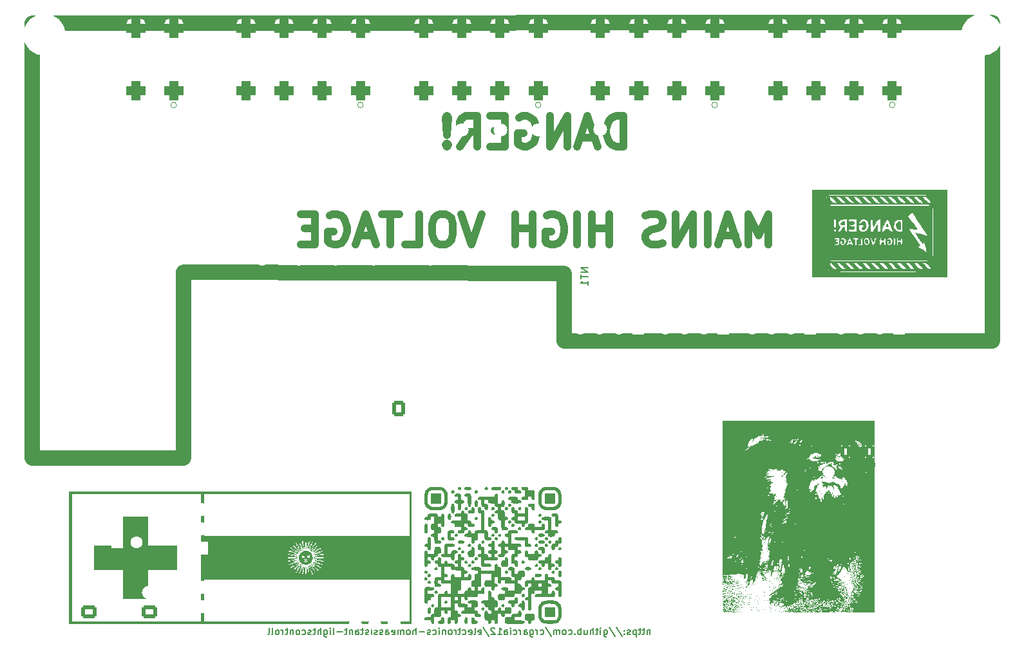
<source format=gbo>
G04 #@! TF.GenerationSoftware,KiCad,Pcbnew,7.0.5*
G04 #@! TF.CreationDate,2024-05-28T18:46:16+02:00*
G04 #@! TF.ProjectId,hamodule,68616d6f-6475-46c6-952e-6b696361645f,20240528.23.8*
G04 #@! TF.SameCoordinates,Original*
G04 #@! TF.FileFunction,Legend,Bot*
G04 #@! TF.FilePolarity,Positive*
%FSLAX46Y46*%
G04 Gerber Fmt 4.6, Leading zero omitted, Abs format (unit mm)*
G04 Created by KiCad (PCBNEW 7.0.5) date 2024-05-28 18:46:16*
%MOMM*%
%LPD*%
G01*
G04 APERTURE LIST*
G04 Aperture macros list*
%AMRoundRect*
0 Rectangle with rounded corners*
0 $1 Rounding radius*
0 $2 $3 $4 $5 $6 $7 $8 $9 X,Y pos of 4 corners*
0 Add a 4 corners polygon primitive as box body*
4,1,4,$2,$3,$4,$5,$6,$7,$8,$9,$2,$3,0*
0 Add four circle primitives for the rounded corners*
1,1,$1+$1,$2,$3*
1,1,$1+$1,$4,$5*
1,1,$1+$1,$6,$7*
1,1,$1+$1,$8,$9*
0 Add four rect primitives between the rounded corners*
20,1,$1+$1,$2,$3,$4,$5,0*
20,1,$1+$1,$4,$5,$6,$7,0*
20,1,$1+$1,$6,$7,$8,$9,0*
20,1,$1+$1,$8,$9,$2,$3,0*%
G04 Aperture macros list end*
%ADD10C,2.000000*%
%ADD11C,1.000000*%
%ADD12C,0.150000*%
%ADD13C,0.120000*%
%ADD14C,0.010000*%
%ADD15C,5.500000*%
%ADD16R,1.700000X1.700000*%
%ADD17O,1.700000X1.700000*%
%ADD18C,1.800000*%
%ADD19RoundRect,0.250000X0.750000X-0.600000X0.750000X0.600000X-0.750000X0.600000X-0.750000X-0.600000X0*%
%ADD20O,2.000000X1.700000*%
%ADD21R,2.000000X2.000000*%
%ADD22C,2.000000*%
%ADD23R,1.905000X2.000000*%
%ADD24O,1.905000X2.000000*%
%ADD25RoundRect,0.625000X0.625000X0.625000X-0.625000X0.625000X-0.625000X-0.625000X0.625000X-0.625000X0*%
%ADD26R,1.600000X2.400000*%
%ADD27O,1.600000X2.400000*%
%ADD28R,1.600000X1.600000*%
%ADD29C,1.600000*%
%ADD30R,1.000000X1.000000*%
%ADD31C,0.650000*%
%ADD32O,1.000000X2.100000*%
%ADD33O,1.000000X1.600000*%
%ADD34RoundRect,0.250000X-0.600000X-0.725000X0.600000X-0.725000X0.600000X0.725000X-0.600000X0.725000X0*%
%ADD35O,1.700000X1.950000*%
%ADD36RoundRect,0.250000X-0.412500X-0.650000X0.412500X-0.650000X0.412500X0.650000X-0.412500X0.650000X0*%
G04 APERTURE END LIST*
D10*
X151663400Y-76327000D02*
X95364800Y-76332200D01*
X25400000Y-91719400D02*
X25400000Y-34467800D01*
X151663400Y-34417000D02*
X151663400Y-76327000D01*
X45313600Y-67208400D02*
X45339000Y-91719400D01*
X95364800Y-76332200D02*
X95364800Y-67442200D01*
X45339000Y-91719400D02*
X25400000Y-91719400D01*
X95364800Y-67442200D02*
X45313600Y-67208400D01*
X25400000Y-34467800D02*
X151663400Y-34422200D01*
D11*
X103186047Y-50705076D02*
X103186047Y-46705076D01*
X103186047Y-46705076D02*
X102233666Y-46705076D01*
X102233666Y-46705076D02*
X101662237Y-46895552D01*
X101662237Y-46895552D02*
X101281285Y-47276504D01*
X101281285Y-47276504D02*
X101090808Y-47657457D01*
X101090808Y-47657457D02*
X100900332Y-48419361D01*
X100900332Y-48419361D02*
X100900332Y-48990790D01*
X100900332Y-48990790D02*
X101090808Y-49752695D01*
X101090808Y-49752695D02*
X101281285Y-50133647D01*
X101281285Y-50133647D02*
X101662237Y-50514600D01*
X101662237Y-50514600D02*
X102233666Y-50705076D01*
X102233666Y-50705076D02*
X103186047Y-50705076D01*
X99376523Y-49562219D02*
X97471761Y-49562219D01*
X99757475Y-50705076D02*
X98424142Y-46705076D01*
X98424142Y-46705076D02*
X97090808Y-50705076D01*
X95757476Y-50705076D02*
X95757476Y-46705076D01*
X95757476Y-46705076D02*
X93471761Y-50705076D01*
X93471761Y-50705076D02*
X93471761Y-46705076D01*
X89471761Y-46895552D02*
X89852714Y-46705076D01*
X89852714Y-46705076D02*
X90424142Y-46705076D01*
X90424142Y-46705076D02*
X90995571Y-46895552D01*
X90995571Y-46895552D02*
X91376523Y-47276504D01*
X91376523Y-47276504D02*
X91567000Y-47657457D01*
X91567000Y-47657457D02*
X91757476Y-48419361D01*
X91757476Y-48419361D02*
X91757476Y-48990790D01*
X91757476Y-48990790D02*
X91567000Y-49752695D01*
X91567000Y-49752695D02*
X91376523Y-50133647D01*
X91376523Y-50133647D02*
X90995571Y-50514600D01*
X90995571Y-50514600D02*
X90424142Y-50705076D01*
X90424142Y-50705076D02*
X90043190Y-50705076D01*
X90043190Y-50705076D02*
X89471761Y-50514600D01*
X89471761Y-50514600D02*
X89281285Y-50324123D01*
X89281285Y-50324123D02*
X89281285Y-48990790D01*
X89281285Y-48990790D02*
X90043190Y-48990790D01*
X87567000Y-48609838D02*
X86233666Y-48609838D01*
X85662238Y-50705076D02*
X87567000Y-50705076D01*
X87567000Y-50705076D02*
X87567000Y-46705076D01*
X87567000Y-46705076D02*
X85662238Y-46705076D01*
X81662237Y-50705076D02*
X82995571Y-48800314D01*
X83947952Y-50705076D02*
X83947952Y-46705076D01*
X83947952Y-46705076D02*
X82424142Y-46705076D01*
X82424142Y-46705076D02*
X82043190Y-46895552D01*
X82043190Y-46895552D02*
X81852713Y-47086028D01*
X81852713Y-47086028D02*
X81662237Y-47466980D01*
X81662237Y-47466980D02*
X81662237Y-48038409D01*
X81662237Y-48038409D02*
X81852713Y-48419361D01*
X81852713Y-48419361D02*
X82043190Y-48609838D01*
X82043190Y-48609838D02*
X82424142Y-48800314D01*
X82424142Y-48800314D02*
X83947952Y-48800314D01*
X79947952Y-50324123D02*
X79757475Y-50514600D01*
X79757475Y-50514600D02*
X79947952Y-50705076D01*
X79947952Y-50705076D02*
X80138428Y-50514600D01*
X80138428Y-50514600D02*
X79947952Y-50324123D01*
X79947952Y-50324123D02*
X79947952Y-50705076D01*
X79947952Y-49181266D02*
X80138428Y-46895552D01*
X80138428Y-46895552D02*
X79947952Y-46705076D01*
X79947952Y-46705076D02*
X79757475Y-46895552D01*
X79757475Y-46895552D02*
X79947952Y-49181266D01*
X79947952Y-49181266D02*
X79947952Y-46705076D01*
X122233666Y-63585076D02*
X122233666Y-59585076D01*
X122233666Y-59585076D02*
X120900332Y-62442219D01*
X120900332Y-62442219D02*
X119566999Y-59585076D01*
X119566999Y-59585076D02*
X119566999Y-63585076D01*
X117852713Y-62442219D02*
X115947951Y-62442219D01*
X118233665Y-63585076D02*
X116900332Y-59585076D01*
X116900332Y-59585076D02*
X115566998Y-63585076D01*
X114233666Y-63585076D02*
X114233666Y-59585076D01*
X112328904Y-63585076D02*
X112328904Y-59585076D01*
X112328904Y-59585076D02*
X110043189Y-63585076D01*
X110043189Y-63585076D02*
X110043189Y-59585076D01*
X108328904Y-63394600D02*
X107757475Y-63585076D01*
X107757475Y-63585076D02*
X106805094Y-63585076D01*
X106805094Y-63585076D02*
X106424142Y-63394600D01*
X106424142Y-63394600D02*
X106233666Y-63204123D01*
X106233666Y-63204123D02*
X106043189Y-62823171D01*
X106043189Y-62823171D02*
X106043189Y-62442219D01*
X106043189Y-62442219D02*
X106233666Y-62061266D01*
X106233666Y-62061266D02*
X106424142Y-61870790D01*
X106424142Y-61870790D02*
X106805094Y-61680314D01*
X106805094Y-61680314D02*
X107566999Y-61489838D01*
X107566999Y-61489838D02*
X107947951Y-61299361D01*
X107947951Y-61299361D02*
X108138428Y-61108885D01*
X108138428Y-61108885D02*
X108328904Y-60727933D01*
X108328904Y-60727933D02*
X108328904Y-60346980D01*
X108328904Y-60346980D02*
X108138428Y-59966028D01*
X108138428Y-59966028D02*
X107947951Y-59775552D01*
X107947951Y-59775552D02*
X107566999Y-59585076D01*
X107566999Y-59585076D02*
X106614618Y-59585076D01*
X106614618Y-59585076D02*
X106043189Y-59775552D01*
X101281285Y-63585076D02*
X101281285Y-59585076D01*
X101281285Y-61489838D02*
X98995570Y-61489838D01*
X98995570Y-63585076D02*
X98995570Y-59585076D01*
X97090809Y-63585076D02*
X97090809Y-59585076D01*
X93090808Y-59775552D02*
X93471761Y-59585076D01*
X93471761Y-59585076D02*
X94043189Y-59585076D01*
X94043189Y-59585076D02*
X94614618Y-59775552D01*
X94614618Y-59775552D02*
X94995570Y-60156504D01*
X94995570Y-60156504D02*
X95186047Y-60537457D01*
X95186047Y-60537457D02*
X95376523Y-61299361D01*
X95376523Y-61299361D02*
X95376523Y-61870790D01*
X95376523Y-61870790D02*
X95186047Y-62632695D01*
X95186047Y-62632695D02*
X94995570Y-63013647D01*
X94995570Y-63013647D02*
X94614618Y-63394600D01*
X94614618Y-63394600D02*
X94043189Y-63585076D01*
X94043189Y-63585076D02*
X93662237Y-63585076D01*
X93662237Y-63585076D02*
X93090808Y-63394600D01*
X93090808Y-63394600D02*
X92900332Y-63204123D01*
X92900332Y-63204123D02*
X92900332Y-61870790D01*
X92900332Y-61870790D02*
X93662237Y-61870790D01*
X91186047Y-63585076D02*
X91186047Y-59585076D01*
X91186047Y-61489838D02*
X88900332Y-61489838D01*
X88900332Y-63585076D02*
X88900332Y-59585076D01*
X84519380Y-59585076D02*
X83186047Y-63585076D01*
X83186047Y-63585076D02*
X81852713Y-59585076D01*
X79757476Y-59585076D02*
X78995571Y-59585076D01*
X78995571Y-59585076D02*
X78614619Y-59775552D01*
X78614619Y-59775552D02*
X78233666Y-60156504D01*
X78233666Y-60156504D02*
X78043190Y-60918409D01*
X78043190Y-60918409D02*
X78043190Y-62251742D01*
X78043190Y-62251742D02*
X78233666Y-63013647D01*
X78233666Y-63013647D02*
X78614619Y-63394600D01*
X78614619Y-63394600D02*
X78995571Y-63585076D01*
X78995571Y-63585076D02*
X79757476Y-63585076D01*
X79757476Y-63585076D02*
X80138428Y-63394600D01*
X80138428Y-63394600D02*
X80519381Y-63013647D01*
X80519381Y-63013647D02*
X80709857Y-62251742D01*
X80709857Y-62251742D02*
X80709857Y-60918409D01*
X80709857Y-60918409D02*
X80519381Y-60156504D01*
X80519381Y-60156504D02*
X80138428Y-59775552D01*
X80138428Y-59775552D02*
X79757476Y-59585076D01*
X74424143Y-63585076D02*
X76328905Y-63585076D01*
X76328905Y-63585076D02*
X76328905Y-59585076D01*
X73662238Y-59585076D02*
X71376524Y-59585076D01*
X72519381Y-63585076D02*
X72519381Y-59585076D01*
X70233667Y-62442219D02*
X68328905Y-62442219D01*
X70614619Y-63585076D02*
X69281286Y-59585076D01*
X69281286Y-59585076D02*
X67947952Y-63585076D01*
X64519381Y-59775552D02*
X64900334Y-59585076D01*
X64900334Y-59585076D02*
X65471762Y-59585076D01*
X65471762Y-59585076D02*
X66043191Y-59775552D01*
X66043191Y-59775552D02*
X66424143Y-60156504D01*
X66424143Y-60156504D02*
X66614620Y-60537457D01*
X66614620Y-60537457D02*
X66805096Y-61299361D01*
X66805096Y-61299361D02*
X66805096Y-61870790D01*
X66805096Y-61870790D02*
X66614620Y-62632695D01*
X66614620Y-62632695D02*
X66424143Y-63013647D01*
X66424143Y-63013647D02*
X66043191Y-63394600D01*
X66043191Y-63394600D02*
X65471762Y-63585076D01*
X65471762Y-63585076D02*
X65090810Y-63585076D01*
X65090810Y-63585076D02*
X64519381Y-63394600D01*
X64519381Y-63394600D02*
X64328905Y-63204123D01*
X64328905Y-63204123D02*
X64328905Y-61870790D01*
X64328905Y-61870790D02*
X65090810Y-61870790D01*
X62614620Y-61489838D02*
X61281286Y-61489838D01*
X60709858Y-63585076D02*
X62614620Y-63585076D01*
X62614620Y-63585076D02*
X62614620Y-59585076D01*
X62614620Y-59585076D02*
X60709858Y-59585076D01*
D12*
X106656233Y-114937157D02*
X106656233Y-114037157D01*
X106270519Y-114937157D02*
X106270519Y-114465728D01*
X106270519Y-114465728D02*
X106313376Y-114380014D01*
X106313376Y-114380014D02*
X106399090Y-114337157D01*
X106399090Y-114337157D02*
X106527661Y-114337157D01*
X106527661Y-114337157D02*
X106613376Y-114380014D01*
X106613376Y-114380014D02*
X106656233Y-114422871D01*
X105970518Y-114337157D02*
X105627661Y-114337157D01*
X105841947Y-114037157D02*
X105841947Y-114808585D01*
X105841947Y-114808585D02*
X105799090Y-114894300D01*
X105799090Y-114894300D02*
X105713375Y-114937157D01*
X105713375Y-114937157D02*
X105627661Y-114937157D01*
X105456232Y-114337157D02*
X105113375Y-114337157D01*
X105327661Y-114037157D02*
X105327661Y-114808585D01*
X105327661Y-114808585D02*
X105284804Y-114894300D01*
X105284804Y-114894300D02*
X105199089Y-114937157D01*
X105199089Y-114937157D02*
X105113375Y-114937157D01*
X104813375Y-114337157D02*
X104813375Y-115237157D01*
X104813375Y-114380014D02*
X104727661Y-114337157D01*
X104727661Y-114337157D02*
X104556232Y-114337157D01*
X104556232Y-114337157D02*
X104470518Y-114380014D01*
X104470518Y-114380014D02*
X104427661Y-114422871D01*
X104427661Y-114422871D02*
X104384803Y-114508585D01*
X104384803Y-114508585D02*
X104384803Y-114765728D01*
X104384803Y-114765728D02*
X104427661Y-114851442D01*
X104427661Y-114851442D02*
X104470518Y-114894300D01*
X104470518Y-114894300D02*
X104556232Y-114937157D01*
X104556232Y-114937157D02*
X104727661Y-114937157D01*
X104727661Y-114937157D02*
X104813375Y-114894300D01*
X104041946Y-114894300D02*
X103956232Y-114937157D01*
X103956232Y-114937157D02*
X103784803Y-114937157D01*
X103784803Y-114937157D02*
X103699089Y-114894300D01*
X103699089Y-114894300D02*
X103656232Y-114808585D01*
X103656232Y-114808585D02*
X103656232Y-114765728D01*
X103656232Y-114765728D02*
X103699089Y-114680014D01*
X103699089Y-114680014D02*
X103784803Y-114637157D01*
X103784803Y-114637157D02*
X103913375Y-114637157D01*
X103913375Y-114637157D02*
X103999089Y-114594300D01*
X103999089Y-114594300D02*
X104041946Y-114508585D01*
X104041946Y-114508585D02*
X104041946Y-114465728D01*
X104041946Y-114465728D02*
X103999089Y-114380014D01*
X103999089Y-114380014D02*
X103913375Y-114337157D01*
X103913375Y-114337157D02*
X103784803Y-114337157D01*
X103784803Y-114337157D02*
X103699089Y-114380014D01*
X103270518Y-114851442D02*
X103227661Y-114894300D01*
X103227661Y-114894300D02*
X103270518Y-114937157D01*
X103270518Y-114937157D02*
X103313375Y-114894300D01*
X103313375Y-114894300D02*
X103270518Y-114851442D01*
X103270518Y-114851442D02*
X103270518Y-114937157D01*
X103270518Y-114380014D02*
X103227661Y-114422871D01*
X103227661Y-114422871D02*
X103270518Y-114465728D01*
X103270518Y-114465728D02*
X103313375Y-114422871D01*
X103313375Y-114422871D02*
X103270518Y-114380014D01*
X103270518Y-114380014D02*
X103270518Y-114465728D01*
X102199090Y-113994300D02*
X102970518Y-115151442D01*
X101256233Y-113994300D02*
X102027661Y-115151442D01*
X100570519Y-114337157D02*
X100570519Y-115065728D01*
X100570519Y-115065728D02*
X100613376Y-115151442D01*
X100613376Y-115151442D02*
X100656233Y-115194300D01*
X100656233Y-115194300D02*
X100741947Y-115237157D01*
X100741947Y-115237157D02*
X100870519Y-115237157D01*
X100870519Y-115237157D02*
X100956233Y-115194300D01*
X100570519Y-114894300D02*
X100656233Y-114937157D01*
X100656233Y-114937157D02*
X100827661Y-114937157D01*
X100827661Y-114937157D02*
X100913376Y-114894300D01*
X100913376Y-114894300D02*
X100956233Y-114851442D01*
X100956233Y-114851442D02*
X100999090Y-114765728D01*
X100999090Y-114765728D02*
X100999090Y-114508585D01*
X100999090Y-114508585D02*
X100956233Y-114422871D01*
X100956233Y-114422871D02*
X100913376Y-114380014D01*
X100913376Y-114380014D02*
X100827661Y-114337157D01*
X100827661Y-114337157D02*
X100656233Y-114337157D01*
X100656233Y-114337157D02*
X100570519Y-114380014D01*
X100141947Y-114937157D02*
X100141947Y-114337157D01*
X100141947Y-114037157D02*
X100184804Y-114080014D01*
X100184804Y-114080014D02*
X100141947Y-114122871D01*
X100141947Y-114122871D02*
X100099090Y-114080014D01*
X100099090Y-114080014D02*
X100141947Y-114037157D01*
X100141947Y-114037157D02*
X100141947Y-114122871D01*
X99841947Y-114337157D02*
X99499090Y-114337157D01*
X99713376Y-114037157D02*
X99713376Y-114808585D01*
X99713376Y-114808585D02*
X99670519Y-114894300D01*
X99670519Y-114894300D02*
X99584804Y-114937157D01*
X99584804Y-114937157D02*
X99499090Y-114937157D01*
X99199090Y-114937157D02*
X99199090Y-114037157D01*
X98813376Y-114937157D02*
X98813376Y-114465728D01*
X98813376Y-114465728D02*
X98856233Y-114380014D01*
X98856233Y-114380014D02*
X98941947Y-114337157D01*
X98941947Y-114337157D02*
X99070518Y-114337157D01*
X99070518Y-114337157D02*
X99156233Y-114380014D01*
X99156233Y-114380014D02*
X99199090Y-114422871D01*
X97999090Y-114337157D02*
X97999090Y-114937157D01*
X98384804Y-114337157D02*
X98384804Y-114808585D01*
X98384804Y-114808585D02*
X98341947Y-114894300D01*
X98341947Y-114894300D02*
X98256232Y-114937157D01*
X98256232Y-114937157D02*
X98127661Y-114937157D01*
X98127661Y-114937157D02*
X98041947Y-114894300D01*
X98041947Y-114894300D02*
X97999090Y-114851442D01*
X97570518Y-114937157D02*
X97570518Y-114037157D01*
X97570518Y-114380014D02*
X97484804Y-114337157D01*
X97484804Y-114337157D02*
X97313375Y-114337157D01*
X97313375Y-114337157D02*
X97227661Y-114380014D01*
X97227661Y-114380014D02*
X97184804Y-114422871D01*
X97184804Y-114422871D02*
X97141946Y-114508585D01*
X97141946Y-114508585D02*
X97141946Y-114765728D01*
X97141946Y-114765728D02*
X97184804Y-114851442D01*
X97184804Y-114851442D02*
X97227661Y-114894300D01*
X97227661Y-114894300D02*
X97313375Y-114937157D01*
X97313375Y-114937157D02*
X97484804Y-114937157D01*
X97484804Y-114937157D02*
X97570518Y-114894300D01*
X96756232Y-114851442D02*
X96713375Y-114894300D01*
X96713375Y-114894300D02*
X96756232Y-114937157D01*
X96756232Y-114937157D02*
X96799089Y-114894300D01*
X96799089Y-114894300D02*
X96756232Y-114851442D01*
X96756232Y-114851442D02*
X96756232Y-114937157D01*
X95941947Y-114894300D02*
X96027661Y-114937157D01*
X96027661Y-114937157D02*
X96199089Y-114937157D01*
X96199089Y-114937157D02*
X96284804Y-114894300D01*
X96284804Y-114894300D02*
X96327661Y-114851442D01*
X96327661Y-114851442D02*
X96370518Y-114765728D01*
X96370518Y-114765728D02*
X96370518Y-114508585D01*
X96370518Y-114508585D02*
X96327661Y-114422871D01*
X96327661Y-114422871D02*
X96284804Y-114380014D01*
X96284804Y-114380014D02*
X96199089Y-114337157D01*
X96199089Y-114337157D02*
X96027661Y-114337157D01*
X96027661Y-114337157D02*
X95941947Y-114380014D01*
X95427660Y-114937157D02*
X95513375Y-114894300D01*
X95513375Y-114894300D02*
X95556232Y-114851442D01*
X95556232Y-114851442D02*
X95599089Y-114765728D01*
X95599089Y-114765728D02*
X95599089Y-114508585D01*
X95599089Y-114508585D02*
X95556232Y-114422871D01*
X95556232Y-114422871D02*
X95513375Y-114380014D01*
X95513375Y-114380014D02*
X95427660Y-114337157D01*
X95427660Y-114337157D02*
X95299089Y-114337157D01*
X95299089Y-114337157D02*
X95213375Y-114380014D01*
X95213375Y-114380014D02*
X95170518Y-114422871D01*
X95170518Y-114422871D02*
X95127660Y-114508585D01*
X95127660Y-114508585D02*
X95127660Y-114765728D01*
X95127660Y-114765728D02*
X95170518Y-114851442D01*
X95170518Y-114851442D02*
X95213375Y-114894300D01*
X95213375Y-114894300D02*
X95299089Y-114937157D01*
X95299089Y-114937157D02*
X95427660Y-114937157D01*
X94741946Y-114937157D02*
X94741946Y-114337157D01*
X94741946Y-114422871D02*
X94699089Y-114380014D01*
X94699089Y-114380014D02*
X94613374Y-114337157D01*
X94613374Y-114337157D02*
X94484803Y-114337157D01*
X94484803Y-114337157D02*
X94399089Y-114380014D01*
X94399089Y-114380014D02*
X94356232Y-114465728D01*
X94356232Y-114465728D02*
X94356232Y-114937157D01*
X94356232Y-114465728D02*
X94313374Y-114380014D01*
X94313374Y-114380014D02*
X94227660Y-114337157D01*
X94227660Y-114337157D02*
X94099089Y-114337157D01*
X94099089Y-114337157D02*
X94013374Y-114380014D01*
X94013374Y-114380014D02*
X93970517Y-114465728D01*
X93970517Y-114465728D02*
X93970517Y-114937157D01*
X92899089Y-113994300D02*
X93670517Y-115151442D01*
X92213375Y-114894300D02*
X92299089Y-114937157D01*
X92299089Y-114937157D02*
X92470517Y-114937157D01*
X92470517Y-114937157D02*
X92556232Y-114894300D01*
X92556232Y-114894300D02*
X92599089Y-114851442D01*
X92599089Y-114851442D02*
X92641946Y-114765728D01*
X92641946Y-114765728D02*
X92641946Y-114508585D01*
X92641946Y-114508585D02*
X92599089Y-114422871D01*
X92599089Y-114422871D02*
X92556232Y-114380014D01*
X92556232Y-114380014D02*
X92470517Y-114337157D01*
X92470517Y-114337157D02*
X92299089Y-114337157D01*
X92299089Y-114337157D02*
X92213375Y-114380014D01*
X91827660Y-114937157D02*
X91827660Y-114337157D01*
X91827660Y-114508585D02*
X91784803Y-114422871D01*
X91784803Y-114422871D02*
X91741946Y-114380014D01*
X91741946Y-114380014D02*
X91656231Y-114337157D01*
X91656231Y-114337157D02*
X91570517Y-114337157D01*
X90884803Y-114337157D02*
X90884803Y-115065728D01*
X90884803Y-115065728D02*
X90927660Y-115151442D01*
X90927660Y-115151442D02*
X90970517Y-115194300D01*
X90970517Y-115194300D02*
X91056231Y-115237157D01*
X91056231Y-115237157D02*
X91184803Y-115237157D01*
X91184803Y-115237157D02*
X91270517Y-115194300D01*
X90884803Y-114894300D02*
X90970517Y-114937157D01*
X90970517Y-114937157D02*
X91141945Y-114937157D01*
X91141945Y-114937157D02*
X91227660Y-114894300D01*
X91227660Y-114894300D02*
X91270517Y-114851442D01*
X91270517Y-114851442D02*
X91313374Y-114765728D01*
X91313374Y-114765728D02*
X91313374Y-114508585D01*
X91313374Y-114508585D02*
X91270517Y-114422871D01*
X91270517Y-114422871D02*
X91227660Y-114380014D01*
X91227660Y-114380014D02*
X91141945Y-114337157D01*
X91141945Y-114337157D02*
X90970517Y-114337157D01*
X90970517Y-114337157D02*
X90884803Y-114380014D01*
X90070517Y-114937157D02*
X90070517Y-114465728D01*
X90070517Y-114465728D02*
X90113374Y-114380014D01*
X90113374Y-114380014D02*
X90199088Y-114337157D01*
X90199088Y-114337157D02*
X90370517Y-114337157D01*
X90370517Y-114337157D02*
X90456231Y-114380014D01*
X90070517Y-114894300D02*
X90156231Y-114937157D01*
X90156231Y-114937157D02*
X90370517Y-114937157D01*
X90370517Y-114937157D02*
X90456231Y-114894300D01*
X90456231Y-114894300D02*
X90499088Y-114808585D01*
X90499088Y-114808585D02*
X90499088Y-114722871D01*
X90499088Y-114722871D02*
X90456231Y-114637157D01*
X90456231Y-114637157D02*
X90370517Y-114594300D01*
X90370517Y-114594300D02*
X90156231Y-114594300D01*
X90156231Y-114594300D02*
X90070517Y-114551442D01*
X89641945Y-114937157D02*
X89641945Y-114337157D01*
X89641945Y-114508585D02*
X89599088Y-114422871D01*
X89599088Y-114422871D02*
X89556231Y-114380014D01*
X89556231Y-114380014D02*
X89470516Y-114337157D01*
X89470516Y-114337157D02*
X89384802Y-114337157D01*
X88699088Y-114894300D02*
X88784802Y-114937157D01*
X88784802Y-114937157D02*
X88956230Y-114937157D01*
X88956230Y-114937157D02*
X89041945Y-114894300D01*
X89041945Y-114894300D02*
X89084802Y-114851442D01*
X89084802Y-114851442D02*
X89127659Y-114765728D01*
X89127659Y-114765728D02*
X89127659Y-114508585D01*
X89127659Y-114508585D02*
X89084802Y-114422871D01*
X89084802Y-114422871D02*
X89041945Y-114380014D01*
X89041945Y-114380014D02*
X88956230Y-114337157D01*
X88956230Y-114337157D02*
X88784802Y-114337157D01*
X88784802Y-114337157D02*
X88699088Y-114380014D01*
X88313373Y-114937157D02*
X88313373Y-114337157D01*
X88313373Y-114037157D02*
X88356230Y-114080014D01*
X88356230Y-114080014D02*
X88313373Y-114122871D01*
X88313373Y-114122871D02*
X88270516Y-114080014D01*
X88270516Y-114080014D02*
X88313373Y-114037157D01*
X88313373Y-114037157D02*
X88313373Y-114122871D01*
X87499088Y-114937157D02*
X87499088Y-114465728D01*
X87499088Y-114465728D02*
X87541945Y-114380014D01*
X87541945Y-114380014D02*
X87627659Y-114337157D01*
X87627659Y-114337157D02*
X87799088Y-114337157D01*
X87799088Y-114337157D02*
X87884802Y-114380014D01*
X87499088Y-114894300D02*
X87584802Y-114937157D01*
X87584802Y-114937157D02*
X87799088Y-114937157D01*
X87799088Y-114937157D02*
X87884802Y-114894300D01*
X87884802Y-114894300D02*
X87927659Y-114808585D01*
X87927659Y-114808585D02*
X87927659Y-114722871D01*
X87927659Y-114722871D02*
X87884802Y-114637157D01*
X87884802Y-114637157D02*
X87799088Y-114594300D01*
X87799088Y-114594300D02*
X87584802Y-114594300D01*
X87584802Y-114594300D02*
X87499088Y-114551442D01*
X86599087Y-114937157D02*
X87113373Y-114937157D01*
X86856230Y-114937157D02*
X86856230Y-114037157D01*
X86856230Y-114037157D02*
X86941944Y-114165728D01*
X86941944Y-114165728D02*
X87027659Y-114251442D01*
X87027659Y-114251442D02*
X87113373Y-114294300D01*
X86256230Y-114122871D02*
X86213373Y-114080014D01*
X86213373Y-114080014D02*
X86127659Y-114037157D01*
X86127659Y-114037157D02*
X85913373Y-114037157D01*
X85913373Y-114037157D02*
X85827659Y-114080014D01*
X85827659Y-114080014D02*
X85784801Y-114122871D01*
X85784801Y-114122871D02*
X85741944Y-114208585D01*
X85741944Y-114208585D02*
X85741944Y-114294300D01*
X85741944Y-114294300D02*
X85784801Y-114422871D01*
X85784801Y-114422871D02*
X86299087Y-114937157D01*
X86299087Y-114937157D02*
X85741944Y-114937157D01*
X84713373Y-113994300D02*
X85484801Y-115151442D01*
X84070516Y-114894300D02*
X84156230Y-114937157D01*
X84156230Y-114937157D02*
X84327659Y-114937157D01*
X84327659Y-114937157D02*
X84413373Y-114894300D01*
X84413373Y-114894300D02*
X84456230Y-114808585D01*
X84456230Y-114808585D02*
X84456230Y-114465728D01*
X84456230Y-114465728D02*
X84413373Y-114380014D01*
X84413373Y-114380014D02*
X84327659Y-114337157D01*
X84327659Y-114337157D02*
X84156230Y-114337157D01*
X84156230Y-114337157D02*
X84070516Y-114380014D01*
X84070516Y-114380014D02*
X84027659Y-114465728D01*
X84027659Y-114465728D02*
X84027659Y-114551442D01*
X84027659Y-114551442D02*
X84456230Y-114637157D01*
X83513372Y-114937157D02*
X83599087Y-114894300D01*
X83599087Y-114894300D02*
X83641944Y-114808585D01*
X83641944Y-114808585D02*
X83641944Y-114037157D01*
X82827658Y-114894300D02*
X82913372Y-114937157D01*
X82913372Y-114937157D02*
X83084801Y-114937157D01*
X83084801Y-114937157D02*
X83170515Y-114894300D01*
X83170515Y-114894300D02*
X83213372Y-114808585D01*
X83213372Y-114808585D02*
X83213372Y-114465728D01*
X83213372Y-114465728D02*
X83170515Y-114380014D01*
X83170515Y-114380014D02*
X83084801Y-114337157D01*
X83084801Y-114337157D02*
X82913372Y-114337157D01*
X82913372Y-114337157D02*
X82827658Y-114380014D01*
X82827658Y-114380014D02*
X82784801Y-114465728D01*
X82784801Y-114465728D02*
X82784801Y-114551442D01*
X82784801Y-114551442D02*
X83213372Y-114637157D01*
X82013372Y-114894300D02*
X82099086Y-114937157D01*
X82099086Y-114937157D02*
X82270514Y-114937157D01*
X82270514Y-114937157D02*
X82356229Y-114894300D01*
X82356229Y-114894300D02*
X82399086Y-114851442D01*
X82399086Y-114851442D02*
X82441943Y-114765728D01*
X82441943Y-114765728D02*
X82441943Y-114508585D01*
X82441943Y-114508585D02*
X82399086Y-114422871D01*
X82399086Y-114422871D02*
X82356229Y-114380014D01*
X82356229Y-114380014D02*
X82270514Y-114337157D01*
X82270514Y-114337157D02*
X82099086Y-114337157D01*
X82099086Y-114337157D02*
X82013372Y-114380014D01*
X81756228Y-114337157D02*
X81413371Y-114337157D01*
X81627657Y-114037157D02*
X81627657Y-114808585D01*
X81627657Y-114808585D02*
X81584800Y-114894300D01*
X81584800Y-114894300D02*
X81499085Y-114937157D01*
X81499085Y-114937157D02*
X81413371Y-114937157D01*
X81113371Y-114937157D02*
X81113371Y-114337157D01*
X81113371Y-114508585D02*
X81070514Y-114422871D01*
X81070514Y-114422871D02*
X81027657Y-114380014D01*
X81027657Y-114380014D02*
X80941942Y-114337157D01*
X80941942Y-114337157D02*
X80856228Y-114337157D01*
X80427656Y-114937157D02*
X80513371Y-114894300D01*
X80513371Y-114894300D02*
X80556228Y-114851442D01*
X80556228Y-114851442D02*
X80599085Y-114765728D01*
X80599085Y-114765728D02*
X80599085Y-114508585D01*
X80599085Y-114508585D02*
X80556228Y-114422871D01*
X80556228Y-114422871D02*
X80513371Y-114380014D01*
X80513371Y-114380014D02*
X80427656Y-114337157D01*
X80427656Y-114337157D02*
X80299085Y-114337157D01*
X80299085Y-114337157D02*
X80213371Y-114380014D01*
X80213371Y-114380014D02*
X80170514Y-114422871D01*
X80170514Y-114422871D02*
X80127656Y-114508585D01*
X80127656Y-114508585D02*
X80127656Y-114765728D01*
X80127656Y-114765728D02*
X80170514Y-114851442D01*
X80170514Y-114851442D02*
X80213371Y-114894300D01*
X80213371Y-114894300D02*
X80299085Y-114937157D01*
X80299085Y-114937157D02*
X80427656Y-114937157D01*
X79741942Y-114337157D02*
X79741942Y-114937157D01*
X79741942Y-114422871D02*
X79699085Y-114380014D01*
X79699085Y-114380014D02*
X79613370Y-114337157D01*
X79613370Y-114337157D02*
X79484799Y-114337157D01*
X79484799Y-114337157D02*
X79399085Y-114380014D01*
X79399085Y-114380014D02*
X79356228Y-114465728D01*
X79356228Y-114465728D02*
X79356228Y-114937157D01*
X78927656Y-114937157D02*
X78927656Y-114337157D01*
X78927656Y-114037157D02*
X78970513Y-114080014D01*
X78970513Y-114080014D02*
X78927656Y-114122871D01*
X78927656Y-114122871D02*
X78884799Y-114080014D01*
X78884799Y-114080014D02*
X78927656Y-114037157D01*
X78927656Y-114037157D02*
X78927656Y-114122871D01*
X78113371Y-114894300D02*
X78199085Y-114937157D01*
X78199085Y-114937157D02*
X78370513Y-114937157D01*
X78370513Y-114937157D02*
X78456228Y-114894300D01*
X78456228Y-114894300D02*
X78499085Y-114851442D01*
X78499085Y-114851442D02*
X78541942Y-114765728D01*
X78541942Y-114765728D02*
X78541942Y-114508585D01*
X78541942Y-114508585D02*
X78499085Y-114422871D01*
X78499085Y-114422871D02*
X78456228Y-114380014D01*
X78456228Y-114380014D02*
X78370513Y-114337157D01*
X78370513Y-114337157D02*
X78199085Y-114337157D01*
X78199085Y-114337157D02*
X78113371Y-114380014D01*
X77770513Y-114894300D02*
X77684799Y-114937157D01*
X77684799Y-114937157D02*
X77513370Y-114937157D01*
X77513370Y-114937157D02*
X77427656Y-114894300D01*
X77427656Y-114894300D02*
X77384799Y-114808585D01*
X77384799Y-114808585D02*
X77384799Y-114765728D01*
X77384799Y-114765728D02*
X77427656Y-114680014D01*
X77427656Y-114680014D02*
X77513370Y-114637157D01*
X77513370Y-114637157D02*
X77641942Y-114637157D01*
X77641942Y-114637157D02*
X77727656Y-114594300D01*
X77727656Y-114594300D02*
X77770513Y-114508585D01*
X77770513Y-114508585D02*
X77770513Y-114465728D01*
X77770513Y-114465728D02*
X77727656Y-114380014D01*
X77727656Y-114380014D02*
X77641942Y-114337157D01*
X77641942Y-114337157D02*
X77513370Y-114337157D01*
X77513370Y-114337157D02*
X77427656Y-114380014D01*
X76999085Y-114594300D02*
X76313371Y-114594300D01*
X75884799Y-114937157D02*
X75884799Y-114037157D01*
X75499085Y-114937157D02*
X75499085Y-114465728D01*
X75499085Y-114465728D02*
X75541942Y-114380014D01*
X75541942Y-114380014D02*
X75627656Y-114337157D01*
X75627656Y-114337157D02*
X75756227Y-114337157D01*
X75756227Y-114337157D02*
X75841942Y-114380014D01*
X75841942Y-114380014D02*
X75884799Y-114422871D01*
X74941941Y-114937157D02*
X75027656Y-114894300D01*
X75027656Y-114894300D02*
X75070513Y-114851442D01*
X75070513Y-114851442D02*
X75113370Y-114765728D01*
X75113370Y-114765728D02*
X75113370Y-114508585D01*
X75113370Y-114508585D02*
X75070513Y-114422871D01*
X75070513Y-114422871D02*
X75027656Y-114380014D01*
X75027656Y-114380014D02*
X74941941Y-114337157D01*
X74941941Y-114337157D02*
X74813370Y-114337157D01*
X74813370Y-114337157D02*
X74727656Y-114380014D01*
X74727656Y-114380014D02*
X74684799Y-114422871D01*
X74684799Y-114422871D02*
X74641941Y-114508585D01*
X74641941Y-114508585D02*
X74641941Y-114765728D01*
X74641941Y-114765728D02*
X74684799Y-114851442D01*
X74684799Y-114851442D02*
X74727656Y-114894300D01*
X74727656Y-114894300D02*
X74813370Y-114937157D01*
X74813370Y-114937157D02*
X74941941Y-114937157D01*
X74256227Y-114937157D02*
X74256227Y-114337157D01*
X74256227Y-114422871D02*
X74213370Y-114380014D01*
X74213370Y-114380014D02*
X74127655Y-114337157D01*
X74127655Y-114337157D02*
X73999084Y-114337157D01*
X73999084Y-114337157D02*
X73913370Y-114380014D01*
X73913370Y-114380014D02*
X73870513Y-114465728D01*
X73870513Y-114465728D02*
X73870513Y-114937157D01*
X73870513Y-114465728D02*
X73827655Y-114380014D01*
X73827655Y-114380014D02*
X73741941Y-114337157D01*
X73741941Y-114337157D02*
X73613370Y-114337157D01*
X73613370Y-114337157D02*
X73527655Y-114380014D01*
X73527655Y-114380014D02*
X73484798Y-114465728D01*
X73484798Y-114465728D02*
X73484798Y-114937157D01*
X72713370Y-114894300D02*
X72799084Y-114937157D01*
X72799084Y-114937157D02*
X72970513Y-114937157D01*
X72970513Y-114937157D02*
X73056227Y-114894300D01*
X73056227Y-114894300D02*
X73099084Y-114808585D01*
X73099084Y-114808585D02*
X73099084Y-114465728D01*
X73099084Y-114465728D02*
X73056227Y-114380014D01*
X73056227Y-114380014D02*
X72970513Y-114337157D01*
X72970513Y-114337157D02*
X72799084Y-114337157D01*
X72799084Y-114337157D02*
X72713370Y-114380014D01*
X72713370Y-114380014D02*
X72670513Y-114465728D01*
X72670513Y-114465728D02*
X72670513Y-114551442D01*
X72670513Y-114551442D02*
X73099084Y-114637157D01*
X71899084Y-114937157D02*
X71899084Y-114465728D01*
X71899084Y-114465728D02*
X71941941Y-114380014D01*
X71941941Y-114380014D02*
X72027655Y-114337157D01*
X72027655Y-114337157D02*
X72199084Y-114337157D01*
X72199084Y-114337157D02*
X72284798Y-114380014D01*
X71899084Y-114894300D02*
X71984798Y-114937157D01*
X71984798Y-114937157D02*
X72199084Y-114937157D01*
X72199084Y-114937157D02*
X72284798Y-114894300D01*
X72284798Y-114894300D02*
X72327655Y-114808585D01*
X72327655Y-114808585D02*
X72327655Y-114722871D01*
X72327655Y-114722871D02*
X72284798Y-114637157D01*
X72284798Y-114637157D02*
X72199084Y-114594300D01*
X72199084Y-114594300D02*
X71984798Y-114594300D01*
X71984798Y-114594300D02*
X71899084Y-114551442D01*
X71513369Y-114894300D02*
X71427655Y-114937157D01*
X71427655Y-114937157D02*
X71256226Y-114937157D01*
X71256226Y-114937157D02*
X71170512Y-114894300D01*
X71170512Y-114894300D02*
X71127655Y-114808585D01*
X71127655Y-114808585D02*
X71127655Y-114765728D01*
X71127655Y-114765728D02*
X71170512Y-114680014D01*
X71170512Y-114680014D02*
X71256226Y-114637157D01*
X71256226Y-114637157D02*
X71384798Y-114637157D01*
X71384798Y-114637157D02*
X71470512Y-114594300D01*
X71470512Y-114594300D02*
X71513369Y-114508585D01*
X71513369Y-114508585D02*
X71513369Y-114465728D01*
X71513369Y-114465728D02*
X71470512Y-114380014D01*
X71470512Y-114380014D02*
X71384798Y-114337157D01*
X71384798Y-114337157D02*
X71256226Y-114337157D01*
X71256226Y-114337157D02*
X71170512Y-114380014D01*
X70784798Y-114894300D02*
X70699084Y-114937157D01*
X70699084Y-114937157D02*
X70527655Y-114937157D01*
X70527655Y-114937157D02*
X70441941Y-114894300D01*
X70441941Y-114894300D02*
X70399084Y-114808585D01*
X70399084Y-114808585D02*
X70399084Y-114765728D01*
X70399084Y-114765728D02*
X70441941Y-114680014D01*
X70441941Y-114680014D02*
X70527655Y-114637157D01*
X70527655Y-114637157D02*
X70656227Y-114637157D01*
X70656227Y-114637157D02*
X70741941Y-114594300D01*
X70741941Y-114594300D02*
X70784798Y-114508585D01*
X70784798Y-114508585D02*
X70784798Y-114465728D01*
X70784798Y-114465728D02*
X70741941Y-114380014D01*
X70741941Y-114380014D02*
X70656227Y-114337157D01*
X70656227Y-114337157D02*
X70527655Y-114337157D01*
X70527655Y-114337157D02*
X70441941Y-114380014D01*
X70013370Y-114937157D02*
X70013370Y-114337157D01*
X70013370Y-114037157D02*
X70056227Y-114080014D01*
X70056227Y-114080014D02*
X70013370Y-114122871D01*
X70013370Y-114122871D02*
X69970513Y-114080014D01*
X69970513Y-114080014D02*
X70013370Y-114037157D01*
X70013370Y-114037157D02*
X70013370Y-114122871D01*
X69627656Y-114894300D02*
X69541942Y-114937157D01*
X69541942Y-114937157D02*
X69370513Y-114937157D01*
X69370513Y-114937157D02*
X69284799Y-114894300D01*
X69284799Y-114894300D02*
X69241942Y-114808585D01*
X69241942Y-114808585D02*
X69241942Y-114765728D01*
X69241942Y-114765728D02*
X69284799Y-114680014D01*
X69284799Y-114680014D02*
X69370513Y-114637157D01*
X69370513Y-114637157D02*
X69499085Y-114637157D01*
X69499085Y-114637157D02*
X69584799Y-114594300D01*
X69584799Y-114594300D02*
X69627656Y-114508585D01*
X69627656Y-114508585D02*
X69627656Y-114465728D01*
X69627656Y-114465728D02*
X69584799Y-114380014D01*
X69584799Y-114380014D02*
X69499085Y-114337157D01*
X69499085Y-114337157D02*
X69370513Y-114337157D01*
X69370513Y-114337157D02*
X69284799Y-114380014D01*
X68984799Y-114337157D02*
X68641942Y-114337157D01*
X68856228Y-114037157D02*
X68856228Y-114808585D01*
X68856228Y-114808585D02*
X68813371Y-114894300D01*
X68813371Y-114894300D02*
X68727656Y-114937157D01*
X68727656Y-114937157D02*
X68641942Y-114937157D01*
X67956228Y-114937157D02*
X67956228Y-114465728D01*
X67956228Y-114465728D02*
X67999085Y-114380014D01*
X67999085Y-114380014D02*
X68084799Y-114337157D01*
X68084799Y-114337157D02*
X68256228Y-114337157D01*
X68256228Y-114337157D02*
X68341942Y-114380014D01*
X67956228Y-114894300D02*
X68041942Y-114937157D01*
X68041942Y-114937157D02*
X68256228Y-114937157D01*
X68256228Y-114937157D02*
X68341942Y-114894300D01*
X68341942Y-114894300D02*
X68384799Y-114808585D01*
X68384799Y-114808585D02*
X68384799Y-114722871D01*
X68384799Y-114722871D02*
X68341942Y-114637157D01*
X68341942Y-114637157D02*
X68256228Y-114594300D01*
X68256228Y-114594300D02*
X68041942Y-114594300D01*
X68041942Y-114594300D02*
X67956228Y-114551442D01*
X67527656Y-114337157D02*
X67527656Y-114937157D01*
X67527656Y-114422871D02*
X67484799Y-114380014D01*
X67484799Y-114380014D02*
X67399084Y-114337157D01*
X67399084Y-114337157D02*
X67270513Y-114337157D01*
X67270513Y-114337157D02*
X67184799Y-114380014D01*
X67184799Y-114380014D02*
X67141942Y-114465728D01*
X67141942Y-114465728D02*
X67141942Y-114937157D01*
X66841941Y-114337157D02*
X66499084Y-114337157D01*
X66713370Y-114037157D02*
X66713370Y-114808585D01*
X66713370Y-114808585D02*
X66670513Y-114894300D01*
X66670513Y-114894300D02*
X66584798Y-114937157D01*
X66584798Y-114937157D02*
X66499084Y-114937157D01*
X66199084Y-114594300D02*
X65513370Y-114594300D01*
X64956226Y-114937157D02*
X65041941Y-114894300D01*
X65041941Y-114894300D02*
X65084798Y-114808585D01*
X65084798Y-114808585D02*
X65084798Y-114037157D01*
X64613369Y-114937157D02*
X64613369Y-114337157D01*
X64613369Y-114037157D02*
X64656226Y-114080014D01*
X64656226Y-114080014D02*
X64613369Y-114122871D01*
X64613369Y-114122871D02*
X64570512Y-114080014D01*
X64570512Y-114080014D02*
X64613369Y-114037157D01*
X64613369Y-114037157D02*
X64613369Y-114122871D01*
X63799084Y-114337157D02*
X63799084Y-115065728D01*
X63799084Y-115065728D02*
X63841941Y-115151442D01*
X63841941Y-115151442D02*
X63884798Y-115194300D01*
X63884798Y-115194300D02*
X63970512Y-115237157D01*
X63970512Y-115237157D02*
X64099084Y-115237157D01*
X64099084Y-115237157D02*
X64184798Y-115194300D01*
X63799084Y-114894300D02*
X63884798Y-114937157D01*
X63884798Y-114937157D02*
X64056226Y-114937157D01*
X64056226Y-114937157D02*
X64141941Y-114894300D01*
X64141941Y-114894300D02*
X64184798Y-114851442D01*
X64184798Y-114851442D02*
X64227655Y-114765728D01*
X64227655Y-114765728D02*
X64227655Y-114508585D01*
X64227655Y-114508585D02*
X64184798Y-114422871D01*
X64184798Y-114422871D02*
X64141941Y-114380014D01*
X64141941Y-114380014D02*
X64056226Y-114337157D01*
X64056226Y-114337157D02*
X63884798Y-114337157D01*
X63884798Y-114337157D02*
X63799084Y-114380014D01*
X63370512Y-114937157D02*
X63370512Y-114037157D01*
X62984798Y-114937157D02*
X62984798Y-114465728D01*
X62984798Y-114465728D02*
X63027655Y-114380014D01*
X63027655Y-114380014D02*
X63113369Y-114337157D01*
X63113369Y-114337157D02*
X63241940Y-114337157D01*
X63241940Y-114337157D02*
X63327655Y-114380014D01*
X63327655Y-114380014D02*
X63370512Y-114422871D01*
X62684797Y-114337157D02*
X62341940Y-114337157D01*
X62556226Y-114037157D02*
X62556226Y-114808585D01*
X62556226Y-114808585D02*
X62513369Y-114894300D01*
X62513369Y-114894300D02*
X62427654Y-114937157D01*
X62427654Y-114937157D02*
X62341940Y-114937157D01*
X62084797Y-114894300D02*
X61999083Y-114937157D01*
X61999083Y-114937157D02*
X61827654Y-114937157D01*
X61827654Y-114937157D02*
X61741940Y-114894300D01*
X61741940Y-114894300D02*
X61699083Y-114808585D01*
X61699083Y-114808585D02*
X61699083Y-114765728D01*
X61699083Y-114765728D02*
X61741940Y-114680014D01*
X61741940Y-114680014D02*
X61827654Y-114637157D01*
X61827654Y-114637157D02*
X61956226Y-114637157D01*
X61956226Y-114637157D02*
X62041940Y-114594300D01*
X62041940Y-114594300D02*
X62084797Y-114508585D01*
X62084797Y-114508585D02*
X62084797Y-114465728D01*
X62084797Y-114465728D02*
X62041940Y-114380014D01*
X62041940Y-114380014D02*
X61956226Y-114337157D01*
X61956226Y-114337157D02*
X61827654Y-114337157D01*
X61827654Y-114337157D02*
X61741940Y-114380014D01*
X60927655Y-114894300D02*
X61013369Y-114937157D01*
X61013369Y-114937157D02*
X61184797Y-114937157D01*
X61184797Y-114937157D02*
X61270512Y-114894300D01*
X61270512Y-114894300D02*
X61313369Y-114851442D01*
X61313369Y-114851442D02*
X61356226Y-114765728D01*
X61356226Y-114765728D02*
X61356226Y-114508585D01*
X61356226Y-114508585D02*
X61313369Y-114422871D01*
X61313369Y-114422871D02*
X61270512Y-114380014D01*
X61270512Y-114380014D02*
X61184797Y-114337157D01*
X61184797Y-114337157D02*
X61013369Y-114337157D01*
X61013369Y-114337157D02*
X60927655Y-114380014D01*
X60413368Y-114937157D02*
X60499083Y-114894300D01*
X60499083Y-114894300D02*
X60541940Y-114851442D01*
X60541940Y-114851442D02*
X60584797Y-114765728D01*
X60584797Y-114765728D02*
X60584797Y-114508585D01*
X60584797Y-114508585D02*
X60541940Y-114422871D01*
X60541940Y-114422871D02*
X60499083Y-114380014D01*
X60499083Y-114380014D02*
X60413368Y-114337157D01*
X60413368Y-114337157D02*
X60284797Y-114337157D01*
X60284797Y-114337157D02*
X60199083Y-114380014D01*
X60199083Y-114380014D02*
X60156226Y-114422871D01*
X60156226Y-114422871D02*
X60113368Y-114508585D01*
X60113368Y-114508585D02*
X60113368Y-114765728D01*
X60113368Y-114765728D02*
X60156226Y-114851442D01*
X60156226Y-114851442D02*
X60199083Y-114894300D01*
X60199083Y-114894300D02*
X60284797Y-114937157D01*
X60284797Y-114937157D02*
X60413368Y-114937157D01*
X59727654Y-114337157D02*
X59727654Y-114937157D01*
X59727654Y-114422871D02*
X59684797Y-114380014D01*
X59684797Y-114380014D02*
X59599082Y-114337157D01*
X59599082Y-114337157D02*
X59470511Y-114337157D01*
X59470511Y-114337157D02*
X59384797Y-114380014D01*
X59384797Y-114380014D02*
X59341940Y-114465728D01*
X59341940Y-114465728D02*
X59341940Y-114937157D01*
X59041939Y-114337157D02*
X58699082Y-114337157D01*
X58913368Y-114037157D02*
X58913368Y-114808585D01*
X58913368Y-114808585D02*
X58870511Y-114894300D01*
X58870511Y-114894300D02*
X58784796Y-114937157D01*
X58784796Y-114937157D02*
X58699082Y-114937157D01*
X58399082Y-114937157D02*
X58399082Y-114337157D01*
X58399082Y-114508585D02*
X58356225Y-114422871D01*
X58356225Y-114422871D02*
X58313368Y-114380014D01*
X58313368Y-114380014D02*
X58227653Y-114337157D01*
X58227653Y-114337157D02*
X58141939Y-114337157D01*
X57713367Y-114937157D02*
X57799082Y-114894300D01*
X57799082Y-114894300D02*
X57841939Y-114851442D01*
X57841939Y-114851442D02*
X57884796Y-114765728D01*
X57884796Y-114765728D02*
X57884796Y-114508585D01*
X57884796Y-114508585D02*
X57841939Y-114422871D01*
X57841939Y-114422871D02*
X57799082Y-114380014D01*
X57799082Y-114380014D02*
X57713367Y-114337157D01*
X57713367Y-114337157D02*
X57584796Y-114337157D01*
X57584796Y-114337157D02*
X57499082Y-114380014D01*
X57499082Y-114380014D02*
X57456225Y-114422871D01*
X57456225Y-114422871D02*
X57413367Y-114508585D01*
X57413367Y-114508585D02*
X57413367Y-114765728D01*
X57413367Y-114765728D02*
X57456225Y-114851442D01*
X57456225Y-114851442D02*
X57499082Y-114894300D01*
X57499082Y-114894300D02*
X57584796Y-114937157D01*
X57584796Y-114937157D02*
X57713367Y-114937157D01*
X56899081Y-114937157D02*
X56984796Y-114894300D01*
X56984796Y-114894300D02*
X57027653Y-114808585D01*
X57027653Y-114808585D02*
X57027653Y-114037157D01*
X56427652Y-114937157D02*
X56513367Y-114894300D01*
X56513367Y-114894300D02*
X56556224Y-114808585D01*
X56556224Y-114808585D02*
X56556224Y-114037157D01*
X135778066Y-92857766D02*
X135811399Y-92891100D01*
X135811399Y-92891100D02*
X135911399Y-92924433D01*
X135911399Y-92924433D02*
X135978066Y-92924433D01*
X135978066Y-92924433D02*
X136078066Y-92891100D01*
X136078066Y-92891100D02*
X136144733Y-92824433D01*
X136144733Y-92824433D02*
X136178066Y-92757766D01*
X136178066Y-92757766D02*
X136211399Y-92624433D01*
X136211399Y-92624433D02*
X136211399Y-92524433D01*
X136211399Y-92524433D02*
X136178066Y-92391100D01*
X136178066Y-92391100D02*
X136144733Y-92324433D01*
X136144733Y-92324433D02*
X136078066Y-92257766D01*
X136078066Y-92257766D02*
X135978066Y-92224433D01*
X135978066Y-92224433D02*
X135911399Y-92224433D01*
X135911399Y-92224433D02*
X135811399Y-92257766D01*
X135811399Y-92257766D02*
X135778066Y-92291100D01*
X135511399Y-92291100D02*
X135478066Y-92257766D01*
X135478066Y-92257766D02*
X135411399Y-92224433D01*
X135411399Y-92224433D02*
X135244733Y-92224433D01*
X135244733Y-92224433D02*
X135178066Y-92257766D01*
X135178066Y-92257766D02*
X135144733Y-92291100D01*
X135144733Y-92291100D02*
X135111399Y-92357766D01*
X135111399Y-92357766D02*
X135111399Y-92424433D01*
X135111399Y-92424433D02*
X135144733Y-92524433D01*
X135144733Y-92524433D02*
X135544733Y-92924433D01*
X135544733Y-92924433D02*
X135111399Y-92924433D01*
X98533721Y-66635242D02*
X97533721Y-66635242D01*
X97533721Y-66635242D02*
X98533721Y-67206670D01*
X98533721Y-67206670D02*
X97533721Y-67206670D01*
X97533721Y-67540004D02*
X97533721Y-68111432D01*
X98533721Y-67825718D02*
X97533721Y-67825718D01*
X98533721Y-68968575D02*
X98533721Y-68397147D01*
X98533721Y-68682861D02*
X97533721Y-68682861D01*
X97533721Y-68682861D02*
X97676578Y-68587623D01*
X97676578Y-68587623D02*
X97771816Y-68492385D01*
X97771816Y-68492385D02*
X97819435Y-68397147D01*
D13*
X68948800Y-45237400D02*
G75*
G03*
X68948800Y-45237400I-381000J0D01*
G01*
X44401000Y-45260999D02*
G75*
G03*
X44401000Y-45260999I-381000J0D01*
G01*
X115521000Y-45233199D02*
G75*
G03*
X115521000Y-45233199I-381000J0D01*
G01*
X138878702Y-45233199D02*
G75*
G03*
X138878702Y-45233199I-381000J0D01*
G01*
X92316800Y-45237400D02*
G75*
G03*
X92316800Y-45237400I-381000J0D01*
G01*
D14*
X132935196Y-63151732D02*
X132942674Y-63237559D01*
X132880506Y-63284100D01*
X132846270Y-63281335D01*
X132795347Y-63228349D01*
X132846863Y-63104107D01*
X132850090Y-63099113D01*
X132897567Y-63066653D01*
X132935196Y-63151732D01*
G36*
X132935196Y-63151732D02*
G01*
X132942674Y-63237559D01*
X132880506Y-63284100D01*
X132846270Y-63281335D01*
X132795347Y-63228349D01*
X132846863Y-63104107D01*
X132850090Y-63099113D01*
X132897567Y-63066653D01*
X132935196Y-63151732D01*
G37*
X137847507Y-60905061D02*
X137905341Y-61077475D01*
X137923048Y-61167032D01*
X137899323Y-61237335D01*
X137788778Y-61252100D01*
X137761066Y-61251938D01*
X137675010Y-61237845D01*
X137658783Y-61175268D01*
X137697779Y-61028284D01*
X137729391Y-60939654D01*
X137789405Y-60859250D01*
X137847507Y-60905061D01*
G36*
X137847507Y-60905061D02*
G01*
X137905341Y-61077475D01*
X137923048Y-61167032D01*
X137899323Y-61237335D01*
X137788778Y-61252100D01*
X137761066Y-61251938D01*
X137675010Y-61237845D01*
X137658783Y-61175268D01*
X137697779Y-61028284D01*
X137729391Y-60939654D01*
X137789405Y-60859250D01*
X137847507Y-60905061D01*
G37*
X135186196Y-62914507D02*
X135234197Y-63000784D01*
X135264347Y-63160600D01*
X135262980Y-63325271D01*
X135225367Y-63432266D01*
X135154356Y-63472920D01*
X135039881Y-63443863D01*
X134950410Y-63316401D01*
X134927814Y-63234653D01*
X134929496Y-63069005D01*
X134984841Y-62940454D01*
X135076268Y-62878966D01*
X135186196Y-62914507D01*
G36*
X135186196Y-62914507D02*
G01*
X135234197Y-63000784D01*
X135264347Y-63160600D01*
X135262980Y-63325271D01*
X135225367Y-63432266D01*
X135154356Y-63472920D01*
X135039881Y-63443863D01*
X134950410Y-63316401D01*
X134927814Y-63234653D01*
X134929496Y-63069005D01*
X134984841Y-62940454D01*
X135076268Y-62878966D01*
X135186196Y-62914507D01*
G37*
X132162950Y-60564320D02*
X132211165Y-60622137D01*
X132219700Y-60771826D01*
X132219638Y-60797589D01*
X132206784Y-60934757D01*
X132144828Y-60988707D01*
X131995458Y-60998100D01*
X131950325Y-60996292D01*
X131787011Y-60944077D01*
X131714074Y-60843151D01*
X131729735Y-60725249D01*
X131832214Y-60622105D01*
X132019729Y-60565451D01*
X132041147Y-60563380D01*
X132162950Y-60564320D01*
G36*
X132162950Y-60564320D02*
G01*
X132211165Y-60622137D01*
X132219700Y-60771826D01*
X132219638Y-60797589D01*
X132206784Y-60934757D01*
X132144828Y-60988707D01*
X131995458Y-60998100D01*
X131950325Y-60996292D01*
X131787011Y-60944077D01*
X131714074Y-60843151D01*
X131729735Y-60725249D01*
X131832214Y-60622105D01*
X132019729Y-60565451D01*
X132041147Y-60563380D01*
X132162950Y-60564320D01*
G37*
X139427399Y-60554915D02*
X139477838Y-60579736D01*
X139506467Y-60655588D01*
X139519263Y-60807775D01*
X139522200Y-61061600D01*
X139522200Y-61569600D01*
X139339476Y-61569600D01*
X139275132Y-61565992D01*
X139113076Y-61499797D01*
X139021711Y-61341592D01*
X138993034Y-61080071D01*
X138996420Y-61003819D01*
X139062890Y-60766384D01*
X139203092Y-60609967D01*
X139402235Y-60553600D01*
X139427399Y-60554915D01*
G36*
X139427399Y-60554915D02*
G01*
X139477838Y-60579736D01*
X139506467Y-60655588D01*
X139519263Y-60807775D01*
X139522200Y-61061600D01*
X139522200Y-61569600D01*
X139339476Y-61569600D01*
X139275132Y-61565992D01*
X139113076Y-61499797D01*
X139021711Y-61341592D01*
X138993034Y-61080071D01*
X138996420Y-61003819D01*
X139062890Y-60766384D01*
X139203092Y-60609967D01*
X139402235Y-60553600D01*
X139427399Y-60554915D01*
G37*
X145681700Y-67792600D02*
X127965200Y-67792600D01*
X127965200Y-64551627D01*
X129815353Y-64551627D01*
X129815686Y-65068211D01*
X129817439Y-65497041D01*
X129820812Y-65847063D01*
X129826002Y-66127225D01*
X129833210Y-66346474D01*
X129842634Y-66513756D01*
X129854472Y-66638019D01*
X129868923Y-66728211D01*
X129886187Y-66793278D01*
X129906461Y-66842168D01*
X129929946Y-66883828D01*
X130050576Y-67026650D01*
X130295522Y-67153349D01*
X130394424Y-67164806D01*
X130611622Y-67175682D01*
X130934496Y-67185378D01*
X131352468Y-67193906D01*
X131854964Y-67201279D01*
X132431407Y-67207508D01*
X133071221Y-67212607D01*
X133763830Y-67216586D01*
X134498658Y-67219460D01*
X135265129Y-67221239D01*
X136052668Y-67221936D01*
X136850697Y-67221564D01*
X137648642Y-67220135D01*
X138435926Y-67217660D01*
X139201973Y-67214153D01*
X139936207Y-67209625D01*
X140628053Y-67204089D01*
X141266933Y-67197557D01*
X141842273Y-67190042D01*
X142343496Y-67181555D01*
X142760026Y-67172109D01*
X143081288Y-67161717D01*
X143296705Y-67150390D01*
X143395700Y-67138140D01*
X143565584Y-67047645D01*
X143728977Y-66840100D01*
X143737597Y-66821910D01*
X143757888Y-66767375D01*
X143775325Y-66695062D01*
X143790122Y-66595871D01*
X143802495Y-66460698D01*
X143812657Y-66280442D01*
X143820823Y-66046001D01*
X143827207Y-65748274D01*
X143832023Y-65378158D01*
X143835487Y-64926552D01*
X143837812Y-64384353D01*
X143839214Y-63742460D01*
X143839905Y-62991772D01*
X143840102Y-62123185D01*
X143840119Y-61738303D01*
X143840010Y-60890804D01*
X143839167Y-60157981D01*
X143836940Y-59531106D01*
X143832679Y-59001454D01*
X143825734Y-58560297D01*
X143815455Y-58198910D01*
X143801192Y-57908566D01*
X143782294Y-57680539D01*
X143758113Y-57506102D01*
X143727997Y-57376528D01*
X143691298Y-57283092D01*
X143647364Y-57217066D01*
X143595546Y-57169724D01*
X143535194Y-57132341D01*
X143465658Y-57096189D01*
X143442678Y-57086056D01*
X143390066Y-57070934D01*
X143312695Y-57057666D01*
X143203264Y-57046161D01*
X143054469Y-57036328D01*
X142859008Y-57028076D01*
X142609577Y-57021316D01*
X142298873Y-57015955D01*
X141919594Y-57011904D01*
X141464437Y-57009071D01*
X140926099Y-57007367D01*
X140297276Y-57006700D01*
X139570667Y-57006981D01*
X138738968Y-57008117D01*
X137794875Y-57010019D01*
X136731088Y-57012596D01*
X130190564Y-57029350D01*
X129838450Y-57381444D01*
X129822124Y-62031397D01*
X129820889Y-62385872D01*
X129818153Y-63219404D01*
X129816241Y-63938340D01*
X129815353Y-64551627D01*
X127965200Y-64551627D01*
X127965200Y-56362600D01*
X145681700Y-56362600D01*
X145681700Y-61738303D01*
X145681700Y-67792600D01*
G36*
X145681700Y-67792600D02*
G01*
X127965200Y-67792600D01*
X127965200Y-64551627D01*
X129815353Y-64551627D01*
X129815686Y-65068211D01*
X129817439Y-65497041D01*
X129820812Y-65847063D01*
X129826002Y-66127225D01*
X129833210Y-66346474D01*
X129842634Y-66513756D01*
X129854472Y-66638019D01*
X129868923Y-66728211D01*
X129886187Y-66793278D01*
X129906461Y-66842168D01*
X129929946Y-66883828D01*
X130050576Y-67026650D01*
X130295522Y-67153349D01*
X130394424Y-67164806D01*
X130611622Y-67175682D01*
X130934496Y-67185378D01*
X131352468Y-67193906D01*
X131854964Y-67201279D01*
X132431407Y-67207508D01*
X133071221Y-67212607D01*
X133763830Y-67216586D01*
X134498658Y-67219460D01*
X135265129Y-67221239D01*
X136052668Y-67221936D01*
X136850697Y-67221564D01*
X137648642Y-67220135D01*
X138435926Y-67217660D01*
X139201973Y-67214153D01*
X139936207Y-67209625D01*
X140628053Y-67204089D01*
X141266933Y-67197557D01*
X141842273Y-67190042D01*
X142343496Y-67181555D01*
X142760026Y-67172109D01*
X143081288Y-67161717D01*
X143296705Y-67150390D01*
X143395700Y-67138140D01*
X143565584Y-67047645D01*
X143728977Y-66840100D01*
X143737597Y-66821910D01*
X143757888Y-66767375D01*
X143775325Y-66695062D01*
X143790122Y-66595871D01*
X143802495Y-66460698D01*
X143812657Y-66280442D01*
X143820823Y-66046001D01*
X143827207Y-65748274D01*
X143832023Y-65378158D01*
X143835487Y-64926552D01*
X143837812Y-64384353D01*
X143839214Y-63742460D01*
X143839905Y-62991772D01*
X143840102Y-62123185D01*
X143840119Y-61738303D01*
X143840010Y-60890804D01*
X143839167Y-60157981D01*
X143836940Y-59531106D01*
X143832679Y-59001454D01*
X143825734Y-58560297D01*
X143815455Y-58198910D01*
X143801192Y-57908566D01*
X143782294Y-57680539D01*
X143758113Y-57506102D01*
X143727997Y-57376528D01*
X143691298Y-57283092D01*
X143647364Y-57217066D01*
X143595546Y-57169724D01*
X143535194Y-57132341D01*
X143465658Y-57096189D01*
X143442678Y-57086056D01*
X143390066Y-57070934D01*
X143312695Y-57057666D01*
X143203264Y-57046161D01*
X143054469Y-57036328D01*
X142859008Y-57028076D01*
X142609577Y-57021316D01*
X142298873Y-57015955D01*
X141919594Y-57011904D01*
X141464437Y-57009071D01*
X140926099Y-57007367D01*
X140297276Y-57006700D01*
X139570667Y-57006981D01*
X138738968Y-57008117D01*
X137794875Y-57010019D01*
X136731088Y-57012596D01*
X130190564Y-57029350D01*
X129838450Y-57381444D01*
X129822124Y-62031397D01*
X129820889Y-62385872D01*
X129818153Y-63219404D01*
X129816241Y-63938340D01*
X129815353Y-64551627D01*
X127965200Y-64551627D01*
X127965200Y-56362600D01*
X145681700Y-56362600D01*
X145681700Y-61738303D01*
X145681700Y-67792600D01*
G37*
X143713200Y-58140600D02*
X143713200Y-58394600D01*
X143713200Y-62436221D01*
X143713200Y-65728850D01*
X143713200Y-66768307D01*
X143713200Y-66782372D01*
X143557337Y-66938236D01*
X143401473Y-67094100D01*
X130245428Y-67094100D01*
X130089564Y-66938236D01*
X129933701Y-66782372D01*
X129933701Y-66032152D01*
X130253911Y-66032152D01*
X130261394Y-66172884D01*
X130337463Y-66357843D01*
X130477702Y-66563685D01*
X130572622Y-66675384D01*
X130692557Y-66783887D01*
X130816268Y-66830295D01*
X130991103Y-66840100D01*
X131278003Y-66840100D01*
X130875727Y-66398197D01*
X130778581Y-66294801D01*
X130598679Y-66120455D01*
X130451645Y-65999582D01*
X130419074Y-65982850D01*
X131063115Y-65982850D01*
X131456533Y-66411475D01*
X131591297Y-66556253D01*
X131745549Y-66708040D01*
X131863101Y-66793675D01*
X131971508Y-66831561D01*
X132098326Y-66840100D01*
X132150179Y-66839008D01*
X132290416Y-66821905D01*
X132346700Y-66790640D01*
X132337766Y-66771437D01*
X132261080Y-66675390D01*
X132122841Y-66524500D01*
X131943665Y-66341728D01*
X131804738Y-66205870D01*
X131647629Y-66065196D01*
X131530444Y-65988976D01*
X131507792Y-65982850D01*
X132225229Y-65982850D01*
X132609002Y-66411475D01*
X132748274Y-66564769D01*
X132896426Y-66713259D01*
X133002706Y-66790640D01*
X133010321Y-66796185D01*
X133117756Y-66832236D01*
X133246529Y-66840100D01*
X133305680Y-66838462D01*
X133436895Y-66818119D01*
X133479117Y-66781980D01*
X133470338Y-66766787D01*
X133393626Y-66671285D01*
X133257888Y-66518724D01*
X133085202Y-66334201D01*
X132966260Y-66211340D01*
X132814691Y-66067682D01*
X132715961Y-66000559D01*
X133362700Y-66000559D01*
X133370894Y-66018650D01*
X133446141Y-66113451D01*
X133583183Y-66263296D01*
X133761284Y-66445059D01*
X133843828Y-66526156D01*
X134022499Y-66690575D01*
X134150674Y-66781980D01*
X134155853Y-66785674D01*
X134273252Y-66829501D01*
X134404059Y-66840100D01*
X134516917Y-66837314D01*
X134582970Y-66818758D01*
X134587112Y-66769313D01*
X134522765Y-66673861D01*
X134383350Y-66517287D01*
X134162291Y-66284475D01*
X134007215Y-66128897D01*
X133867405Y-66016316D01*
X133840938Y-66005063D01*
X134516284Y-66005063D01*
X134523666Y-66017858D01*
X134596210Y-66110861D01*
X134726503Y-66263326D01*
X134892783Y-66449563D01*
X134999150Y-66565140D01*
X135149088Y-66714622D01*
X135225650Y-66769313D01*
X135264834Y-66797304D01*
X135377563Y-66832644D01*
X135518447Y-66840100D01*
X135788780Y-66840100D01*
X135394700Y-66395600D01*
X135236109Y-66219612D01*
X135091426Y-66074500D01*
X135001202Y-66009219D01*
X135659284Y-66009219D01*
X135667512Y-66023615D01*
X135743221Y-66118172D01*
X135878138Y-66269953D01*
X136050072Y-66453719D01*
X136142140Y-66549012D01*
X136304450Y-66704853D01*
X136427588Y-66792652D01*
X136542534Y-66831403D01*
X136680266Y-66840100D01*
X136940838Y-66840100D01*
X136788351Y-66665475D01*
X136566102Y-66413959D01*
X136374196Y-66208685D01*
X136228393Y-66074253D01*
X136110351Y-65996173D01*
X136001730Y-65959953D01*
X135884188Y-65951100D01*
X136719760Y-65951100D01*
X137120855Y-66394984D01*
X137305443Y-66595553D01*
X137444104Y-66729271D01*
X137553659Y-66802383D01*
X137661709Y-66833062D01*
X137795853Y-66839484D01*
X138069756Y-66840100D01*
X137671785Y-66395600D01*
X137483939Y-66189666D01*
X137347944Y-66057970D01*
X137239861Y-65986454D01*
X137226710Y-65982850D01*
X137868363Y-65982850D01*
X138255836Y-66411475D01*
X138396992Y-66565344D01*
X138546161Y-66713412D01*
X138660770Y-66796177D01*
X138768628Y-66832215D01*
X138897546Y-66840100D01*
X138957115Y-66838444D01*
X139088376Y-66818091D01*
X139130617Y-66781980D01*
X139121838Y-66766787D01*
X139045126Y-66671285D01*
X138909388Y-66518724D01*
X138736702Y-66334201D01*
X138612794Y-66206260D01*
X138463057Y-66064848D01*
X138350190Y-65989116D01*
X138244466Y-65961314D01*
X138116158Y-65963696D01*
X137868363Y-65982850D01*
X137226710Y-65982850D01*
X137132029Y-65956902D01*
X136996787Y-65951100D01*
X139001121Y-65951100D01*
X139395200Y-66395600D01*
X139404975Y-66406621D01*
X139590234Y-66611389D01*
X139721992Y-66738853D01*
X139788952Y-66781980D01*
X139828232Y-66807280D01*
X139936938Y-66834939D01*
X140076095Y-66840100D01*
X140362911Y-66840100D01*
X139958431Y-66400547D01*
X139781311Y-66211449D01*
X139637655Y-66074398D01*
X139524488Y-65998342D01*
X139473069Y-65982850D01*
X140130584Y-65982850D01*
X140532173Y-66411475D01*
X140670223Y-66556746D01*
X140827025Y-66707944D01*
X140946338Y-66793467D01*
X141055717Y-66831467D01*
X141182715Y-66840100D01*
X141190498Y-66840093D01*
X141342619Y-66832501D01*
X141394239Y-66800440D01*
X141370617Y-66728975D01*
X141366416Y-66721829D01*
X141284047Y-66616651D01*
X141140843Y-66458976D01*
X140965061Y-66280079D01*
X140918861Y-66235004D01*
X140748848Y-66078734D01*
X140647303Y-66009219D01*
X141310784Y-66009219D01*
X141319012Y-66023615D01*
X141394721Y-66118172D01*
X141529638Y-66269953D01*
X141701572Y-66453719D01*
X141794803Y-66550205D01*
X141956679Y-66705521D01*
X142079590Y-66792948D01*
X142101945Y-66800440D01*
X142194551Y-66831477D01*
X142332577Y-66840100D01*
X142593961Y-66840100D01*
X142408366Y-66633725D01*
X142277656Y-66488567D01*
X142072687Y-66264414D01*
X141924769Y-66113267D01*
X141815523Y-66020745D01*
X141778332Y-66000559D01*
X142443200Y-66000559D01*
X142451394Y-66018650D01*
X142526641Y-66113451D01*
X142663683Y-66263296D01*
X142841784Y-66445059D01*
X143069814Y-66654623D01*
X143256657Y-66791807D01*
X143381534Y-66840100D01*
X143439718Y-66834081D01*
X143521215Y-66768307D01*
X143509191Y-66640436D01*
X143407224Y-66463453D01*
X143218894Y-66250337D01*
X143124751Y-66160054D01*
X142964750Y-66029894D01*
X142828908Y-65967279D01*
X142679144Y-65951100D01*
X142638216Y-65951850D01*
X142499293Y-65968634D01*
X142443200Y-66000559D01*
X141778332Y-66000559D01*
X141726570Y-65972465D01*
X141639529Y-65954044D01*
X141536022Y-65951100D01*
X141483209Y-65952479D01*
X141352716Y-65972650D01*
X141310784Y-66009219D01*
X140647303Y-66009219D01*
X140624150Y-65993369D01*
X140510984Y-65960716D01*
X140375570Y-65962579D01*
X140130584Y-65982850D01*
X139473069Y-65982850D01*
X139413788Y-65964989D01*
X139277536Y-65956047D01*
X139001121Y-65951100D01*
X136996787Y-65951100D01*
X136719760Y-65951100D01*
X135884188Y-65951100D01*
X135831663Y-65952467D01*
X135701202Y-65972630D01*
X135659284Y-66009219D01*
X135001202Y-66009219D01*
X134979700Y-65993661D01*
X134874118Y-65958669D01*
X134747869Y-65951100D01*
X134689613Y-65952586D01*
X134558476Y-65971452D01*
X134516284Y-66005063D01*
X133840938Y-66005063D01*
X133744244Y-65963952D01*
X133602995Y-65951100D01*
X133558256Y-65951965D01*
X133418862Y-65968870D01*
X133362700Y-66000559D01*
X132715961Y-66000559D01*
X132700960Y-65990360D01*
X132595523Y-65961617D01*
X132468841Y-65963696D01*
X132225229Y-65982850D01*
X131507792Y-65982850D01*
X131424689Y-65960376D01*
X131301872Y-65962562D01*
X131063115Y-65982850D01*
X130419074Y-65982850D01*
X130362325Y-65953697D01*
X130319429Y-65958988D01*
X130253911Y-66032152D01*
X129933701Y-66032152D01*
X129933701Y-65728850D01*
X130060700Y-65728850D01*
X130064910Y-65738724D01*
X130091712Y-65752893D01*
X130149232Y-65765431D01*
X130244347Y-65776436D01*
X130383933Y-65786003D01*
X130574870Y-65794229D01*
X130824033Y-65801213D01*
X131138300Y-65807050D01*
X131524548Y-65811837D01*
X131989655Y-65815672D01*
X132540498Y-65818651D01*
X133183955Y-65820871D01*
X133926901Y-65822429D01*
X134776216Y-65823421D01*
X135738775Y-65823946D01*
X136821458Y-65824100D01*
X137580515Y-65824031D01*
X138578677Y-65823641D01*
X139461401Y-65822820D01*
X140235530Y-65821471D01*
X140907909Y-65819498D01*
X141485379Y-65816804D01*
X141974784Y-65813291D01*
X142382968Y-65808862D01*
X142716774Y-65803422D01*
X142983045Y-65796872D01*
X143188625Y-65789116D01*
X143340356Y-65780057D01*
X143445082Y-65769597D01*
X143509647Y-65757641D01*
X143540893Y-65744091D01*
X143545664Y-65728850D01*
X143539392Y-65720440D01*
X143509157Y-65706058D01*
X143448943Y-65693326D01*
X143351820Y-65682148D01*
X143210858Y-65672425D01*
X143019127Y-65664059D01*
X142769697Y-65656954D01*
X142455637Y-65651011D01*
X142070019Y-65646133D01*
X141605911Y-65642222D01*
X141056384Y-65639180D01*
X140414508Y-65636911D01*
X139673352Y-65635316D01*
X138825986Y-65634297D01*
X137865481Y-65633758D01*
X136784907Y-65633600D01*
X136131790Y-65633651D01*
X135124031Y-65634015D01*
X134232300Y-65634809D01*
X133449700Y-65636133D01*
X132769337Y-65638084D01*
X132184313Y-65640759D01*
X131687733Y-65644257D01*
X131272702Y-65648674D01*
X130932324Y-65654109D01*
X130659702Y-65660659D01*
X130447941Y-65668422D01*
X130290146Y-65677496D01*
X130179420Y-65687978D01*
X130108867Y-65699965D01*
X130071593Y-65713557D01*
X130060700Y-65728850D01*
X129933701Y-65728850D01*
X129933700Y-63569850D01*
X130822700Y-63569850D01*
X130835977Y-63600527D01*
X130934929Y-63647165D01*
X131094047Y-63668934D01*
X131269562Y-63665234D01*
X131417706Y-63635467D01*
X131494712Y-63579036D01*
X131507821Y-63492638D01*
X131513682Y-63312718D01*
X131595128Y-63312718D01*
X131598942Y-63442763D01*
X131686640Y-63582593D01*
X131879125Y-63656910D01*
X132100338Y-63640737D01*
X132146069Y-63614694D01*
X132457400Y-63614694D01*
X132477276Y-63656415D01*
X132532149Y-63665100D01*
X132600476Y-63650545D01*
X132687164Y-63569850D01*
X132745165Y-63509633D01*
X132877664Y-63474600D01*
X132983273Y-63496189D01*
X133068164Y-63569850D01*
X133081264Y-63595307D01*
X133164188Y-63655901D01*
X133255910Y-63654671D01*
X133299200Y-63587297D01*
X133299012Y-63583142D01*
X133273321Y-63480174D01*
X133212760Y-63299256D01*
X133129425Y-63076764D01*
X133047346Y-62884214D01*
X132984550Y-62776100D01*
X133267450Y-62776100D01*
X133298619Y-62839741D01*
X133410325Y-62891641D01*
X133477947Y-62908428D01*
X133527295Y-62960602D01*
X133548609Y-63076825D01*
X133553200Y-63288516D01*
X133559508Y-63484341D01*
X133579528Y-63587297D01*
X133586401Y-63622649D01*
X133637867Y-63665100D01*
X133704126Y-63656887D01*
X133768304Y-63601677D01*
X133775885Y-63569850D01*
X133934200Y-63569850D01*
X133954517Y-63619598D01*
X134052037Y-63654903D01*
X134251700Y-63665100D01*
X134569200Y-63665100D01*
X134569200Y-63156526D01*
X134701453Y-63156526D01*
X134723214Y-63365491D01*
X134823200Y-63538100D01*
X134941184Y-63619696D01*
X135133658Y-63663356D01*
X135305819Y-63616502D01*
X135394400Y-63522802D01*
X135485317Y-63333563D01*
X135521700Y-63126638D01*
X135493688Y-63003431D01*
X135388481Y-62835318D01*
X135241348Y-62702839D01*
X135214252Y-62693144D01*
X135566761Y-62693144D01*
X135577458Y-62789826D01*
X135621766Y-62967107D01*
X135671339Y-63126638D01*
X135692117Y-63193505D01*
X135753594Y-63365752D01*
X135852649Y-63578460D01*
X135943929Y-63666930D01*
X136035420Y-63631053D01*
X136114510Y-63503852D01*
X136799100Y-63503852D01*
X136814104Y-63610800D01*
X136851120Y-63655866D01*
X136916029Y-63665100D01*
X136952192Y-63662854D01*
X137026095Y-63613599D01*
X137045700Y-63474600D01*
X137049492Y-63391759D01*
X137090996Y-63304603D01*
X137204450Y-63284100D01*
X137273485Y-63288649D01*
X137346115Y-63338454D01*
X137363200Y-63474600D01*
X137364729Y-63527726D01*
X137398256Y-63636297D01*
X137492872Y-63665100D01*
X137528642Y-63663401D01*
X137579102Y-63639804D01*
X137604559Y-63567566D01*
X137610897Y-63420639D01*
X137608555Y-63336588D01*
X137744200Y-63336588D01*
X137754551Y-63420639D01*
X137768658Y-63535208D01*
X137844644Y-63626556D01*
X137872797Y-63636699D01*
X138119259Y-63665710D01*
X138320603Y-63585779D01*
X138456395Y-63411409D01*
X138506200Y-63157100D01*
X138506148Y-63152443D01*
X138633200Y-63152443D01*
X138633267Y-63157100D01*
X138636676Y-63394950D01*
X138651128Y-63560321D01*
X138680934Y-63642727D01*
X138730443Y-63665100D01*
X138738259Y-63664971D01*
X138817711Y-63636745D01*
X138863476Y-63544890D01*
X138880716Y-63368721D01*
X138876108Y-63157100D01*
X139014200Y-63157100D01*
X139017053Y-63368721D01*
X139017233Y-63382106D01*
X139031249Y-63554358D01*
X139060579Y-63641172D01*
X139109450Y-63665100D01*
X139176302Y-63625839D01*
X139204700Y-63474600D01*
X139210537Y-63374054D01*
X139260269Y-63299834D01*
X139395200Y-63284100D01*
X139495746Y-63289936D01*
X139569966Y-63339668D01*
X139585700Y-63474600D01*
X139605331Y-63608303D01*
X139680950Y-63665100D01*
X139723139Y-63648928D01*
X139755436Y-63574176D01*
X139771714Y-63417750D01*
X139776200Y-63157100D01*
X139773168Y-62932093D01*
X139759152Y-62759841D01*
X139729822Y-62673027D01*
X139680950Y-62649100D01*
X139614099Y-62688360D01*
X139585700Y-62839600D01*
X139579864Y-62940145D01*
X139530132Y-63014365D01*
X139395200Y-63030100D01*
X139294655Y-63024263D01*
X139220435Y-62974531D01*
X139204700Y-62839600D01*
X139185070Y-62705896D01*
X139109450Y-62649100D01*
X139067262Y-62665271D01*
X139034965Y-62740023D01*
X139018687Y-62896449D01*
X139014200Y-63157100D01*
X138876108Y-63157100D01*
X138874594Y-63087549D01*
X138868754Y-62983645D01*
X138846831Y-62796248D01*
X138808129Y-62697772D01*
X138744325Y-62660956D01*
X138722968Y-62658100D01*
X138675638Y-62674425D01*
X138648481Y-62746421D01*
X138636126Y-62897842D01*
X138633200Y-63152443D01*
X138506148Y-63152443D01*
X138506031Y-63141867D01*
X138458153Y-62914380D01*
X138342877Y-62747662D01*
X138185865Y-62657024D01*
X138012782Y-62657775D01*
X137994225Y-62669971D01*
X137849292Y-62765225D01*
X137823317Y-62795868D01*
X137753230Y-62929025D01*
X137766722Y-63013675D01*
X137845889Y-63024842D01*
X137972824Y-62937548D01*
X138053981Y-62877211D01*
X138159676Y-62877225D01*
X138226114Y-62982665D01*
X138239584Y-63181019D01*
X138220923Y-63329730D01*
X138172855Y-63426898D01*
X138077575Y-63463141D01*
X137982135Y-63459161D01*
X137934700Y-63383766D01*
X137947757Y-63334800D01*
X138035242Y-63284100D01*
X138108708Y-63263770D01*
X138108528Y-63207175D01*
X138036714Y-63144182D01*
X137913928Y-63105257D01*
X137882458Y-63101845D01*
X137789370Y-63108715D01*
X137751423Y-63175870D01*
X137744200Y-63336588D01*
X137608555Y-63336588D01*
X137603997Y-63172975D01*
X137595067Y-62992359D01*
X137574494Y-62804775D01*
X137541218Y-62708200D01*
X137490200Y-62680850D01*
X137421298Y-62721291D01*
X137374858Y-62855475D01*
X137370860Y-62884914D01*
X137321392Y-62999488D01*
X137204450Y-63030100D01*
X137179028Y-63029391D01*
X137075554Y-62987237D01*
X137034043Y-62855475D01*
X136998431Y-62737684D01*
X136918700Y-62680850D01*
X136883329Y-62691820D01*
X136844393Y-62761589D01*
X136819931Y-62914712D01*
X136804904Y-63172975D01*
X136800227Y-63308974D01*
X136799100Y-63503852D01*
X136114510Y-63503852D01*
X136135112Y-63470718D01*
X136250994Y-63185815D01*
X136274693Y-63119538D01*
X136345103Y-62902550D01*
X136386032Y-62742443D01*
X136389238Y-62669971D01*
X136362373Y-62651094D01*
X136266634Y-62667027D01*
X136167538Y-62778062D01*
X136086704Y-62963242D01*
X136065805Y-63028578D01*
X136010460Y-63165905D01*
X135969319Y-63220600D01*
X135952760Y-63206041D01*
X135905507Y-63103418D01*
X135852614Y-62934850D01*
X135846917Y-62914250D01*
X135767007Y-62725703D01*
X135671372Y-62646528D01*
X135569962Y-62685505D01*
X135566761Y-62693144D01*
X135214252Y-62693144D01*
X135091156Y-62649100D01*
X134998988Y-62664935D01*
X134849993Y-62770904D01*
X134747264Y-62946549D01*
X134702343Y-63152443D01*
X134701453Y-63156526D01*
X134569200Y-63156526D01*
X134569200Y-63152443D01*
X134568935Y-63053287D01*
X134563436Y-62836308D01*
X134546707Y-62714504D01*
X134513377Y-62664145D01*
X134458075Y-62661500D01*
X134425065Y-62672123D01*
X134376599Y-62728742D01*
X134364813Y-62791975D01*
X134353095Y-62854853D01*
X134346950Y-63079022D01*
X134346950Y-63474831D01*
X134140575Y-63474715D01*
X133986294Y-63496987D01*
X133934200Y-63569850D01*
X133775885Y-63569850D01*
X133799205Y-63471946D01*
X133807200Y-63241766D01*
X133808461Y-63124938D01*
X133822553Y-62981200D01*
X133862034Y-62917501D01*
X133938857Y-62903100D01*
X134026275Y-62882834D01*
X134049112Y-62791975D01*
X134041186Y-62764670D01*
X133988279Y-62712761D01*
X133866729Y-62687492D01*
X133647581Y-62680850D01*
X133603021Y-62681027D01*
X133400645Y-62691045D01*
X133296762Y-62720737D01*
X133267450Y-62776100D01*
X132984550Y-62776100D01*
X132946732Y-62710991D01*
X132867537Y-62662442D01*
X132851753Y-62670706D01*
X132779656Y-62766137D01*
X132688629Y-62943461D01*
X132605152Y-63147119D01*
X132594555Y-63172975D01*
X132534558Y-63338127D01*
X132475500Y-63516432D01*
X132457400Y-63614694D01*
X132146069Y-63614694D01*
X132286682Y-63534618D01*
X132384029Y-63369564D01*
X132406424Y-63147119D01*
X132344769Y-62926645D01*
X132203953Y-62754270D01*
X132062017Y-62683203D01*
X131880525Y-62672953D01*
X131733849Y-62744483D01*
X131659659Y-62888502D01*
X131674698Y-63002433D01*
X131754123Y-63021524D01*
X131876824Y-62937548D01*
X131957981Y-62877211D01*
X132063676Y-62877225D01*
X132130114Y-62982665D01*
X132143584Y-63181019D01*
X132124923Y-63329730D01*
X132076855Y-63426898D01*
X131981575Y-63463141D01*
X131886135Y-63459161D01*
X131838700Y-63383766D01*
X131851757Y-63334800D01*
X131939242Y-63284100D01*
X131986974Y-63272825D01*
X132013325Y-63204725D01*
X131942731Y-63149616D01*
X131801659Y-63125350D01*
X131720785Y-63129563D01*
X131630092Y-63177890D01*
X131595241Y-63312282D01*
X131595128Y-63312718D01*
X131513682Y-63312718D01*
X131513696Y-63312282D01*
X131508594Y-63086911D01*
X131489450Y-62680850D01*
X131172820Y-62680850D01*
X130983702Y-62689237D01*
X130875629Y-62722943D01*
X130834789Y-62791975D01*
X130833162Y-62843396D01*
X130888232Y-62890741D01*
X131040294Y-62903100D01*
X131073481Y-62903782D01*
X131211297Y-62924975D01*
X131267200Y-62966600D01*
X131267186Y-62967390D01*
X131210457Y-63011706D01*
X131076700Y-63030100D01*
X130942997Y-63049730D01*
X130886200Y-63125350D01*
X130925461Y-63192201D01*
X131076700Y-63220600D01*
X131125876Y-63221910D01*
X131237264Y-63254639D01*
X131267200Y-63347600D01*
X131259936Y-63404933D01*
X131198130Y-63460393D01*
X131044950Y-63474600D01*
X131024709Y-63474772D01*
X130870895Y-63499401D01*
X130822700Y-63569850D01*
X129933700Y-63569850D01*
X129933700Y-62100454D01*
X129933700Y-61887100D01*
X131265061Y-61887100D01*
X131475727Y-61887100D01*
X131528486Y-61885891D01*
X131644391Y-61859266D01*
X131730929Y-61774536D01*
X131825222Y-61601350D01*
X131861449Y-61530783D01*
X131978067Y-61367516D01*
X132091875Y-61315600D01*
X132101982Y-61315730D01*
X132177044Y-61338476D01*
X132211452Y-61422882D01*
X132219700Y-61601350D01*
X132220307Y-61678422D01*
X132234076Y-61817039D01*
X132280489Y-61875256D01*
X132378450Y-61887100D01*
X132537200Y-61887100D01*
X132537200Y-61728350D01*
X132727700Y-61728350D01*
X132732517Y-61804616D01*
X132763756Y-61851795D01*
X132846561Y-61876339D01*
X133006078Y-61885642D01*
X133267450Y-61887100D01*
X133807200Y-61887100D01*
X133807200Y-61343749D01*
X134061200Y-61343749D01*
X134061357Y-61381099D01*
X134074199Y-61582625D01*
X134116863Y-61704715D01*
X134202330Y-61788249D01*
X134241286Y-61810482D01*
X134423312Y-61865531D01*
X134645828Y-61887100D01*
X135581406Y-61887100D01*
X135766518Y-61887100D01*
X135798478Y-61886192D01*
X135892507Y-61863532D01*
X135981012Y-61794025D01*
X136085829Y-61655973D01*
X136228790Y-61427675D01*
X136505950Y-60968251D01*
X136524607Y-61427675D01*
X136543264Y-61887100D01*
X136918700Y-61887100D01*
X136918700Y-61863961D01*
X137045700Y-61863961D01*
X137045703Y-61864083D01*
X137101635Y-61880343D01*
X137234991Y-61887100D01*
X137278669Y-61885916D01*
X137404121Y-61846467D01*
X137464125Y-61728350D01*
X137468663Y-61711077D01*
X137513351Y-61619415D01*
X137605421Y-61578788D01*
X137784406Y-61569600D01*
X137790413Y-61569604D01*
X137970464Y-61580903D01*
X138067907Y-61627226D01*
X138125200Y-61728350D01*
X138132604Y-61746801D01*
X138220035Y-61856873D01*
X138377629Y-61887100D01*
X138380906Y-61887097D01*
X138514357Y-61882053D01*
X138569700Y-61870243D01*
X138568425Y-61865353D01*
X138537462Y-61778229D01*
X138471361Y-61600181D01*
X138378465Y-61353534D01*
X138292846Y-61128296D01*
X138633200Y-61128296D01*
X138633704Y-61189460D01*
X138652516Y-61380575D01*
X138716281Y-61520954D01*
X138849100Y-61671200D01*
X138959763Y-61774773D01*
X139079616Y-61848980D01*
X139179194Y-61870243D01*
X139227322Y-61880520D01*
X139452350Y-61887100D01*
X139839700Y-61887100D01*
X139839700Y-61125100D01*
X139839588Y-60826130D01*
X139839280Y-60573292D01*
X139838823Y-60394197D01*
X139838266Y-60315475D01*
X139810393Y-60290127D01*
X139689767Y-60270518D01*
X139508545Y-60270004D01*
X139305027Y-60286493D01*
X139117510Y-60317893D01*
X138984295Y-60362113D01*
X138799725Y-60516080D01*
X138674672Y-60775010D01*
X138633200Y-61128296D01*
X138292846Y-61128296D01*
X138267120Y-61060618D01*
X138266639Y-61059360D01*
X138136692Y-60727588D01*
X138037392Y-60498382D01*
X137959094Y-60353939D01*
X137892150Y-60276453D01*
X137826916Y-60248121D01*
X137739360Y-60254158D01*
X137625674Y-60347267D01*
X137621677Y-60355146D01*
X137574728Y-60463648D01*
X137499060Y-60651424D01*
X137405455Y-60890279D01*
X137304693Y-61152019D01*
X137207555Y-61408451D01*
X137124823Y-61631381D01*
X137067278Y-61792615D01*
X137045700Y-61863961D01*
X136918700Y-61863961D01*
X136918700Y-60236100D01*
X136759111Y-60236100D01*
X136753065Y-60236168D01*
X136662005Y-60258875D01*
X136566159Y-60335514D01*
X136446988Y-60485347D01*
X136285951Y-60727634D01*
X135972381Y-61219168D01*
X135953416Y-60743509D01*
X135946699Y-60588767D01*
X135932286Y-60408277D01*
X135905640Y-60312445D01*
X135856773Y-60274544D01*
X135775700Y-60267850D01*
X135616950Y-60267850D01*
X135599423Y-61066299D01*
X135581406Y-61887100D01*
X134645828Y-61887100D01*
X134742352Y-61881811D01*
X135019256Y-61795854D01*
X135228111Y-61618948D01*
X135357900Y-61369597D01*
X135397608Y-61066299D01*
X135336220Y-60727558D01*
X135334433Y-60722184D01*
X135207710Y-60474420D01*
X135014914Y-60323742D01*
X134733559Y-60252423D01*
X134701681Y-60248972D01*
X134521475Y-60244571D01*
X134393513Y-60292429D01*
X134254732Y-60413798D01*
X134209332Y-60462000D01*
X134103493Y-60602875D01*
X134061200Y-60707465D01*
X134061240Y-60710406D01*
X134110845Y-60788820D01*
X134222336Y-60807772D01*
X134348520Y-60770589D01*
X134442200Y-60680600D01*
X134480099Y-60628516D01*
X134617848Y-60559975D01*
X134778089Y-60582504D01*
X134914850Y-60694729D01*
X134990010Y-60872477D01*
X135013748Y-61108913D01*
X134978692Y-61337962D01*
X134886700Y-61506100D01*
X134798459Y-61585247D01*
X134685257Y-61628970D01*
X134542644Y-61594556D01*
X134489350Y-61561346D01*
X134441921Y-61460974D01*
X134470259Y-61360982D01*
X134569200Y-61315600D01*
X134666435Y-61281335D01*
X134696200Y-61156850D01*
X134693193Y-61093139D01*
X134661138Y-61029513D01*
X134567134Y-61003246D01*
X134378700Y-60998100D01*
X134061200Y-60998100D01*
X134061200Y-61343749D01*
X133807200Y-61343749D01*
X133807200Y-60236100D01*
X133267450Y-60236100D01*
X133008145Y-60237516D01*
X132847734Y-60246704D01*
X132764286Y-60271059D01*
X132732656Y-60317975D01*
X132727700Y-60394850D01*
X132733422Y-60474132D01*
X132772778Y-60527698D01*
X132876928Y-60549479D01*
X133076950Y-60553600D01*
X133082291Y-60553600D01*
X133279641Y-60556995D01*
X133381903Y-60578509D01*
X133420336Y-60635194D01*
X133426200Y-60744100D01*
X133422635Y-60838173D01*
X133390378Y-60904847D01*
X133296653Y-60930438D01*
X133108700Y-60934600D01*
X133035263Y-60935143D01*
X132878869Y-60947433D01*
X132807917Y-60985424D01*
X132791200Y-61061600D01*
X132792559Y-61090974D01*
X132823284Y-61153532D01*
X132918263Y-61181913D01*
X133108700Y-61188600D01*
X133265490Y-61190739D01*
X133376614Y-61210093D01*
X133419264Y-61266328D01*
X133426200Y-61379100D01*
X133426200Y-61382013D01*
X133419976Y-61489658D01*
X133380533Y-61545437D01*
X133276611Y-61566401D01*
X133076950Y-61569600D01*
X132902528Y-61572200D01*
X132784683Y-61590089D01*
X132736766Y-61637430D01*
X132727700Y-61728350D01*
X132537200Y-61728350D01*
X132537200Y-60219035D01*
X132080062Y-60251743D01*
X131859693Y-60271699D01*
X131687475Y-60305301D01*
X131572413Y-60361954D01*
X131476812Y-60454316D01*
X131405193Y-60571675D01*
X131360566Y-60644804D01*
X131347032Y-60861408D01*
X131460157Y-61082050D01*
X131589613Y-61246627D01*
X131427337Y-61566863D01*
X131354831Y-61709946D01*
X131265061Y-61887100D01*
X129933700Y-61887100D01*
X129933700Y-61712475D01*
X130770659Y-61712475D01*
X130810107Y-61801155D01*
X130914906Y-61871470D01*
X131033126Y-61875113D01*
X131114361Y-61799344D01*
X131131247Y-61709946D01*
X131071142Y-61606592D01*
X130909786Y-61569600D01*
X130872028Y-61570598D01*
X130779689Y-61604967D01*
X130770659Y-61712475D01*
X129933700Y-61712475D01*
X129933700Y-60807600D01*
X130759200Y-60807600D01*
X130759204Y-60833907D01*
X130761003Y-61095300D01*
X130770524Y-61256095D01*
X130794200Y-61340712D01*
X130838465Y-61373573D01*
X130909751Y-61379100D01*
X130960193Y-61376560D01*
X131017809Y-61350491D01*
X131054489Y-61274841D01*
X131080108Y-61123905D01*
X131104539Y-60871973D01*
X131109689Y-60808972D01*
X131122600Y-60571675D01*
X131122459Y-60390481D01*
X131108991Y-60300473D01*
X131048895Y-60259850D01*
X130914203Y-60236100D01*
X130903395Y-60236121D01*
X130833814Y-60243020D01*
X130791230Y-60279183D01*
X130769018Y-60369046D01*
X130760550Y-60537040D01*
X130759200Y-60807600D01*
X129933700Y-60807600D01*
X129933700Y-59851126D01*
X140474700Y-59851126D01*
X140495953Y-59891011D01*
X140584961Y-60017902D01*
X140731254Y-60212858D01*
X140749276Y-60236100D01*
X140921678Y-60458442D01*
X141143080Y-60737217D01*
X141294654Y-60925725D01*
X141452677Y-61125100D01*
X141505965Y-61192334D01*
X141638819Y-61377245D01*
X141692616Y-61492592D01*
X141666751Y-61550514D01*
X141560623Y-61563145D01*
X141373630Y-61542622D01*
X141105168Y-61501081D01*
X141095975Y-61499662D01*
X140869006Y-61468805D01*
X140691941Y-61452215D01*
X140602421Y-61453456D01*
X140600787Y-61463874D01*
X140644838Y-61555475D01*
X140750088Y-61728542D01*
X140906744Y-61967947D01*
X141105014Y-62258562D01*
X141335103Y-62585259D01*
X141743722Y-63157100D01*
X142128923Y-63696169D01*
X141927801Y-63748284D01*
X141726680Y-63800400D01*
X142132565Y-64069780D01*
X142219266Y-64127151D01*
X142563618Y-64350492D01*
X142812597Y-64503411D01*
X142963769Y-64584467D01*
X143014700Y-64592219D01*
X143001891Y-64499767D01*
X142964056Y-64320715D01*
X142908803Y-64088198D01*
X142843828Y-63831743D01*
X142776828Y-63580878D01*
X142715499Y-63365131D01*
X142667537Y-63214029D01*
X142640638Y-63157100D01*
X142591095Y-63206821D01*
X142533148Y-63331725D01*
X142526337Y-63350701D01*
X142498855Y-63407735D01*
X142463056Y-63421181D01*
X142406423Y-63378683D01*
X142316439Y-63267887D01*
X142180586Y-63076436D01*
X141986349Y-62791975D01*
X141932419Y-62712299D01*
X141766342Y-62463035D01*
X141636098Y-62261534D01*
X141553754Y-62126741D01*
X141531374Y-62077600D01*
X141532774Y-62077703D01*
X141611368Y-62094666D01*
X141786437Y-62136516D01*
X142033385Y-62197279D01*
X142327616Y-62270982D01*
X142354470Y-62277741D01*
X142644874Y-62348092D01*
X142885588Y-62401595D01*
X143052226Y-62433127D01*
X143120404Y-62437563D01*
X143120782Y-62436221D01*
X143087654Y-62368767D01*
X142995439Y-62213714D01*
X142854702Y-61987229D01*
X142676008Y-61705479D01*
X142469922Y-61384632D01*
X142247010Y-61040856D01*
X142017837Y-60690315D01*
X141792967Y-60349179D01*
X141582966Y-60033615D01*
X141398399Y-59759788D01*
X141249832Y-59543867D01*
X141147830Y-59402019D01*
X141102957Y-59350410D01*
X141058957Y-59367095D01*
X140940670Y-59443852D01*
X140788584Y-59558143D01*
X140637216Y-59682459D01*
X140521082Y-59789290D01*
X140474700Y-59851126D01*
X129933700Y-59851126D01*
X129933700Y-58394600D01*
X130124200Y-58394600D01*
X130124853Y-58409371D01*
X130131437Y-58427919D01*
X130151079Y-58444302D01*
X130190900Y-58458654D01*
X130258022Y-58471110D01*
X130359566Y-58481803D01*
X130502653Y-58490869D01*
X130694406Y-58498442D01*
X130941944Y-58504656D01*
X131252391Y-58509645D01*
X131632866Y-58513544D01*
X132090492Y-58516488D01*
X132632389Y-58518609D01*
X133265680Y-58520044D01*
X133997485Y-58520926D01*
X134834926Y-58521390D01*
X135785124Y-58521569D01*
X136855200Y-58521600D01*
X137638093Y-58521587D01*
X138621134Y-58521463D01*
X139489424Y-58521092D01*
X140250085Y-58520341D01*
X140910237Y-58519075D01*
X141477003Y-58517159D01*
X141957503Y-58514459D01*
X142358859Y-58510841D01*
X142688192Y-58506170D01*
X142952625Y-58500313D01*
X143159277Y-58493134D01*
X143315271Y-58484500D01*
X143427727Y-58474275D01*
X143503768Y-58462326D01*
X143550514Y-58448519D01*
X143575087Y-58432718D01*
X143584609Y-58414790D01*
X143586200Y-58394600D01*
X143585548Y-58379828D01*
X143578964Y-58361280D01*
X143559322Y-58344897D01*
X143519501Y-58330545D01*
X143452379Y-58318089D01*
X143350835Y-58307396D01*
X143207748Y-58298330D01*
X143015995Y-58290757D01*
X142768457Y-58284543D01*
X142458010Y-58279554D01*
X142077535Y-58275655D01*
X141619909Y-58272711D01*
X141078012Y-58270590D01*
X140444721Y-58269155D01*
X139712916Y-58268273D01*
X138875475Y-58267809D01*
X137925277Y-58267630D01*
X136855200Y-58267600D01*
X136072308Y-58267612D01*
X135089267Y-58267736D01*
X134220977Y-58268107D01*
X133460316Y-58268858D01*
X132800164Y-58270124D01*
X132233398Y-58272040D01*
X131752898Y-58274740D01*
X131351542Y-58278358D01*
X131022209Y-58283029D01*
X130757776Y-58288886D01*
X130551124Y-58296065D01*
X130395130Y-58304699D01*
X130282674Y-58314924D01*
X130206633Y-58326873D01*
X130159887Y-58340680D01*
X130135314Y-58356481D01*
X130125792Y-58374409D01*
X130124200Y-58394600D01*
X129933700Y-58394600D01*
X129933700Y-57460962D01*
X130251200Y-57460962D01*
X130261269Y-57563890D01*
X130332704Y-57724112D01*
X130492003Y-57905462D01*
X130506996Y-57920020D01*
X130671855Y-58059417D01*
X130820039Y-58124517D01*
X131006904Y-58140600D01*
X131281003Y-58140600D01*
X130849984Y-57696100D01*
X130734284Y-57579804D01*
X130553780Y-57410914D01*
X130431033Y-57309719D01*
X131087284Y-57309719D01*
X131095512Y-57324115D01*
X131171221Y-57418672D01*
X131306138Y-57570453D01*
X131478072Y-57754219D01*
X131571303Y-57850705D01*
X131733179Y-58006021D01*
X131856090Y-58093448D01*
X131971051Y-58131977D01*
X132109077Y-58140600D01*
X132370461Y-58140600D01*
X132184866Y-57934225D01*
X132054156Y-57789067D01*
X131849187Y-57564914D01*
X131701269Y-57413767D01*
X131592023Y-57321245D01*
X131554832Y-57301059D01*
X132219700Y-57301059D01*
X132227894Y-57319150D01*
X132303141Y-57413951D01*
X132440183Y-57563796D01*
X132618284Y-57745559D01*
X132704796Y-57830521D01*
X132881985Y-57993261D01*
X133014456Y-58087152D01*
X133131680Y-58130247D01*
X133263126Y-58140600D01*
X133509384Y-58140600D01*
X133390674Y-57997725D01*
X133307552Y-57902133D01*
X133156494Y-57735607D01*
X132986344Y-57553225D01*
X132883454Y-57447884D01*
X132737565Y-57324047D01*
X132696738Y-57305563D01*
X133373284Y-57305563D01*
X133380558Y-57318198D01*
X133452895Y-57410992D01*
X133583018Y-57563285D01*
X133749143Y-57749356D01*
X133793838Y-57798213D01*
X133968383Y-57978096D01*
X134101288Y-58084431D01*
X134224076Y-58138129D01*
X134240290Y-58140600D01*
X134368268Y-58160104D01*
X134435093Y-58164586D01*
X134576407Y-58167055D01*
X134632700Y-58156312D01*
X134621137Y-58137460D01*
X134543948Y-58041603D01*
X134410226Y-57885595D01*
X134238758Y-57691601D01*
X134093788Y-57532104D01*
X133943879Y-57381743D01*
X133829232Y-57297156D01*
X133815047Y-57292182D01*
X134505700Y-57292182D01*
X134511021Y-57305245D01*
X134575852Y-57396245D01*
X134698834Y-57548267D01*
X134860320Y-57736682D01*
X135004902Y-57898938D01*
X135139572Y-58033692D01*
X135247788Y-58105986D01*
X135360638Y-58135171D01*
X135509207Y-58140600D01*
X135803475Y-58140600D01*
X135424463Y-57745754D01*
X135358635Y-57677434D01*
X135186571Y-57501371D01*
X135052814Y-57368087D01*
X134981950Y-57302226D01*
X134955680Y-57288265D01*
X134954429Y-57287991D01*
X135648700Y-57287991D01*
X135654020Y-57300286D01*
X135718963Y-57389188D01*
X135842189Y-57539389D01*
X136004004Y-57726579D01*
X136090563Y-57823577D01*
X136248919Y-57987974D01*
X136372258Y-58083408D01*
X136491860Y-58130788D01*
X136563225Y-58140600D01*
X136639004Y-58151019D01*
X136716308Y-58156312D01*
X136719506Y-58156531D01*
X136862197Y-58160394D01*
X136918700Y-58152276D01*
X136906829Y-58134049D01*
X136828913Y-58039648D01*
X136694301Y-57885039D01*
X136521825Y-57692059D01*
X136391094Y-57549351D01*
X136234483Y-57392077D01*
X136118427Y-57304278D01*
X136791700Y-57304278D01*
X136796142Y-57317499D01*
X136859823Y-57410509D01*
X136983291Y-57562739D01*
X137146278Y-57748778D01*
X137278648Y-57893077D01*
X137418645Y-58030377D01*
X137530083Y-58104505D01*
X137645004Y-58134799D01*
X137795450Y-58140600D01*
X138090044Y-58140600D01*
X137648950Y-57696100D01*
X137573794Y-57620942D01*
X137376756Y-57434441D01*
X137231578Y-57321790D01*
X137187590Y-57301059D01*
X137871200Y-57301059D01*
X137881233Y-57321875D01*
X137959943Y-57419675D01*
X138099868Y-57572043D01*
X138280560Y-57756239D01*
X138304783Y-57780182D01*
X138510087Y-57973826D01*
X138662041Y-58091358D01*
X138766758Y-58140600D01*
X138788061Y-58150618D01*
X138799289Y-58152276D01*
X138915560Y-58169446D01*
X138947771Y-58170098D01*
X139085357Y-58161100D01*
X139141200Y-58136200D01*
X139132035Y-58117389D01*
X139057955Y-58020175D01*
X138925645Y-57864457D01*
X138754575Y-57673533D01*
X138629765Y-57539108D01*
X138474481Y-57385441D01*
X138359561Y-57301059D01*
X139014200Y-57301059D01*
X139022394Y-57319150D01*
X139097641Y-57413951D01*
X139234683Y-57563796D01*
X139412784Y-57745559D01*
X139479292Y-57811005D01*
X139663957Y-57982197D01*
X139800975Y-58082196D01*
X139919274Y-58128998D01*
X139999048Y-58136200D01*
X140047784Y-58140600D01*
X140089048Y-58140028D01*
X140228076Y-58127380D01*
X140284200Y-58103353D01*
X140275643Y-58086698D01*
X140201333Y-57994196D01*
X140067143Y-57843980D01*
X139893135Y-57658853D01*
X139793756Y-57556449D01*
X139625846Y-57395514D01*
X139504861Y-57307078D01*
X140167784Y-57307078D01*
X140175570Y-57320579D01*
X140249565Y-57414225D01*
X140381929Y-57566380D01*
X140550724Y-57751578D01*
X140649024Y-57856165D01*
X140805106Y-58009498D01*
X140924374Y-58095173D01*
X140949264Y-58103353D01*
X141037809Y-58132453D01*
X141176389Y-58140600D01*
X141440280Y-58140600D01*
X141046200Y-57696100D01*
X140887609Y-57520112D01*
X140742926Y-57375000D01*
X140631200Y-57294161D01*
X140612583Y-57287991D01*
X141300200Y-57287991D01*
X141306272Y-57301513D01*
X141372955Y-57392205D01*
X141497622Y-57543897D01*
X141660727Y-57732491D01*
X141799053Y-57886829D01*
X141938362Y-58026744D01*
X142048329Y-58102837D01*
X142159177Y-58134369D01*
X142301128Y-58140600D01*
X142581003Y-58140600D01*
X142178727Y-57698697D01*
X142048597Y-57557685D01*
X141889262Y-57398577D01*
X141768690Y-57307165D01*
X141718741Y-57287763D01*
X142443200Y-57287763D01*
X142449639Y-57301722D01*
X142517490Y-57392637D01*
X142643590Y-57544098D01*
X142808325Y-57732228D01*
X142933094Y-57867979D01*
X143103108Y-58030484D01*
X143234110Y-58115804D01*
X143348075Y-58140564D01*
X143403489Y-58137728D01*
X143501334Y-58095332D01*
X143506045Y-57995989D01*
X143415916Y-57831858D01*
X143229237Y-57595102D01*
X143066521Y-57413383D01*
X142944194Y-57308915D01*
X142829977Y-57262281D01*
X142689487Y-57251600D01*
X142639554Y-57252352D01*
X142499478Y-57264820D01*
X142443200Y-57287763D01*
X141718741Y-57287763D01*
X141660503Y-57265141D01*
X141538325Y-57254197D01*
X141495498Y-57254324D01*
X141356331Y-57265201D01*
X141300200Y-57287991D01*
X140612583Y-57287991D01*
X140525618Y-57259169D01*
X140399369Y-57251600D01*
X140341103Y-57253128D01*
X140209973Y-57272524D01*
X140167784Y-57307078D01*
X139504861Y-57307078D01*
X139499708Y-57303311D01*
X139386688Y-57261465D01*
X139258135Y-57251600D01*
X139210197Y-57252565D01*
X139070418Y-57269563D01*
X139014200Y-57301059D01*
X138359561Y-57301059D01*
X138356337Y-57298692D01*
X138247360Y-57260275D01*
X138119575Y-57251600D01*
X138067722Y-57252691D01*
X137927485Y-57269794D01*
X137871200Y-57301059D01*
X137187590Y-57301059D01*
X137114005Y-57266379D01*
X136999779Y-57251600D01*
X136982829Y-57251774D01*
X136847291Y-57268528D01*
X136791700Y-57304278D01*
X136118427Y-57304278D01*
X136115908Y-57302372D01*
X136008860Y-57261873D01*
X135886825Y-57252215D01*
X135844055Y-57252697D01*
X135704849Y-57264730D01*
X135648700Y-57287991D01*
X134954429Y-57287991D01*
X134836519Y-57262174D01*
X134687267Y-57253402D01*
X134559726Y-57263040D01*
X134505700Y-57292182D01*
X133815047Y-57292182D01*
X133723033Y-57259917D01*
X133598466Y-57251600D01*
X133545731Y-57252877D01*
X133415222Y-57271603D01*
X133373284Y-57305563D01*
X132696738Y-57305563D01*
X132609384Y-57266014D01*
X132460213Y-57251600D01*
X132415283Y-57252471D01*
X132275865Y-57269382D01*
X132219700Y-57301059D01*
X131554832Y-57301059D01*
X131503070Y-57272965D01*
X131416029Y-57254544D01*
X131312522Y-57251600D01*
X131259709Y-57252979D01*
X131129216Y-57273150D01*
X131087284Y-57309719D01*
X130431033Y-57309719D01*
X130412925Y-57294790D01*
X130335082Y-57251600D01*
X130274404Y-57304730D01*
X130251200Y-57460962D01*
X129933700Y-57460962D01*
X129933700Y-57418535D01*
X130071769Y-57271567D01*
X130209838Y-57124600D01*
X143419265Y-57124600D01*
X143566233Y-57262668D01*
X143713200Y-57400737D01*
X143713200Y-57995989D01*
X143713200Y-58140600D01*
G36*
X143713200Y-58140600D02*
G01*
X143713200Y-58394600D01*
X143713200Y-62436221D01*
X143713200Y-65728850D01*
X143713200Y-66768307D01*
X143713200Y-66782372D01*
X143557337Y-66938236D01*
X143401473Y-67094100D01*
X130245428Y-67094100D01*
X130089564Y-66938236D01*
X129933701Y-66782372D01*
X129933701Y-66032152D01*
X130253911Y-66032152D01*
X130261394Y-66172884D01*
X130337463Y-66357843D01*
X130477702Y-66563685D01*
X130572622Y-66675384D01*
X130692557Y-66783887D01*
X130816268Y-66830295D01*
X130991103Y-66840100D01*
X131278003Y-66840100D01*
X130875727Y-66398197D01*
X130778581Y-66294801D01*
X130598679Y-66120455D01*
X130451645Y-65999582D01*
X130419074Y-65982850D01*
X131063115Y-65982850D01*
X131456533Y-66411475D01*
X131591297Y-66556253D01*
X131745549Y-66708040D01*
X131863101Y-66793675D01*
X131971508Y-66831561D01*
X132098326Y-66840100D01*
X132150179Y-66839008D01*
X132290416Y-66821905D01*
X132346700Y-66790640D01*
X132337766Y-66771437D01*
X132261080Y-66675390D01*
X132122841Y-66524500D01*
X131943665Y-66341728D01*
X131804738Y-66205870D01*
X131647629Y-66065196D01*
X131530444Y-65988976D01*
X131507792Y-65982850D01*
X132225229Y-65982850D01*
X132609002Y-66411475D01*
X132748274Y-66564769D01*
X132896426Y-66713259D01*
X133002706Y-66790640D01*
X133010321Y-66796185D01*
X133117756Y-66832236D01*
X133246529Y-66840100D01*
X133305680Y-66838462D01*
X133436895Y-66818119D01*
X133479117Y-66781980D01*
X133470338Y-66766787D01*
X133393626Y-66671285D01*
X133257888Y-66518724D01*
X133085202Y-66334201D01*
X132966260Y-66211340D01*
X132814691Y-66067682D01*
X132715961Y-66000559D01*
X133362700Y-66000559D01*
X133370894Y-66018650D01*
X133446141Y-66113451D01*
X133583183Y-66263296D01*
X133761284Y-66445059D01*
X133843828Y-66526156D01*
X134022499Y-66690575D01*
X134150674Y-66781980D01*
X134155853Y-66785674D01*
X134273252Y-66829501D01*
X134404059Y-66840100D01*
X134516917Y-66837314D01*
X134582970Y-66818758D01*
X134587112Y-66769313D01*
X134522765Y-66673861D01*
X134383350Y-66517287D01*
X134162291Y-66284475D01*
X134007215Y-66128897D01*
X133867405Y-66016316D01*
X133840938Y-66005063D01*
X134516284Y-66005063D01*
X134523666Y-66017858D01*
X134596210Y-66110861D01*
X134726503Y-66263326D01*
X134892783Y-66449563D01*
X134999150Y-66565140D01*
X135149088Y-66714622D01*
X135225650Y-66769313D01*
X135264834Y-66797304D01*
X135377563Y-66832644D01*
X135518447Y-66840100D01*
X135788780Y-66840100D01*
X135394700Y-66395600D01*
X135236109Y-66219612D01*
X135091426Y-66074500D01*
X135001202Y-66009219D01*
X135659284Y-66009219D01*
X135667512Y-66023615D01*
X135743221Y-66118172D01*
X135878138Y-66269953D01*
X136050072Y-66453719D01*
X136142140Y-66549012D01*
X136304450Y-66704853D01*
X136427588Y-66792652D01*
X136542534Y-66831403D01*
X136680266Y-66840100D01*
X136940838Y-66840100D01*
X136788351Y-66665475D01*
X136566102Y-66413959D01*
X136374196Y-66208685D01*
X136228393Y-66074253D01*
X136110351Y-65996173D01*
X136001730Y-65959953D01*
X135884188Y-65951100D01*
X136719760Y-65951100D01*
X137120855Y-66394984D01*
X137305443Y-66595553D01*
X137444104Y-66729271D01*
X137553659Y-66802383D01*
X137661709Y-66833062D01*
X137795853Y-66839484D01*
X138069756Y-66840100D01*
X137671785Y-66395600D01*
X137483939Y-66189666D01*
X137347944Y-66057970D01*
X137239861Y-65986454D01*
X137226710Y-65982850D01*
X137868363Y-65982850D01*
X138255836Y-66411475D01*
X138396992Y-66565344D01*
X138546161Y-66713412D01*
X138660770Y-66796177D01*
X138768628Y-66832215D01*
X138897546Y-66840100D01*
X138957115Y-66838444D01*
X139088376Y-66818091D01*
X139130617Y-66781980D01*
X139121838Y-66766787D01*
X139045126Y-66671285D01*
X138909388Y-66518724D01*
X138736702Y-66334201D01*
X138612794Y-66206260D01*
X138463057Y-66064848D01*
X138350190Y-65989116D01*
X138244466Y-65961314D01*
X138116158Y-65963696D01*
X137868363Y-65982850D01*
X137226710Y-65982850D01*
X137132029Y-65956902D01*
X136996787Y-65951100D01*
X139001121Y-65951100D01*
X139395200Y-66395600D01*
X139404975Y-66406621D01*
X139590234Y-66611389D01*
X139721992Y-66738853D01*
X139788952Y-66781980D01*
X139828232Y-66807280D01*
X139936938Y-66834939D01*
X140076095Y-66840100D01*
X140362911Y-66840100D01*
X139958431Y-66400547D01*
X139781311Y-66211449D01*
X139637655Y-66074398D01*
X139524488Y-65998342D01*
X139473069Y-65982850D01*
X140130584Y-65982850D01*
X140532173Y-66411475D01*
X140670223Y-66556746D01*
X140827025Y-66707944D01*
X140946338Y-66793467D01*
X141055717Y-66831467D01*
X141182715Y-66840100D01*
X141190498Y-66840093D01*
X141342619Y-66832501D01*
X141394239Y-66800440D01*
X141370617Y-66728975D01*
X141366416Y-66721829D01*
X141284047Y-66616651D01*
X141140843Y-66458976D01*
X140965061Y-66280079D01*
X140918861Y-66235004D01*
X140748848Y-66078734D01*
X140647303Y-66009219D01*
X141310784Y-66009219D01*
X141319012Y-66023615D01*
X141394721Y-66118172D01*
X141529638Y-66269953D01*
X141701572Y-66453719D01*
X141794803Y-66550205D01*
X141956679Y-66705521D01*
X142079590Y-66792948D01*
X142101945Y-66800440D01*
X142194551Y-66831477D01*
X142332577Y-66840100D01*
X142593961Y-66840100D01*
X142408366Y-66633725D01*
X142277656Y-66488567D01*
X142072687Y-66264414D01*
X141924769Y-66113267D01*
X141815523Y-66020745D01*
X141778332Y-66000559D01*
X142443200Y-66000559D01*
X142451394Y-66018650D01*
X142526641Y-66113451D01*
X142663683Y-66263296D01*
X142841784Y-66445059D01*
X143069814Y-66654623D01*
X143256657Y-66791807D01*
X143381534Y-66840100D01*
X143439718Y-66834081D01*
X143521215Y-66768307D01*
X143509191Y-66640436D01*
X143407224Y-66463453D01*
X143218894Y-66250337D01*
X143124751Y-66160054D01*
X142964750Y-66029894D01*
X142828908Y-65967279D01*
X142679144Y-65951100D01*
X142638216Y-65951850D01*
X142499293Y-65968634D01*
X142443200Y-66000559D01*
X141778332Y-66000559D01*
X141726570Y-65972465D01*
X141639529Y-65954044D01*
X141536022Y-65951100D01*
X141483209Y-65952479D01*
X141352716Y-65972650D01*
X141310784Y-66009219D01*
X140647303Y-66009219D01*
X140624150Y-65993369D01*
X140510984Y-65960716D01*
X140375570Y-65962579D01*
X140130584Y-65982850D01*
X139473069Y-65982850D01*
X139413788Y-65964989D01*
X139277536Y-65956047D01*
X139001121Y-65951100D01*
X136996787Y-65951100D01*
X136719760Y-65951100D01*
X135884188Y-65951100D01*
X135831663Y-65952467D01*
X135701202Y-65972630D01*
X135659284Y-66009219D01*
X135001202Y-66009219D01*
X134979700Y-65993661D01*
X134874118Y-65958669D01*
X134747869Y-65951100D01*
X134689613Y-65952586D01*
X134558476Y-65971452D01*
X134516284Y-66005063D01*
X133840938Y-66005063D01*
X133744244Y-65963952D01*
X133602995Y-65951100D01*
X133558256Y-65951965D01*
X133418862Y-65968870D01*
X133362700Y-66000559D01*
X132715961Y-66000559D01*
X132700960Y-65990360D01*
X132595523Y-65961617D01*
X132468841Y-65963696D01*
X132225229Y-65982850D01*
X131507792Y-65982850D01*
X131424689Y-65960376D01*
X131301872Y-65962562D01*
X131063115Y-65982850D01*
X130419074Y-65982850D01*
X130362325Y-65953697D01*
X130319429Y-65958988D01*
X130253911Y-66032152D01*
X129933701Y-66032152D01*
X129933701Y-65728850D01*
X130060700Y-65728850D01*
X130064910Y-65738724D01*
X130091712Y-65752893D01*
X130149232Y-65765431D01*
X130244347Y-65776436D01*
X130383933Y-65786003D01*
X130574870Y-65794229D01*
X130824033Y-65801213D01*
X131138300Y-65807050D01*
X131524548Y-65811837D01*
X131989655Y-65815672D01*
X132540498Y-65818651D01*
X133183955Y-65820871D01*
X133926901Y-65822429D01*
X134776216Y-65823421D01*
X135738775Y-65823946D01*
X136821458Y-65824100D01*
X137580515Y-65824031D01*
X138578677Y-65823641D01*
X139461401Y-65822820D01*
X140235530Y-65821471D01*
X140907909Y-65819498D01*
X141485379Y-65816804D01*
X141974784Y-65813291D01*
X142382968Y-65808862D01*
X142716774Y-65803422D01*
X142983045Y-65796872D01*
X143188625Y-65789116D01*
X143340356Y-65780057D01*
X143445082Y-65769597D01*
X143509647Y-65757641D01*
X143540893Y-65744091D01*
X143545664Y-65728850D01*
X143539392Y-65720440D01*
X143509157Y-65706058D01*
X143448943Y-65693326D01*
X143351820Y-65682148D01*
X143210858Y-65672425D01*
X143019127Y-65664059D01*
X142769697Y-65656954D01*
X142455637Y-65651011D01*
X142070019Y-65646133D01*
X141605911Y-65642222D01*
X141056384Y-65639180D01*
X140414508Y-65636911D01*
X139673352Y-65635316D01*
X138825986Y-65634297D01*
X137865481Y-65633758D01*
X136784907Y-65633600D01*
X136131790Y-65633651D01*
X135124031Y-65634015D01*
X134232300Y-65634809D01*
X133449700Y-65636133D01*
X132769337Y-65638084D01*
X132184313Y-65640759D01*
X131687733Y-65644257D01*
X131272702Y-65648674D01*
X130932324Y-65654109D01*
X130659702Y-65660659D01*
X130447941Y-65668422D01*
X130290146Y-65677496D01*
X130179420Y-65687978D01*
X130108867Y-65699965D01*
X130071593Y-65713557D01*
X130060700Y-65728850D01*
X129933701Y-65728850D01*
X129933700Y-63569850D01*
X130822700Y-63569850D01*
X130835977Y-63600527D01*
X130934929Y-63647165D01*
X131094047Y-63668934D01*
X131269562Y-63665234D01*
X131417706Y-63635467D01*
X131494712Y-63579036D01*
X131507821Y-63492638D01*
X131513682Y-63312718D01*
X131595128Y-63312718D01*
X131598942Y-63442763D01*
X131686640Y-63582593D01*
X131879125Y-63656910D01*
X132100338Y-63640737D01*
X132146069Y-63614694D01*
X132457400Y-63614694D01*
X132477276Y-63656415D01*
X132532149Y-63665100D01*
X132600476Y-63650545D01*
X132687164Y-63569850D01*
X132745165Y-63509633D01*
X132877664Y-63474600D01*
X132983273Y-63496189D01*
X133068164Y-63569850D01*
X133081264Y-63595307D01*
X133164188Y-63655901D01*
X133255910Y-63654671D01*
X133299200Y-63587297D01*
X133299012Y-63583142D01*
X133273321Y-63480174D01*
X133212760Y-63299256D01*
X133129425Y-63076764D01*
X133047346Y-62884214D01*
X132984550Y-62776100D01*
X133267450Y-62776100D01*
X133298619Y-62839741D01*
X133410325Y-62891641D01*
X133477947Y-62908428D01*
X133527295Y-62960602D01*
X133548609Y-63076825D01*
X133553200Y-63288516D01*
X133559508Y-63484341D01*
X133579528Y-63587297D01*
X133586401Y-63622649D01*
X133637867Y-63665100D01*
X133704126Y-63656887D01*
X133768304Y-63601677D01*
X133775885Y-63569850D01*
X133934200Y-63569850D01*
X133954517Y-63619598D01*
X134052037Y-63654903D01*
X134251700Y-63665100D01*
X134569200Y-63665100D01*
X134569200Y-63156526D01*
X134701453Y-63156526D01*
X134723214Y-63365491D01*
X134823200Y-63538100D01*
X134941184Y-63619696D01*
X135133658Y-63663356D01*
X135305819Y-63616502D01*
X135394400Y-63522802D01*
X135485317Y-63333563D01*
X135521700Y-63126638D01*
X135493688Y-63003431D01*
X135388481Y-62835318D01*
X135241348Y-62702839D01*
X135214252Y-62693144D01*
X135566761Y-62693144D01*
X135577458Y-62789826D01*
X135621766Y-62967107D01*
X135671339Y-63126638D01*
X135692117Y-63193505D01*
X135753594Y-63365752D01*
X135852649Y-63578460D01*
X135943929Y-63666930D01*
X136035420Y-63631053D01*
X136114510Y-63503852D01*
X136799100Y-63503852D01*
X136814104Y-63610800D01*
X136851120Y-63655866D01*
X136916029Y-63665100D01*
X136952192Y-63662854D01*
X137026095Y-63613599D01*
X137045700Y-63474600D01*
X137049492Y-63391759D01*
X137090996Y-63304603D01*
X137204450Y-63284100D01*
X137273485Y-63288649D01*
X137346115Y-63338454D01*
X137363200Y-63474600D01*
X137364729Y-63527726D01*
X137398256Y-63636297D01*
X137492872Y-63665100D01*
X137528642Y-63663401D01*
X137579102Y-63639804D01*
X137604559Y-63567566D01*
X137610897Y-63420639D01*
X137608555Y-63336588D01*
X137744200Y-63336588D01*
X137754551Y-63420639D01*
X137768658Y-63535208D01*
X137844644Y-63626556D01*
X137872797Y-63636699D01*
X138119259Y-63665710D01*
X138320603Y-63585779D01*
X138456395Y-63411409D01*
X138506200Y-63157100D01*
X138506148Y-63152443D01*
X138633200Y-63152443D01*
X138633267Y-63157100D01*
X138636676Y-63394950D01*
X138651128Y-63560321D01*
X138680934Y-63642727D01*
X138730443Y-63665100D01*
X138738259Y-63664971D01*
X138817711Y-63636745D01*
X138863476Y-63544890D01*
X138880716Y-63368721D01*
X138876108Y-63157100D01*
X139014200Y-63157100D01*
X139017053Y-63368721D01*
X139017233Y-63382106D01*
X139031249Y-63554358D01*
X139060579Y-63641172D01*
X139109450Y-63665100D01*
X139176302Y-63625839D01*
X139204700Y-63474600D01*
X139210537Y-63374054D01*
X139260269Y-63299834D01*
X139395200Y-63284100D01*
X139495746Y-63289936D01*
X139569966Y-63339668D01*
X139585700Y-63474600D01*
X139605331Y-63608303D01*
X139680950Y-63665100D01*
X139723139Y-63648928D01*
X139755436Y-63574176D01*
X139771714Y-63417750D01*
X139776200Y-63157100D01*
X139773168Y-62932093D01*
X139759152Y-62759841D01*
X139729822Y-62673027D01*
X139680950Y-62649100D01*
X139614099Y-62688360D01*
X139585700Y-62839600D01*
X139579864Y-62940145D01*
X139530132Y-63014365D01*
X139395200Y-63030100D01*
X139294655Y-63024263D01*
X139220435Y-62974531D01*
X139204700Y-62839600D01*
X139185070Y-62705896D01*
X139109450Y-62649100D01*
X139067262Y-62665271D01*
X139034965Y-62740023D01*
X139018687Y-62896449D01*
X139014200Y-63157100D01*
X138876108Y-63157100D01*
X138874594Y-63087549D01*
X138868754Y-62983645D01*
X138846831Y-62796248D01*
X138808129Y-62697772D01*
X138744325Y-62660956D01*
X138722968Y-62658100D01*
X138675638Y-62674425D01*
X138648481Y-62746421D01*
X138636126Y-62897842D01*
X138633200Y-63152443D01*
X138506148Y-63152443D01*
X138506031Y-63141867D01*
X138458153Y-62914380D01*
X138342877Y-62747662D01*
X138185865Y-62657024D01*
X138012782Y-62657775D01*
X137994225Y-62669971D01*
X137849292Y-62765225D01*
X137823317Y-62795868D01*
X137753230Y-62929025D01*
X137766722Y-63013675D01*
X137845889Y-63024842D01*
X137972824Y-62937548D01*
X138053981Y-62877211D01*
X138159676Y-62877225D01*
X138226114Y-62982665D01*
X138239584Y-63181019D01*
X138220923Y-63329730D01*
X138172855Y-63426898D01*
X138077575Y-63463141D01*
X137982135Y-63459161D01*
X137934700Y-63383766D01*
X137947757Y-63334800D01*
X138035242Y-63284100D01*
X138108708Y-63263770D01*
X138108528Y-63207175D01*
X138036714Y-63144182D01*
X137913928Y-63105257D01*
X137882458Y-63101845D01*
X137789370Y-63108715D01*
X137751423Y-63175870D01*
X137744200Y-63336588D01*
X137608555Y-63336588D01*
X137603997Y-63172975D01*
X137595067Y-62992359D01*
X137574494Y-62804775D01*
X137541218Y-62708200D01*
X137490200Y-62680850D01*
X137421298Y-62721291D01*
X137374858Y-62855475D01*
X137370860Y-62884914D01*
X137321392Y-62999488D01*
X137204450Y-63030100D01*
X137179028Y-63029391D01*
X137075554Y-62987237D01*
X137034043Y-62855475D01*
X136998431Y-62737684D01*
X136918700Y-62680850D01*
X136883329Y-62691820D01*
X136844393Y-62761589D01*
X136819931Y-62914712D01*
X136804904Y-63172975D01*
X136800227Y-63308974D01*
X136799100Y-63503852D01*
X136114510Y-63503852D01*
X136135112Y-63470718D01*
X136250994Y-63185815D01*
X136274693Y-63119538D01*
X136345103Y-62902550D01*
X136386032Y-62742443D01*
X136389238Y-62669971D01*
X136362373Y-62651094D01*
X136266634Y-62667027D01*
X136167538Y-62778062D01*
X136086704Y-62963242D01*
X136065805Y-63028578D01*
X136010460Y-63165905D01*
X135969319Y-63220600D01*
X135952760Y-63206041D01*
X135905507Y-63103418D01*
X135852614Y-62934850D01*
X135846917Y-62914250D01*
X135767007Y-62725703D01*
X135671372Y-62646528D01*
X135569962Y-62685505D01*
X135566761Y-62693144D01*
X135214252Y-62693144D01*
X135091156Y-62649100D01*
X134998988Y-62664935D01*
X134849993Y-62770904D01*
X134747264Y-62946549D01*
X134702343Y-63152443D01*
X134701453Y-63156526D01*
X134569200Y-63156526D01*
X134569200Y-63152443D01*
X134568935Y-63053287D01*
X134563436Y-62836308D01*
X134546707Y-62714504D01*
X134513377Y-62664145D01*
X134458075Y-62661500D01*
X134425065Y-62672123D01*
X134376599Y-62728742D01*
X134364813Y-62791975D01*
X134353095Y-62854853D01*
X134346950Y-63079022D01*
X134346950Y-63474831D01*
X134140575Y-63474715D01*
X133986294Y-63496987D01*
X133934200Y-63569850D01*
X133775885Y-63569850D01*
X133799205Y-63471946D01*
X133807200Y-63241766D01*
X133808461Y-63124938D01*
X133822553Y-62981200D01*
X133862034Y-62917501D01*
X133938857Y-62903100D01*
X134026275Y-62882834D01*
X134049112Y-62791975D01*
X134041186Y-62764670D01*
X133988279Y-62712761D01*
X133866729Y-62687492D01*
X133647581Y-62680850D01*
X133603021Y-62681027D01*
X133400645Y-62691045D01*
X133296762Y-62720737D01*
X133267450Y-62776100D01*
X132984550Y-62776100D01*
X132946732Y-62710991D01*
X132867537Y-62662442D01*
X132851753Y-62670706D01*
X132779656Y-62766137D01*
X132688629Y-62943461D01*
X132605152Y-63147119D01*
X132594555Y-63172975D01*
X132534558Y-63338127D01*
X132475500Y-63516432D01*
X132457400Y-63614694D01*
X132146069Y-63614694D01*
X132286682Y-63534618D01*
X132384029Y-63369564D01*
X132406424Y-63147119D01*
X132344769Y-62926645D01*
X132203953Y-62754270D01*
X132062017Y-62683203D01*
X131880525Y-62672953D01*
X131733849Y-62744483D01*
X131659659Y-62888502D01*
X131674698Y-63002433D01*
X131754123Y-63021524D01*
X131876824Y-62937548D01*
X131957981Y-62877211D01*
X132063676Y-62877225D01*
X132130114Y-62982665D01*
X132143584Y-63181019D01*
X132124923Y-63329730D01*
X132076855Y-63426898D01*
X131981575Y-63463141D01*
X131886135Y-63459161D01*
X131838700Y-63383766D01*
X131851757Y-63334800D01*
X131939242Y-63284100D01*
X131986974Y-63272825D01*
X132013325Y-63204725D01*
X131942731Y-63149616D01*
X131801659Y-63125350D01*
X131720785Y-63129563D01*
X131630092Y-63177890D01*
X131595241Y-63312282D01*
X131595128Y-63312718D01*
X131513682Y-63312718D01*
X131513696Y-63312282D01*
X131508594Y-63086911D01*
X131489450Y-62680850D01*
X131172820Y-62680850D01*
X130983702Y-62689237D01*
X130875629Y-62722943D01*
X130834789Y-62791975D01*
X130833162Y-62843396D01*
X130888232Y-62890741D01*
X131040294Y-62903100D01*
X131073481Y-62903782D01*
X131211297Y-62924975D01*
X131267200Y-62966600D01*
X131267186Y-62967390D01*
X131210457Y-63011706D01*
X131076700Y-63030100D01*
X130942997Y-63049730D01*
X130886200Y-63125350D01*
X130925461Y-63192201D01*
X131076700Y-63220600D01*
X131125876Y-63221910D01*
X131237264Y-63254639D01*
X131267200Y-63347600D01*
X131259936Y-63404933D01*
X131198130Y-63460393D01*
X131044950Y-63474600D01*
X131024709Y-63474772D01*
X130870895Y-63499401D01*
X130822700Y-63569850D01*
X129933700Y-63569850D01*
X129933700Y-62100454D01*
X129933700Y-61887100D01*
X131265061Y-61887100D01*
X131475727Y-61887100D01*
X131528486Y-61885891D01*
X131644391Y-61859266D01*
X131730929Y-61774536D01*
X131825222Y-61601350D01*
X131861449Y-61530783D01*
X131978067Y-61367516D01*
X132091875Y-61315600D01*
X132101982Y-61315730D01*
X132177044Y-61338476D01*
X132211452Y-61422882D01*
X132219700Y-61601350D01*
X132220307Y-61678422D01*
X132234076Y-61817039D01*
X132280489Y-61875256D01*
X132378450Y-61887100D01*
X132537200Y-61887100D01*
X132537200Y-61728350D01*
X132727700Y-61728350D01*
X132732517Y-61804616D01*
X132763756Y-61851795D01*
X132846561Y-61876339D01*
X133006078Y-61885642D01*
X133267450Y-61887100D01*
X133807200Y-61887100D01*
X133807200Y-61343749D01*
X134061200Y-61343749D01*
X134061357Y-61381099D01*
X134074199Y-61582625D01*
X134116863Y-61704715D01*
X134202330Y-61788249D01*
X134241286Y-61810482D01*
X134423312Y-61865531D01*
X134645828Y-61887100D01*
X135581406Y-61887100D01*
X135766518Y-61887100D01*
X135798478Y-61886192D01*
X135892507Y-61863532D01*
X135981012Y-61794025D01*
X136085829Y-61655973D01*
X136228790Y-61427675D01*
X136505950Y-60968251D01*
X136524607Y-61427675D01*
X136543264Y-61887100D01*
X136918700Y-61887100D01*
X136918700Y-61863961D01*
X137045700Y-61863961D01*
X137045703Y-61864083D01*
X137101635Y-61880343D01*
X137234991Y-61887100D01*
X137278669Y-61885916D01*
X137404121Y-61846467D01*
X137464125Y-61728350D01*
X137468663Y-61711077D01*
X137513351Y-61619415D01*
X137605421Y-61578788D01*
X137784406Y-61569600D01*
X137790413Y-61569604D01*
X137970464Y-61580903D01*
X138067907Y-61627226D01*
X138125200Y-61728350D01*
X138132604Y-61746801D01*
X138220035Y-61856873D01*
X138377629Y-61887100D01*
X138380906Y-61887097D01*
X138514357Y-61882053D01*
X138569700Y-61870243D01*
X138568425Y-61865353D01*
X138537462Y-61778229D01*
X138471361Y-61600181D01*
X138378465Y-61353534D01*
X138292846Y-61128296D01*
X138633200Y-61128296D01*
X138633704Y-61189460D01*
X138652516Y-61380575D01*
X138716281Y-61520954D01*
X138849100Y-61671200D01*
X138959763Y-61774773D01*
X139079616Y-61848980D01*
X139179194Y-61870243D01*
X139227322Y-61880520D01*
X139452350Y-61887100D01*
X139839700Y-61887100D01*
X139839700Y-61125100D01*
X139839588Y-60826130D01*
X139839280Y-60573292D01*
X139838823Y-60394197D01*
X139838266Y-60315475D01*
X139810393Y-60290127D01*
X139689767Y-60270518D01*
X139508545Y-60270004D01*
X139305027Y-60286493D01*
X139117510Y-60317893D01*
X138984295Y-60362113D01*
X138799725Y-60516080D01*
X138674672Y-60775010D01*
X138633200Y-61128296D01*
X138292846Y-61128296D01*
X138267120Y-61060618D01*
X138266639Y-61059360D01*
X138136692Y-60727588D01*
X138037392Y-60498382D01*
X137959094Y-60353939D01*
X137892150Y-60276453D01*
X137826916Y-60248121D01*
X137739360Y-60254158D01*
X137625674Y-60347267D01*
X137621677Y-60355146D01*
X137574728Y-60463648D01*
X137499060Y-60651424D01*
X137405455Y-60890279D01*
X137304693Y-61152019D01*
X137207555Y-61408451D01*
X137124823Y-61631381D01*
X137067278Y-61792615D01*
X137045700Y-61863961D01*
X136918700Y-61863961D01*
X136918700Y-60236100D01*
X136759111Y-60236100D01*
X136753065Y-60236168D01*
X136662005Y-60258875D01*
X136566159Y-60335514D01*
X136446988Y-60485347D01*
X136285951Y-60727634D01*
X135972381Y-61219168D01*
X135953416Y-60743509D01*
X135946699Y-60588767D01*
X135932286Y-60408277D01*
X135905640Y-60312445D01*
X135856773Y-60274544D01*
X135775700Y-60267850D01*
X135616950Y-60267850D01*
X135599423Y-61066299D01*
X135581406Y-61887100D01*
X134645828Y-61887100D01*
X134742352Y-61881811D01*
X135019256Y-61795854D01*
X135228111Y-61618948D01*
X135357900Y-61369597D01*
X135397608Y-61066299D01*
X135336220Y-60727558D01*
X135334433Y-60722184D01*
X135207710Y-60474420D01*
X135014914Y-60323742D01*
X134733559Y-60252423D01*
X134701681Y-60248972D01*
X134521475Y-60244571D01*
X134393513Y-60292429D01*
X134254732Y-60413798D01*
X134209332Y-60462000D01*
X134103493Y-60602875D01*
X134061200Y-60707465D01*
X134061240Y-60710406D01*
X134110845Y-60788820D01*
X134222336Y-60807772D01*
X134348520Y-60770589D01*
X134442200Y-60680600D01*
X134480099Y-60628516D01*
X134617848Y-60559975D01*
X134778089Y-60582504D01*
X134914850Y-60694729D01*
X134990010Y-60872477D01*
X135013748Y-61108913D01*
X134978692Y-61337962D01*
X134886700Y-61506100D01*
X134798459Y-61585247D01*
X134685257Y-61628970D01*
X134542644Y-61594556D01*
X134489350Y-61561346D01*
X134441921Y-61460974D01*
X134470259Y-61360982D01*
X134569200Y-61315600D01*
X134666435Y-61281335D01*
X134696200Y-61156850D01*
X134693193Y-61093139D01*
X134661138Y-61029513D01*
X134567134Y-61003246D01*
X134378700Y-60998100D01*
X134061200Y-60998100D01*
X134061200Y-61343749D01*
X133807200Y-61343749D01*
X133807200Y-60236100D01*
X133267450Y-60236100D01*
X133008145Y-60237516D01*
X132847734Y-60246704D01*
X132764286Y-60271059D01*
X132732656Y-60317975D01*
X132727700Y-60394850D01*
X132733422Y-60474132D01*
X132772778Y-60527698D01*
X132876928Y-60549479D01*
X133076950Y-60553600D01*
X133082291Y-60553600D01*
X133279641Y-60556995D01*
X133381903Y-60578509D01*
X133420336Y-60635194D01*
X133426200Y-60744100D01*
X133422635Y-60838173D01*
X133390378Y-60904847D01*
X133296653Y-60930438D01*
X133108700Y-60934600D01*
X133035263Y-60935143D01*
X132878869Y-60947433D01*
X132807917Y-60985424D01*
X132791200Y-61061600D01*
X132792559Y-61090974D01*
X132823284Y-61153532D01*
X132918263Y-61181913D01*
X133108700Y-61188600D01*
X133265490Y-61190739D01*
X133376614Y-61210093D01*
X133419264Y-61266328D01*
X133426200Y-61379100D01*
X133426200Y-61382013D01*
X133419976Y-61489658D01*
X133380533Y-61545437D01*
X133276611Y-61566401D01*
X133076950Y-61569600D01*
X132902528Y-61572200D01*
X132784683Y-61590089D01*
X132736766Y-61637430D01*
X132727700Y-61728350D01*
X132537200Y-61728350D01*
X132537200Y-60219035D01*
X132080062Y-60251743D01*
X131859693Y-60271699D01*
X131687475Y-60305301D01*
X131572413Y-60361954D01*
X131476812Y-60454316D01*
X131405193Y-60571675D01*
X131360566Y-60644804D01*
X131347032Y-60861408D01*
X131460157Y-61082050D01*
X131589613Y-61246627D01*
X131427337Y-61566863D01*
X131354831Y-61709946D01*
X131265061Y-61887100D01*
X129933700Y-61887100D01*
X129933700Y-61712475D01*
X130770659Y-61712475D01*
X130810107Y-61801155D01*
X130914906Y-61871470D01*
X131033126Y-61875113D01*
X131114361Y-61799344D01*
X131131247Y-61709946D01*
X131071142Y-61606592D01*
X130909786Y-61569600D01*
X130872028Y-61570598D01*
X130779689Y-61604967D01*
X130770659Y-61712475D01*
X129933700Y-61712475D01*
X129933700Y-60807600D01*
X130759200Y-60807600D01*
X130759204Y-60833907D01*
X130761003Y-61095300D01*
X130770524Y-61256095D01*
X130794200Y-61340712D01*
X130838465Y-61373573D01*
X130909751Y-61379100D01*
X130960193Y-61376560D01*
X131017809Y-61350491D01*
X131054489Y-61274841D01*
X131080108Y-61123905D01*
X131104539Y-60871973D01*
X131109689Y-60808972D01*
X131122600Y-60571675D01*
X131122459Y-60390481D01*
X131108991Y-60300473D01*
X131048895Y-60259850D01*
X130914203Y-60236100D01*
X130903395Y-60236121D01*
X130833814Y-60243020D01*
X130791230Y-60279183D01*
X130769018Y-60369046D01*
X130760550Y-60537040D01*
X130759200Y-60807600D01*
X129933700Y-60807600D01*
X129933700Y-59851126D01*
X140474700Y-59851126D01*
X140495953Y-59891011D01*
X140584961Y-60017902D01*
X140731254Y-60212858D01*
X140749276Y-60236100D01*
X140921678Y-60458442D01*
X141143080Y-60737217D01*
X141294654Y-60925725D01*
X141452677Y-61125100D01*
X141505965Y-61192334D01*
X141638819Y-61377245D01*
X141692616Y-61492592D01*
X141666751Y-61550514D01*
X141560623Y-61563145D01*
X141373630Y-61542622D01*
X141105168Y-61501081D01*
X141095975Y-61499662D01*
X140869006Y-61468805D01*
X140691941Y-61452215D01*
X140602421Y-61453456D01*
X140600787Y-61463874D01*
X140644838Y-61555475D01*
X140750088Y-61728542D01*
X140906744Y-61967947D01*
X141105014Y-62258562D01*
X141335103Y-62585259D01*
X141743722Y-63157100D01*
X142128923Y-63696169D01*
X141927801Y-63748284D01*
X141726680Y-63800400D01*
X142132565Y-64069780D01*
X142219266Y-64127151D01*
X142563618Y-64350492D01*
X142812597Y-64503411D01*
X142963769Y-64584467D01*
X143014700Y-64592219D01*
X143001891Y-64499767D01*
X142964056Y-64320715D01*
X142908803Y-64088198D01*
X142843828Y-63831743D01*
X142776828Y-63580878D01*
X142715499Y-63365131D01*
X142667537Y-63214029D01*
X142640638Y-63157100D01*
X142591095Y-63206821D01*
X142533148Y-63331725D01*
X142526337Y-63350701D01*
X142498855Y-63407735D01*
X142463056Y-63421181D01*
X142406423Y-63378683D01*
X142316439Y-63267887D01*
X142180586Y-63076436D01*
X141986349Y-62791975D01*
X141932419Y-62712299D01*
X141766342Y-62463035D01*
X141636098Y-62261534D01*
X141553754Y-62126741D01*
X141531374Y-62077600D01*
X141532774Y-62077703D01*
X141611368Y-62094666D01*
X141786437Y-62136516D01*
X142033385Y-62197279D01*
X142327616Y-62270982D01*
X142354470Y-62277741D01*
X142644874Y-62348092D01*
X142885588Y-62401595D01*
X143052226Y-62433127D01*
X143120404Y-62437563D01*
X143120782Y-62436221D01*
X143087654Y-62368767D01*
X142995439Y-62213714D01*
X142854702Y-61987229D01*
X142676008Y-61705479D01*
X142469922Y-61384632D01*
X142247010Y-61040856D01*
X142017837Y-60690315D01*
X141792967Y-60349179D01*
X141582966Y-60033615D01*
X141398399Y-59759788D01*
X141249832Y-59543867D01*
X141147830Y-59402019D01*
X141102957Y-59350410D01*
X141058957Y-59367095D01*
X140940670Y-59443852D01*
X140788584Y-59558143D01*
X140637216Y-59682459D01*
X140521082Y-59789290D01*
X140474700Y-59851126D01*
X129933700Y-59851126D01*
X129933700Y-58394600D01*
X130124200Y-58394600D01*
X130124853Y-58409371D01*
X130131437Y-58427919D01*
X130151079Y-58444302D01*
X130190900Y-58458654D01*
X130258022Y-58471110D01*
X130359566Y-58481803D01*
X130502653Y-58490869D01*
X130694406Y-58498442D01*
X130941944Y-58504656D01*
X131252391Y-58509645D01*
X131632866Y-58513544D01*
X132090492Y-58516488D01*
X132632389Y-58518609D01*
X133265680Y-58520044D01*
X133997485Y-58520926D01*
X134834926Y-58521390D01*
X135785124Y-58521569D01*
X136855200Y-58521600D01*
X137638093Y-58521587D01*
X138621134Y-58521463D01*
X139489424Y-58521092D01*
X140250085Y-58520341D01*
X140910237Y-58519075D01*
X141477003Y-58517159D01*
X141957503Y-58514459D01*
X142358859Y-58510841D01*
X142688192Y-58506170D01*
X142952625Y-58500313D01*
X143159277Y-58493134D01*
X143315271Y-58484500D01*
X143427727Y-58474275D01*
X143503768Y-58462326D01*
X143550514Y-58448519D01*
X143575087Y-58432718D01*
X143584609Y-58414790D01*
X143586200Y-58394600D01*
X143585548Y-58379828D01*
X143578964Y-58361280D01*
X143559322Y-58344897D01*
X143519501Y-58330545D01*
X143452379Y-58318089D01*
X143350835Y-58307396D01*
X143207748Y-58298330D01*
X143015995Y-58290757D01*
X142768457Y-58284543D01*
X142458010Y-58279554D01*
X142077535Y-58275655D01*
X141619909Y-58272711D01*
X141078012Y-58270590D01*
X140444721Y-58269155D01*
X139712916Y-58268273D01*
X138875475Y-58267809D01*
X137925277Y-58267630D01*
X136855200Y-58267600D01*
X136072308Y-58267612D01*
X135089267Y-58267736D01*
X134220977Y-58268107D01*
X133460316Y-58268858D01*
X132800164Y-58270124D01*
X132233398Y-58272040D01*
X131752898Y-58274740D01*
X131351542Y-58278358D01*
X131022209Y-58283029D01*
X130757776Y-58288886D01*
X130551124Y-58296065D01*
X130395130Y-58304699D01*
X130282674Y-58314924D01*
X130206633Y-58326873D01*
X130159887Y-58340680D01*
X130135314Y-58356481D01*
X130125792Y-58374409D01*
X130124200Y-58394600D01*
X129933700Y-58394600D01*
X129933700Y-57460962D01*
X130251200Y-57460962D01*
X130261269Y-57563890D01*
X130332704Y-57724112D01*
X130492003Y-57905462D01*
X130506996Y-57920020D01*
X130671855Y-58059417D01*
X130820039Y-58124517D01*
X131006904Y-58140600D01*
X131281003Y-58140600D01*
X130849984Y-57696100D01*
X130734284Y-57579804D01*
X130553780Y-57410914D01*
X130431033Y-57309719D01*
X131087284Y-57309719D01*
X131095512Y-57324115D01*
X131171221Y-57418672D01*
X131306138Y-57570453D01*
X131478072Y-57754219D01*
X131571303Y-57850705D01*
X131733179Y-58006021D01*
X131856090Y-58093448D01*
X131971051Y-58131977D01*
X132109077Y-58140600D01*
X132370461Y-58140600D01*
X132184866Y-57934225D01*
X132054156Y-57789067D01*
X131849187Y-57564914D01*
X131701269Y-57413767D01*
X131592023Y-57321245D01*
X131554832Y-57301059D01*
X132219700Y-57301059D01*
X132227894Y-57319150D01*
X132303141Y-57413951D01*
X132440183Y-57563796D01*
X132618284Y-57745559D01*
X132704796Y-57830521D01*
X132881985Y-57993261D01*
X133014456Y-58087152D01*
X133131680Y-58130247D01*
X133263126Y-58140600D01*
X133509384Y-58140600D01*
X133390674Y-57997725D01*
X133307552Y-57902133D01*
X133156494Y-57735607D01*
X132986344Y-57553225D01*
X132883454Y-57447884D01*
X132737565Y-57324047D01*
X132696738Y-57305563D01*
X133373284Y-57305563D01*
X133380558Y-57318198D01*
X133452895Y-57410992D01*
X133583018Y-57563285D01*
X133749143Y-57749356D01*
X133793838Y-57798213D01*
X133968383Y-57978096D01*
X134101288Y-58084431D01*
X134224076Y-58138129D01*
X134240290Y-58140600D01*
X134368268Y-58160104D01*
X134435093Y-58164586D01*
X134576407Y-58167055D01*
X134632700Y-58156312D01*
X134621137Y-58137460D01*
X134543948Y-58041603D01*
X134410226Y-57885595D01*
X134238758Y-57691601D01*
X134093788Y-57532104D01*
X133943879Y-57381743D01*
X133829232Y-57297156D01*
X133815047Y-57292182D01*
X134505700Y-57292182D01*
X134511021Y-57305245D01*
X134575852Y-57396245D01*
X134698834Y-57548267D01*
X134860320Y-57736682D01*
X135004902Y-57898938D01*
X135139572Y-58033692D01*
X135247788Y-58105986D01*
X135360638Y-58135171D01*
X135509207Y-58140600D01*
X135803475Y-58140600D01*
X135424463Y-57745754D01*
X135358635Y-57677434D01*
X135186571Y-57501371D01*
X135052814Y-57368087D01*
X134981950Y-57302226D01*
X134955680Y-57288265D01*
X134954429Y-57287991D01*
X135648700Y-57287991D01*
X135654020Y-57300286D01*
X135718963Y-57389188D01*
X135842189Y-57539389D01*
X136004004Y-57726579D01*
X136090563Y-57823577D01*
X136248919Y-57987974D01*
X136372258Y-58083408D01*
X136491860Y-58130788D01*
X136563225Y-58140600D01*
X136639004Y-58151019D01*
X136716308Y-58156312D01*
X136719506Y-58156531D01*
X136862197Y-58160394D01*
X136918700Y-58152276D01*
X136906829Y-58134049D01*
X136828913Y-58039648D01*
X136694301Y-57885039D01*
X136521825Y-57692059D01*
X136391094Y-57549351D01*
X136234483Y-57392077D01*
X136118427Y-57304278D01*
X136791700Y-57304278D01*
X136796142Y-57317499D01*
X136859823Y-57410509D01*
X136983291Y-57562739D01*
X137146278Y-57748778D01*
X137278648Y-57893077D01*
X137418645Y-58030377D01*
X137530083Y-58104505D01*
X137645004Y-58134799D01*
X137795450Y-58140600D01*
X138090044Y-58140600D01*
X137648950Y-57696100D01*
X137573794Y-57620942D01*
X137376756Y-57434441D01*
X137231578Y-57321790D01*
X137187590Y-57301059D01*
X137871200Y-57301059D01*
X137881233Y-57321875D01*
X137959943Y-57419675D01*
X138099868Y-57572043D01*
X138280560Y-57756239D01*
X138304783Y-57780182D01*
X138510087Y-57973826D01*
X138662041Y-58091358D01*
X138766758Y-58140600D01*
X138788061Y-58150618D01*
X138799289Y-58152276D01*
X138915560Y-58169446D01*
X138947771Y-58170098D01*
X139085357Y-58161100D01*
X139141200Y-58136200D01*
X139132035Y-58117389D01*
X139057955Y-58020175D01*
X138925645Y-57864457D01*
X138754575Y-57673533D01*
X138629765Y-57539108D01*
X138474481Y-57385441D01*
X138359561Y-57301059D01*
X139014200Y-57301059D01*
X139022394Y-57319150D01*
X139097641Y-57413951D01*
X139234683Y-57563796D01*
X139412784Y-57745559D01*
X139479292Y-57811005D01*
X139663957Y-57982197D01*
X139800975Y-58082196D01*
X139919274Y-58128998D01*
X139999048Y-58136200D01*
X140047784Y-58140600D01*
X140089048Y-58140028D01*
X140228076Y-58127380D01*
X140284200Y-58103353D01*
X140275643Y-58086698D01*
X140201333Y-57994196D01*
X140067143Y-57843980D01*
X139893135Y-57658853D01*
X139793756Y-57556449D01*
X139625846Y-57395514D01*
X139504861Y-57307078D01*
X140167784Y-57307078D01*
X140175570Y-57320579D01*
X140249565Y-57414225D01*
X140381929Y-57566380D01*
X140550724Y-57751578D01*
X140649024Y-57856165D01*
X140805106Y-58009498D01*
X140924374Y-58095173D01*
X140949264Y-58103353D01*
X141037809Y-58132453D01*
X141176389Y-58140600D01*
X141440280Y-58140600D01*
X141046200Y-57696100D01*
X140887609Y-57520112D01*
X140742926Y-57375000D01*
X140631200Y-57294161D01*
X140612583Y-57287991D01*
X141300200Y-57287991D01*
X141306272Y-57301513D01*
X141372955Y-57392205D01*
X141497622Y-57543897D01*
X141660727Y-57732491D01*
X141799053Y-57886829D01*
X141938362Y-58026744D01*
X142048329Y-58102837D01*
X142159177Y-58134369D01*
X142301128Y-58140600D01*
X142581003Y-58140600D01*
X142178727Y-57698697D01*
X142048597Y-57557685D01*
X141889262Y-57398577D01*
X141768690Y-57307165D01*
X141718741Y-57287763D01*
X142443200Y-57287763D01*
X142449639Y-57301722D01*
X142517490Y-57392637D01*
X142643590Y-57544098D01*
X142808325Y-57732228D01*
X142933094Y-57867979D01*
X143103108Y-58030484D01*
X143234110Y-58115804D01*
X143348075Y-58140564D01*
X143403489Y-58137728D01*
X143501334Y-58095332D01*
X143506045Y-57995989D01*
X143415916Y-57831858D01*
X143229237Y-57595102D01*
X143066521Y-57413383D01*
X142944194Y-57308915D01*
X142829977Y-57262281D01*
X142689487Y-57251600D01*
X142639554Y-57252352D01*
X142499478Y-57264820D01*
X142443200Y-57287763D01*
X141718741Y-57287763D01*
X141660503Y-57265141D01*
X141538325Y-57254197D01*
X141495498Y-57254324D01*
X141356331Y-57265201D01*
X141300200Y-57287991D01*
X140612583Y-57287991D01*
X140525618Y-57259169D01*
X140399369Y-57251600D01*
X140341103Y-57253128D01*
X140209973Y-57272524D01*
X140167784Y-57307078D01*
X139504861Y-57307078D01*
X139499708Y-57303311D01*
X139386688Y-57261465D01*
X139258135Y-57251600D01*
X139210197Y-57252565D01*
X139070418Y-57269563D01*
X139014200Y-57301059D01*
X138359561Y-57301059D01*
X138356337Y-57298692D01*
X138247360Y-57260275D01*
X138119575Y-57251600D01*
X138067722Y-57252691D01*
X137927485Y-57269794D01*
X137871200Y-57301059D01*
X137187590Y-57301059D01*
X137114005Y-57266379D01*
X136999779Y-57251600D01*
X136982829Y-57251774D01*
X136847291Y-57268528D01*
X136791700Y-57304278D01*
X136118427Y-57304278D01*
X136115908Y-57302372D01*
X136008860Y-57261873D01*
X135886825Y-57252215D01*
X135844055Y-57252697D01*
X135704849Y-57264730D01*
X135648700Y-57287991D01*
X134954429Y-57287991D01*
X134836519Y-57262174D01*
X134687267Y-57253402D01*
X134559726Y-57263040D01*
X134505700Y-57292182D01*
X133815047Y-57292182D01*
X133723033Y-57259917D01*
X133598466Y-57251600D01*
X133545731Y-57252877D01*
X133415222Y-57271603D01*
X133373284Y-57305563D01*
X132696738Y-57305563D01*
X132609384Y-57266014D01*
X132460213Y-57251600D01*
X132415283Y-57252471D01*
X132275865Y-57269382D01*
X132219700Y-57301059D01*
X131554832Y-57301059D01*
X131503070Y-57272965D01*
X131416029Y-57254544D01*
X131312522Y-57251600D01*
X131259709Y-57252979D01*
X131129216Y-57273150D01*
X131087284Y-57309719D01*
X130431033Y-57309719D01*
X130412925Y-57294790D01*
X130335082Y-57251600D01*
X130274404Y-57304730D01*
X130251200Y-57460962D01*
X129933700Y-57460962D01*
X129933700Y-57418535D01*
X130071769Y-57271567D01*
X130209838Y-57124600D01*
X143419265Y-57124600D01*
X143566233Y-57262668D01*
X143713200Y-57400737D01*
X143713200Y-57995989D01*
X143713200Y-58140600D01*
G37*
D13*
X133181650Y-89949699D02*
X134604154Y-89949699D01*
X133181650Y-91769699D02*
X134604154Y-91769699D01*
G36*
X63647510Y-104404730D02*
G01*
X63633927Y-104418313D01*
X63620344Y-104404730D01*
X63633927Y-104391147D01*
X63647510Y-104404730D01*
G37*
G36*
X63538847Y-105708687D02*
G01*
X63525264Y-105722270D01*
X63511681Y-105708687D01*
X63525264Y-105695104D01*
X63538847Y-105708687D01*
G37*
G36*
X63538847Y-103942912D02*
G01*
X63525264Y-103956495D01*
X63511681Y-103942912D01*
X63525264Y-103929329D01*
X63538847Y-103942912D01*
G37*
G36*
X63403018Y-105654356D02*
G01*
X63389435Y-105667939D01*
X63375852Y-105654356D01*
X63389435Y-105640773D01*
X63403018Y-105654356D01*
G37*
G36*
X63403018Y-103997243D02*
G01*
X63389435Y-104010826D01*
X63375852Y-103997243D01*
X63389435Y-103983661D01*
X63403018Y-103997243D01*
G37*
G36*
X63321521Y-106116174D02*
G01*
X63307938Y-106129757D01*
X63294355Y-106116174D01*
X63307938Y-106102591D01*
X63321521Y-106116174D01*
G37*
G36*
X62751039Y-105355532D02*
G01*
X62737456Y-105369115D01*
X62723873Y-105355532D01*
X62737456Y-105341949D01*
X62751039Y-105355532D01*
G37*
G36*
X62751039Y-104296067D02*
G01*
X62737456Y-104309650D01*
X62723873Y-104296067D01*
X62737456Y-104282484D01*
X62751039Y-104296067D01*
G37*
G36*
X62696708Y-105328366D02*
G01*
X62683125Y-105341949D01*
X62669542Y-105328366D01*
X62683125Y-105314784D01*
X62696708Y-105328366D01*
G37*
G36*
X62696708Y-102910612D02*
G01*
X62683125Y-102924195D01*
X62669542Y-102910612D01*
X62683125Y-102897030D01*
X62696708Y-102910612D01*
G37*
G36*
X62642376Y-105708687D02*
G01*
X62628793Y-105722270D01*
X62615210Y-105708687D01*
X62628793Y-105695104D01*
X62642376Y-105708687D01*
G37*
G36*
X62588045Y-105681522D02*
G01*
X62574462Y-105695104D01*
X62560879Y-105681522D01*
X62574462Y-105667939D01*
X62588045Y-105681522D01*
G37*
G36*
X62397884Y-105192538D02*
G01*
X62384301Y-105206120D01*
X62370718Y-105192538D01*
X62384301Y-105178955D01*
X62397884Y-105192538D01*
G37*
G36*
X62397884Y-105056709D02*
G01*
X62384301Y-105070292D01*
X62370718Y-105056709D01*
X62384301Y-105043126D01*
X62397884Y-105056709D01*
G37*
G36*
X62397884Y-104676388D02*
G01*
X62384301Y-104689971D01*
X62370718Y-104676388D01*
X62384301Y-104662805D01*
X62397884Y-104676388D01*
G37*
G36*
X62343553Y-104323233D02*
G01*
X62329970Y-104336816D01*
X62316387Y-104323233D01*
X62329970Y-104309650D01*
X62343553Y-104323233D01*
G37*
G36*
X62316387Y-105246869D02*
G01*
X62302804Y-105260452D01*
X62289221Y-105246869D01*
X62302804Y-105233286D01*
X62316387Y-105246869D01*
G37*
G36*
X62316387Y-104404730D02*
G01*
X62302804Y-104418313D01*
X62289221Y-104404730D01*
X62302804Y-104391147D01*
X62316387Y-104404730D01*
G37*
G36*
X62289221Y-106958313D02*
G01*
X62275638Y-106971896D01*
X62262055Y-106958313D01*
X62275638Y-106944730D01*
X62289221Y-106958313D01*
G37*
G36*
X62289221Y-103589757D02*
G01*
X62275638Y-103603340D01*
X62262055Y-103589757D01*
X62275638Y-103576174D01*
X62289221Y-103589757D01*
G37*
G36*
X62289221Y-102693286D02*
G01*
X62275638Y-102706869D01*
X62262055Y-102693286D01*
X62275638Y-102679703D01*
X62289221Y-102693286D01*
G37*
G36*
X62262055Y-104296067D02*
G01*
X62248472Y-104309650D01*
X62234890Y-104296067D01*
X62248472Y-104282484D01*
X62262055Y-104296067D01*
G37*
G36*
X62262055Y-103644088D02*
G01*
X62248472Y-103657671D01*
X62234890Y-103644088D01*
X62248472Y-103630506D01*
X62262055Y-103644088D01*
G37*
G36*
X62234890Y-106822484D02*
G01*
X62221307Y-106836067D01*
X62207724Y-106822484D01*
X62221307Y-106808901D01*
X62234890Y-106822484D01*
G37*
G36*
X62234890Y-102829115D02*
G01*
X62221307Y-102842698D01*
X62207724Y-102829115D01*
X62221307Y-102815532D01*
X62234890Y-102829115D01*
G37*
G36*
X61936066Y-106170506D02*
G01*
X61922483Y-106184088D01*
X61908900Y-106170506D01*
X61922483Y-106156923D01*
X61936066Y-106170506D01*
G37*
G36*
X61936066Y-105681522D02*
G01*
X61922483Y-105695104D01*
X61908900Y-105681522D01*
X61922483Y-105667939D01*
X61936066Y-105681522D01*
G37*
G36*
X61936066Y-103481094D02*
G01*
X61922483Y-103494677D01*
X61908900Y-103481094D01*
X61922483Y-103467511D01*
X61936066Y-103481094D01*
G37*
G36*
X61908900Y-103535425D02*
G01*
X61895317Y-103549008D01*
X61881734Y-103535425D01*
X61895317Y-103521842D01*
X61908900Y-103535425D01*
G37*
G36*
X61827403Y-107066976D02*
G01*
X61813820Y-107080559D01*
X61800237Y-107066976D01*
X61813820Y-107053393D01*
X61827403Y-107066976D01*
G37*
G36*
X61827403Y-105735853D02*
G01*
X61813820Y-105749436D01*
X61800237Y-105735853D01*
X61813820Y-105722270D01*
X61827403Y-105735853D01*
G37*
G36*
X61773071Y-103834249D02*
G01*
X61759488Y-103847832D01*
X61745906Y-103834249D01*
X61759488Y-103820666D01*
X61773071Y-103834249D01*
G37*
G36*
X61664408Y-104622056D02*
G01*
X61650825Y-104635639D01*
X61637242Y-104622056D01*
X61650825Y-104608473D01*
X61664408Y-104622056D01*
G37*
G36*
X61637242Y-104676388D02*
G01*
X61623660Y-104689971D01*
X61610077Y-104676388D01*
X61623660Y-104662805D01*
X61637242Y-104676388D01*
G37*
G36*
X61637242Y-103834249D02*
G01*
X61623660Y-103847832D01*
X61610077Y-103834249D01*
X61623660Y-103820666D01*
X61637242Y-103834249D01*
G37*
G36*
X61555745Y-105817350D02*
G01*
X61542162Y-105830933D01*
X61528579Y-105817350D01*
X61542162Y-105803768D01*
X61555745Y-105817350D01*
G37*
G36*
X61256922Y-103834249D02*
G01*
X61243339Y-103847832D01*
X61229756Y-103834249D01*
X61243339Y-103820666D01*
X61256922Y-103834249D01*
G37*
G36*
X61229756Y-105246869D02*
G01*
X61216173Y-105260452D01*
X61202590Y-105246869D01*
X61216173Y-105233286D01*
X61229756Y-105246869D01*
G37*
G36*
X61175424Y-105817350D02*
G01*
X61161841Y-105830933D01*
X61148259Y-105817350D01*
X61161841Y-105803768D01*
X61175424Y-105817350D01*
G37*
G36*
X61175424Y-104703554D02*
G01*
X61161841Y-104717137D01*
X61148259Y-104703554D01*
X61161841Y-104689971D01*
X61175424Y-104703554D01*
G37*
G36*
X61148259Y-104622056D02*
G01*
X61134676Y-104635639D01*
X61121093Y-104622056D01*
X61134676Y-104608473D01*
X61148259Y-104622056D01*
G37*
G36*
X61039595Y-105817350D02*
G01*
X61026013Y-105830933D01*
X61012430Y-105817350D01*
X61026013Y-105803768D01*
X61039595Y-105817350D01*
G37*
G36*
X60985264Y-105735853D02*
G01*
X60971681Y-105749436D01*
X60958098Y-105735853D01*
X60971681Y-105722270D01*
X60985264Y-105735853D01*
G37*
G36*
X60985264Y-104757885D02*
G01*
X60971681Y-104771468D01*
X60958098Y-104757885D01*
X60971681Y-104744302D01*
X60985264Y-104757885D01*
G37*
G36*
X60985264Y-104622056D02*
G01*
X60971681Y-104635639D01*
X60958098Y-104622056D01*
X60971681Y-104608473D01*
X60985264Y-104622056D01*
G37*
G36*
X60985264Y-103915746D02*
G01*
X60971681Y-103929329D01*
X60958098Y-103915746D01*
X60971681Y-103902163D01*
X60985264Y-103915746D01*
G37*
G36*
X60985264Y-102584623D02*
G01*
X60971681Y-102598206D01*
X60958098Y-102584623D01*
X60971681Y-102571040D01*
X60985264Y-102584623D01*
G37*
G36*
X60903767Y-106116174D02*
G01*
X60890184Y-106129757D01*
X60876601Y-106116174D01*
X60890184Y-106102591D01*
X60903767Y-106116174D01*
G37*
G36*
X60903767Y-103888580D02*
G01*
X60890184Y-103902163D01*
X60876601Y-103888580D01*
X60890184Y-103874997D01*
X60903767Y-103888580D01*
G37*
G36*
X60876601Y-106170506D02*
G01*
X60863018Y-106184088D01*
X60849435Y-106170506D01*
X60863018Y-106156923D01*
X60876601Y-106170506D01*
G37*
G36*
X60876601Y-103970078D02*
G01*
X60863018Y-103983661D01*
X60849435Y-103970078D01*
X60863018Y-103956495D01*
X60876601Y-103970078D01*
G37*
G36*
X60876601Y-103481094D02*
G01*
X60863018Y-103494677D01*
X60849435Y-103481094D01*
X60863018Y-103467511D01*
X60876601Y-103481094D01*
G37*
G36*
X60577777Y-106822484D02*
G01*
X60564194Y-106836067D01*
X60550611Y-106822484D01*
X60564194Y-106808901D01*
X60577777Y-106822484D01*
G37*
G36*
X60577777Y-102829115D02*
G01*
X60564194Y-102842698D01*
X60550611Y-102829115D01*
X60564194Y-102815532D01*
X60577777Y-102829115D01*
G37*
G36*
X60550611Y-106007511D02*
G01*
X60537029Y-106021094D01*
X60523446Y-106007511D01*
X60537029Y-105993928D01*
X60550611Y-106007511D01*
G37*
G36*
X60550611Y-105355532D02*
G01*
X60537029Y-105369115D01*
X60523446Y-105355532D01*
X60537029Y-105341949D01*
X60550611Y-105355532D01*
G37*
G36*
X60523446Y-106958313D02*
G01*
X60509863Y-106971896D01*
X60496280Y-106958313D01*
X60509863Y-106944730D01*
X60523446Y-106958313D01*
G37*
G36*
X60523446Y-106061842D02*
G01*
X60509863Y-106075425D01*
X60496280Y-106061842D01*
X60509863Y-106048260D01*
X60523446Y-106061842D01*
G37*
G36*
X60523446Y-102693286D02*
G01*
X60509863Y-102706869D01*
X60496280Y-102693286D01*
X60509863Y-102679703D01*
X60523446Y-102693286D01*
G37*
G36*
X60496280Y-105246869D02*
G01*
X60482697Y-105260452D01*
X60469114Y-105246869D01*
X60482697Y-105233286D01*
X60496280Y-105246869D01*
G37*
G36*
X60414783Y-105192538D02*
G01*
X60401200Y-105206120D01*
X60387617Y-105192538D01*
X60401200Y-105178955D01*
X60414783Y-105192538D01*
G37*
G36*
X60414783Y-104975211D02*
G01*
X60401200Y-104988794D01*
X60387617Y-104975211D01*
X60401200Y-104961629D01*
X60414783Y-104975211D01*
G37*
G36*
X60414783Y-104594891D02*
G01*
X60401200Y-104608473D01*
X60387617Y-104594891D01*
X60401200Y-104581308D01*
X60414783Y-104594891D01*
G37*
G36*
X60414783Y-104459062D02*
G01*
X60401200Y-104472645D01*
X60387617Y-104459062D01*
X60401200Y-104445479D01*
X60414783Y-104459062D01*
G37*
G36*
X60115959Y-106740987D02*
G01*
X60102376Y-106754570D01*
X60088793Y-106740987D01*
X60102376Y-106727404D01*
X60115959Y-106740987D01*
G37*
G36*
X60115959Y-104323233D02*
G01*
X60102376Y-104336816D01*
X60088793Y-104323233D01*
X60102376Y-104309650D01*
X60115959Y-104323233D01*
G37*
G36*
X60061627Y-105355532D02*
G01*
X60048045Y-105369115D01*
X60034462Y-105355532D01*
X60048045Y-105341949D01*
X60061627Y-105355532D01*
G37*
G36*
X60061627Y-104296067D02*
G01*
X60048045Y-104309650D01*
X60034462Y-104296067D01*
X60048045Y-104282484D01*
X60061627Y-104296067D01*
G37*
G36*
X59491146Y-103535425D02*
G01*
X59477563Y-103549008D01*
X59463980Y-103535425D01*
X59477563Y-103521842D01*
X59491146Y-103535425D01*
G37*
G36*
X59409649Y-105654356D02*
G01*
X59396066Y-105667939D01*
X59382483Y-105654356D01*
X59396066Y-105640773D01*
X59409649Y-105654356D01*
G37*
G36*
X59409649Y-103997243D02*
G01*
X59396066Y-104010826D01*
X59382483Y-103997243D01*
X59396066Y-103983661D01*
X59409649Y-103997243D01*
G37*
G36*
X59273820Y-105708687D02*
G01*
X59260237Y-105722270D01*
X59246654Y-105708687D01*
X59260237Y-105695104D01*
X59273820Y-105708687D01*
G37*
G36*
X59273820Y-103942912D02*
G01*
X59260237Y-103956495D01*
X59246654Y-103942912D01*
X59260237Y-103929329D01*
X59273820Y-103942912D01*
G37*
G36*
X59165157Y-105246869D02*
G01*
X59151574Y-105260452D01*
X59137991Y-105246869D01*
X59151574Y-105233286D01*
X59165157Y-105246869D01*
G37*
G36*
X63475460Y-105676994D02*
G01*
X63479710Y-105685165D01*
X63457349Y-105695104D01*
X63442968Y-105693144D01*
X63439239Y-105676994D01*
X63443221Y-105673743D01*
X63475460Y-105676994D01*
G37*
G36*
X63475460Y-103965550D02*
G01*
X63479710Y-103973721D01*
X63457349Y-103983661D01*
X63442968Y-103981700D01*
X63439239Y-103965550D01*
X63443221Y-103962299D01*
X63475460Y-103965550D01*
G37*
G36*
X62850647Y-104590363D02*
G01*
X62854897Y-104598534D01*
X62832537Y-104608473D01*
X62818155Y-104606513D01*
X62814426Y-104590363D01*
X62818408Y-104587112D01*
X62850647Y-104590363D01*
G37*
G36*
X62606155Y-104291539D02*
G01*
X62610405Y-104299710D01*
X62588045Y-104309650D01*
X62573663Y-104307689D01*
X62569934Y-104291539D01*
X62573916Y-104288288D01*
X62606155Y-104291539D01*
G37*
G36*
X62388829Y-105269507D02*
G01*
X62393079Y-105277678D01*
X62370718Y-105287618D01*
X62356337Y-105285657D01*
X62352608Y-105269507D01*
X62356590Y-105266256D01*
X62388829Y-105269507D01*
G37*
G36*
X62388829Y-104454534D02*
G01*
X62393079Y-104462705D01*
X62370718Y-104472645D01*
X62356337Y-104470684D01*
X62352608Y-104454534D01*
X62356590Y-104451283D01*
X62388829Y-104454534D01*
G37*
G36*
X62388829Y-104373037D02*
G01*
X62393079Y-104381208D01*
X62370718Y-104391147D01*
X62356337Y-104389187D01*
X62352608Y-104373037D01*
X62356590Y-104369785D01*
X62388829Y-104373037D01*
G37*
G36*
X62262055Y-106890399D02*
G01*
X62260095Y-106904780D01*
X62243945Y-106908509D01*
X62240694Y-106904527D01*
X62243945Y-106872288D01*
X62252116Y-106868038D01*
X62262055Y-106890399D01*
G37*
G36*
X62262055Y-102761201D02*
G01*
X62260095Y-102775582D01*
X62243945Y-102779311D01*
X62240694Y-102775330D01*
X62243945Y-102743090D01*
X62252116Y-102738840D01*
X62262055Y-102761201D01*
G37*
G36*
X61936066Y-106021094D02*
G01*
X61934106Y-106035475D01*
X61917955Y-106039204D01*
X61914704Y-106035223D01*
X61917955Y-106002983D01*
X61926126Y-105998733D01*
X61936066Y-106021094D01*
G37*
G36*
X61854569Y-105803768D02*
G01*
X61852608Y-105818149D01*
X61836458Y-105821878D01*
X61833207Y-105817896D01*
X61836458Y-105785657D01*
X61844629Y-105781407D01*
X61854569Y-105803768D01*
G37*
G36*
X61773071Y-105803768D02*
G01*
X61771111Y-105818149D01*
X61754961Y-105821878D01*
X61751710Y-105817896D01*
X61754961Y-105785657D01*
X61763132Y-105781407D01*
X61773071Y-105803768D01*
G37*
G36*
X61637242Y-106265586D02*
G01*
X61635282Y-106279967D01*
X61619132Y-106283696D01*
X61615881Y-106279715D01*
X61619132Y-106247475D01*
X61627303Y-106243225D01*
X61637242Y-106265586D01*
G37*
G36*
X61655353Y-104753358D02*
G01*
X61659603Y-104761529D01*
X61637242Y-104771468D01*
X61622861Y-104769508D01*
X61619132Y-104753358D01*
X61623114Y-104750106D01*
X61655353Y-104753358D01*
G37*
G36*
X61555745Y-103820666D02*
G01*
X61553785Y-103835047D01*
X61537635Y-103838776D01*
X61534383Y-103834795D01*
X61537635Y-103802555D01*
X61545806Y-103798305D01*
X61555745Y-103820666D01*
G37*
G36*
X61256922Y-105830933D02*
G01*
X61254961Y-105845315D01*
X61238811Y-105849044D01*
X61235560Y-105845062D01*
X61238811Y-105812823D01*
X61246982Y-105808573D01*
X61256922Y-105830933D01*
G37*
G36*
X61175424Y-103386014D02*
G01*
X61173464Y-103400395D01*
X61157314Y-103404124D01*
X61154063Y-103400142D01*
X61157314Y-103367903D01*
X61165485Y-103363653D01*
X61175424Y-103386014D01*
G37*
G36*
X61116803Y-103413179D02*
G01*
X61113017Y-103450549D01*
X61103101Y-103447137D01*
X61099513Y-103434840D01*
X61103101Y-103379222D01*
X61112534Y-103374614D01*
X61116803Y-103413179D01*
G37*
G36*
X61039595Y-103847832D02*
G01*
X61037635Y-103862213D01*
X61021485Y-103865942D01*
X61018234Y-103861961D01*
X61021485Y-103829721D01*
X61029656Y-103825471D01*
X61039595Y-103847832D01*
G37*
G36*
X60985264Y-104689971D02*
G01*
X60983303Y-104704352D01*
X60967153Y-104708081D01*
X60963902Y-104704100D01*
X60967153Y-104671860D01*
X60975324Y-104667610D01*
X60985264Y-104689971D01*
G37*
G36*
X60958098Y-105803768D02*
G01*
X60956138Y-105818149D01*
X60939988Y-105821878D01*
X60936736Y-105817896D01*
X60939988Y-105785657D01*
X60948159Y-105781407D01*
X60958098Y-105803768D01*
G37*
G36*
X60958098Y-103847832D02*
G01*
X60956138Y-103862213D01*
X60939988Y-103865942D01*
X60936736Y-103861961D01*
X60939988Y-103829721D01*
X60948159Y-103825471D01*
X60958098Y-103847832D01*
G37*
G36*
X60876601Y-103630506D02*
G01*
X60874640Y-103644887D01*
X60858490Y-103648616D01*
X60855239Y-103644634D01*
X60858490Y-103612395D01*
X60866661Y-103608145D01*
X60876601Y-103630506D01*
G37*
G36*
X60550611Y-106890399D02*
G01*
X60548651Y-106904780D01*
X60532501Y-106908509D01*
X60529250Y-106904527D01*
X60532501Y-106872288D01*
X60540672Y-106868038D01*
X60550611Y-106890399D01*
G37*
G36*
X60550611Y-102761201D02*
G01*
X60548651Y-102775582D01*
X60532501Y-102779311D01*
X60529250Y-102775330D01*
X60532501Y-102743090D01*
X60540672Y-102738840D01*
X60550611Y-102761201D01*
G37*
G36*
X60432893Y-105269507D02*
G01*
X60437143Y-105277678D01*
X60414783Y-105287618D01*
X60400401Y-105285657D01*
X60396672Y-105269507D01*
X60400654Y-105266256D01*
X60432893Y-105269507D01*
G37*
G36*
X60405727Y-104671860D02*
G01*
X60409977Y-104680031D01*
X60387617Y-104689971D01*
X60373235Y-104688010D01*
X60369506Y-104671860D01*
X60373488Y-104668609D01*
X60405727Y-104671860D01*
G37*
G36*
X60215567Y-105351005D02*
G01*
X60219817Y-105359176D01*
X60197456Y-105369115D01*
X60183075Y-105367155D01*
X60179346Y-105351005D01*
X60183327Y-105347753D01*
X60215567Y-105351005D01*
G37*
G36*
X60134070Y-104264374D02*
G01*
X60138320Y-104272545D01*
X60115959Y-104282484D01*
X60101578Y-104280524D01*
X60097849Y-104264374D01*
X60101830Y-104261122D01*
X60134070Y-104264374D01*
G37*
G36*
X60014087Y-105106632D02*
G01*
X60018696Y-105116065D01*
X59980130Y-105120334D01*
X59942760Y-105116547D01*
X59946173Y-105106632D01*
X59958470Y-105103044D01*
X60014087Y-105106632D01*
G37*
G36*
X59971075Y-105052181D02*
G01*
X59975325Y-105060352D01*
X59952964Y-105070292D01*
X59938583Y-105068331D01*
X59934854Y-105052181D01*
X59938835Y-105048930D01*
X59971075Y-105052181D01*
G37*
G36*
X59346262Y-105676994D02*
G01*
X59350512Y-105685165D01*
X59328152Y-105695104D01*
X59313770Y-105693144D01*
X59310041Y-105676994D01*
X59314023Y-105673743D01*
X59346262Y-105676994D01*
G37*
G36*
X59346262Y-103965550D02*
G01*
X59350512Y-103973721D01*
X59328152Y-103983661D01*
X59313770Y-103981700D01*
X59310041Y-103965550D01*
X59314023Y-103962299D01*
X59346262Y-103965550D01*
G37*
G36*
X61853021Y-103835947D02*
G01*
X61837630Y-103887530D01*
X61826504Y-103909270D01*
X61807974Y-103918955D01*
X61806089Y-103901675D01*
X61824087Y-103856661D01*
X61846702Y-103825656D01*
X61853021Y-103835947D01*
G37*
G36*
X61843229Y-104692206D02*
G01*
X61823512Y-104720116D01*
X61798688Y-104735319D01*
X61779981Y-104738646D01*
X61790353Y-104703710D01*
X61801950Y-104685548D01*
X61833150Y-104679940D01*
X61843229Y-104692206D01*
G37*
G36*
X60204701Y-103953124D02*
G01*
X60208211Y-103956702D01*
X60221231Y-103976602D01*
X60189493Y-103968331D01*
X60164141Y-103954783D01*
X60155989Y-103934576D01*
X60169083Y-103931666D01*
X60204701Y-103953124D01*
G37*
G36*
X62745618Y-104233793D02*
G01*
X62723873Y-104255318D01*
X62700603Y-104268126D01*
X62655959Y-104281652D01*
X62647798Y-104276844D01*
X62669542Y-104255318D01*
X62692813Y-104242511D01*
X62737456Y-104228985D01*
X62745618Y-104233793D01*
G37*
G36*
X62744248Y-104616913D02*
G01*
X62751956Y-104619453D01*
X62746131Y-104626504D01*
X62696708Y-104629337D01*
X62678276Y-104629074D01*
X62640713Y-104624787D01*
X62649168Y-104616913D01*
X62675349Y-104612688D01*
X62744248Y-104616913D01*
G37*
G36*
X62528291Y-104315290D02*
G01*
X62506547Y-104336816D01*
X62483276Y-104349623D01*
X62438633Y-104363149D01*
X62430472Y-104358341D01*
X62452216Y-104336816D01*
X62475487Y-104324008D01*
X62520130Y-104310482D01*
X62528291Y-104315290D01*
G37*
G36*
X62608419Y-104860674D02*
G01*
X62625915Y-104865921D01*
X62600780Y-104870306D01*
X62533713Y-104871991D01*
X62473006Y-104870692D01*
X62442154Y-104866596D01*
X62459007Y-104860674D01*
X62520671Y-104856126D01*
X62608419Y-104860674D01*
G37*
G36*
X62608419Y-104779176D02*
G01*
X62625915Y-104784424D01*
X62600780Y-104788809D01*
X62533713Y-104790493D01*
X62473006Y-104789195D01*
X62442154Y-104785098D01*
X62459007Y-104779176D01*
X62520671Y-104774629D01*
X62608419Y-104779176D01*
G37*
G36*
X62554087Y-104644079D02*
G01*
X62561795Y-104646619D01*
X62555970Y-104653670D01*
X62506547Y-104656502D01*
X62488116Y-104656240D01*
X62450552Y-104651953D01*
X62459007Y-104644079D01*
X62485189Y-104639854D01*
X62554087Y-104644079D01*
G37*
G36*
X61963232Y-106102591D02*
G01*
X61976040Y-106125862D01*
X61989566Y-106170506D01*
X61984757Y-106178667D01*
X61963232Y-106156923D01*
X61950424Y-106133652D01*
X61936898Y-106089008D01*
X61941706Y-106080847D01*
X61963232Y-106102591D01*
G37*
G36*
X61881734Y-105885265D02*
G01*
X61894542Y-105908536D01*
X61908068Y-105953179D01*
X61903260Y-105961341D01*
X61881734Y-105939596D01*
X61868927Y-105916326D01*
X61855401Y-105871682D01*
X61860209Y-105863521D01*
X61881734Y-105885265D01*
G37*
G36*
X61600942Y-106080334D02*
G01*
X61603774Y-106129757D01*
X61603511Y-106148188D01*
X61599225Y-106185752D01*
X61591351Y-106177297D01*
X61587126Y-106151115D01*
X61591351Y-106082217D01*
X61593890Y-106074509D01*
X61600942Y-106080334D01*
G37*
G36*
X61573776Y-105890173D02*
G01*
X61576608Y-105939596D01*
X61576346Y-105958028D01*
X61572059Y-105995591D01*
X61564185Y-105987137D01*
X61559960Y-105960955D01*
X61564185Y-105892056D01*
X61566725Y-105884349D01*
X61573776Y-105890173D01*
G37*
G36*
X61467456Y-105213829D02*
G01*
X61484953Y-105219076D01*
X61459817Y-105223461D01*
X61392750Y-105225146D01*
X61332044Y-105223847D01*
X61301191Y-105219751D01*
X61318045Y-105213829D01*
X61379708Y-105209281D01*
X61467456Y-105213829D01*
G37*
G36*
X61220621Y-103662580D02*
G01*
X61223453Y-103712003D01*
X61223191Y-103730434D01*
X61218904Y-103767998D01*
X61211030Y-103759543D01*
X61206805Y-103733361D01*
X61211030Y-103664463D01*
X61213569Y-103656755D01*
X61220621Y-103662580D01*
G37*
G36*
X61228034Y-105903417D02*
G01*
X61226936Y-105922831D01*
X61212817Y-105979295D01*
X61202050Y-106001247D01*
X61185068Y-106012626D01*
X61184454Y-105989166D01*
X61200285Y-105936749D01*
X61218785Y-105900592D01*
X61228034Y-105903417D01*
G37*
G36*
X61193455Y-103472419D02*
G01*
X61196288Y-103521842D01*
X61196025Y-103540274D01*
X61191738Y-103577837D01*
X61183864Y-103569383D01*
X61179639Y-103543201D01*
X61183864Y-103474302D01*
X61186404Y-103466595D01*
X61193455Y-103472419D01*
G37*
G36*
X60903767Y-103712003D02*
G01*
X60916574Y-103735274D01*
X60930100Y-103779917D01*
X60925292Y-103788079D01*
X60903767Y-103766334D01*
X60890959Y-103743064D01*
X60877433Y-103698420D01*
X60882241Y-103690259D01*
X60903767Y-103712003D01*
G37*
G36*
X60822269Y-103494677D02*
G01*
X60835077Y-103517947D01*
X60848603Y-103562591D01*
X60843795Y-103570752D01*
X60822269Y-103549008D01*
X60809461Y-103525737D01*
X60795935Y-103481094D01*
X60800744Y-103472933D01*
X60822269Y-103494677D01*
G37*
G36*
X60419590Y-104368160D02*
G01*
X60469114Y-104391147D01*
X60487556Y-104406271D01*
X60482697Y-104417481D01*
X60464306Y-104414135D01*
X60414783Y-104391147D01*
X60396340Y-104376023D01*
X60401200Y-104364813D01*
X60419590Y-104368160D01*
G37*
G36*
X60355029Y-105293258D02*
G01*
X60333285Y-105314784D01*
X60310014Y-105327591D01*
X60265371Y-105341117D01*
X60257210Y-105336309D01*
X60278954Y-105314784D01*
X60302225Y-105301976D01*
X60346868Y-105288450D01*
X60355029Y-105293258D01*
G37*
G36*
X60326494Y-104997234D02*
G01*
X60334202Y-104999774D01*
X60328377Y-105006825D01*
X60278954Y-105009658D01*
X60260522Y-105009395D01*
X60222959Y-105005108D01*
X60231414Y-104997234D01*
X60257595Y-104993009D01*
X60326494Y-104997234D01*
G37*
G36*
X60234942Y-104615267D02*
G01*
X60292537Y-104635639D01*
X60322365Y-104652723D01*
X60306119Y-104660480D01*
X60282614Y-104658163D01*
X60224622Y-104635639D01*
X60213634Y-104627923D01*
X60205225Y-104612695D01*
X60234942Y-104615267D01*
G37*
G36*
X60326494Y-104860674D02*
G01*
X60343990Y-104865921D01*
X60318855Y-104870306D01*
X60251788Y-104871991D01*
X60191081Y-104870692D01*
X60160229Y-104866596D01*
X60177082Y-104860674D01*
X60238745Y-104856126D01*
X60326494Y-104860674D01*
G37*
G36*
X60326494Y-104779176D02*
G01*
X60343990Y-104784424D01*
X60318855Y-104788809D01*
X60251788Y-104790493D01*
X60191081Y-104789195D01*
X60160229Y-104785098D01*
X60177082Y-104779176D01*
X60238745Y-104774629D01*
X60326494Y-104779176D01*
G37*
G36*
X60137703Y-105374756D02*
G01*
X60115959Y-105396281D01*
X60092688Y-105409089D01*
X60048045Y-105422615D01*
X60039883Y-105417806D01*
X60061627Y-105396281D01*
X60084898Y-105383473D01*
X60129542Y-105369947D01*
X60137703Y-105374756D01*
G37*
G36*
X60136333Y-105024400D02*
G01*
X60144041Y-105026939D01*
X60138216Y-105033991D01*
X60088793Y-105036823D01*
X60070362Y-105036561D01*
X60032798Y-105032274D01*
X60041253Y-105024400D01*
X60067435Y-105020175D01*
X60136333Y-105024400D01*
G37*
G36*
X61598545Y-103666685D02*
G01*
X61590369Y-103696128D01*
X61580766Y-103748182D01*
X61577587Y-103764310D01*
X61565261Y-103746984D01*
X61563263Y-103719282D01*
X61583039Y-103665486D01*
X61596567Y-103644653D01*
X61608034Y-103632319D01*
X61598545Y-103666685D01*
G37*
G36*
X61437032Y-105910630D02*
G01*
X61438664Y-105980345D01*
X61437284Y-106051803D01*
X61433332Y-106084126D01*
X61427671Y-106069120D01*
X61422958Y-105994718D01*
X61427394Y-105906126D01*
X61427475Y-105905476D01*
X61433014Y-105883775D01*
X61437032Y-105910630D01*
G37*
G36*
X61437032Y-103601539D02*
G01*
X61438664Y-103671254D01*
X61437284Y-103742712D01*
X61433332Y-103775035D01*
X61427671Y-103760029D01*
X61422958Y-103685627D01*
X61427394Y-103597035D01*
X61427475Y-103596385D01*
X61433014Y-103574684D01*
X61437032Y-103601539D01*
G37*
G36*
X61355534Y-105910630D02*
G01*
X61357167Y-105980345D01*
X61355787Y-106051803D01*
X61351835Y-106084126D01*
X61346174Y-106069120D01*
X61341461Y-105994718D01*
X61345897Y-105906126D01*
X61345978Y-105905476D01*
X61351516Y-105883775D01*
X61355534Y-105910630D01*
G37*
G36*
X61355534Y-103601539D02*
G01*
X61357167Y-103671254D01*
X61355787Y-103742712D01*
X61351835Y-103775035D01*
X61346174Y-103760029D01*
X61341461Y-103685627D01*
X61345897Y-103597035D01*
X61345978Y-103596385D01*
X61351516Y-103574684D01*
X61355534Y-103601539D01*
G37*
G36*
X62479382Y-105303190D02*
G01*
X62529954Y-105319771D01*
X62588045Y-105346533D01*
X62593252Y-105349848D01*
X62601762Y-105361513D01*
X62560879Y-105353543D01*
X62510307Y-105336962D01*
X62452216Y-105310200D01*
X62447009Y-105306884D01*
X62438499Y-105295219D01*
X62479382Y-105303190D01*
G37*
G36*
X60224622Y-104298056D02*
G01*
X60275194Y-104314637D01*
X60333285Y-104341399D01*
X60338492Y-104344715D01*
X60347002Y-104356380D01*
X60306119Y-104348410D01*
X60255547Y-104331828D01*
X60197456Y-104305067D01*
X60192249Y-104301751D01*
X60183739Y-104290086D01*
X60224622Y-104298056D01*
G37*
G36*
X62649774Y-104561701D02*
G01*
X62658589Y-104562953D01*
X62665829Y-104567827D01*
X62626598Y-104571197D01*
X62547296Y-104572393D01*
X62524087Y-104572280D01*
X62457182Y-104570341D01*
X62433907Y-104566519D01*
X62459613Y-104561482D01*
X62463244Y-104561115D01*
X62559940Y-104557140D01*
X62649774Y-104561701D01*
G37*
G36*
X62451046Y-104975421D02*
G01*
X62520130Y-105001396D01*
X62534964Y-105008363D01*
X62574415Y-105031108D01*
X62569579Y-105037752D01*
X62526750Y-105028206D01*
X62452216Y-105002377D01*
X62431172Y-104993817D01*
X62393330Y-104973462D01*
X62397884Y-104964921D01*
X62398336Y-104964913D01*
X62451046Y-104975421D01*
G37*
G36*
X62222328Y-103949703D02*
G01*
X62214266Y-103958218D01*
X62148887Y-104026105D01*
X62100727Y-104074115D01*
X62079708Y-104092324D01*
X62078943Y-104092311D01*
X62073755Y-104085919D01*
X62090586Y-104063222D01*
X62135488Y-104017465D01*
X62214515Y-103941891D01*
X62357136Y-103807083D01*
X62222328Y-103949703D01*
G37*
G36*
X61869505Y-103621020D02*
G01*
X61836117Y-103697157D01*
X61826119Y-103717357D01*
X61796817Y-103767341D01*
X61779821Y-103782140D01*
X61778999Y-103775298D01*
X61792982Y-103732675D01*
X61824238Y-103667026D01*
X61833531Y-103649685D01*
X61866995Y-103594199D01*
X61879392Y-103585672D01*
X61869505Y-103621020D01*
G37*
G36*
X61654136Y-105903248D02*
G01*
X61655494Y-105980345D01*
X61655447Y-106001608D01*
X61653697Y-106072342D01*
X61649926Y-106101547D01*
X61644802Y-106082823D01*
X61644427Y-106079700D01*
X61640236Y-105988596D01*
X61644583Y-105892662D01*
X61645936Y-105881235D01*
X61650728Y-105868428D01*
X61654136Y-105903248D01*
G37*
G36*
X61137986Y-103594157D02*
G01*
X61139344Y-103671254D01*
X61139297Y-103692517D01*
X61137547Y-103763251D01*
X61133776Y-103792456D01*
X61128652Y-103773732D01*
X61128278Y-103770609D01*
X61124086Y-103679505D01*
X61128433Y-103583571D01*
X61129786Y-103572144D01*
X61134578Y-103559337D01*
X61137986Y-103594157D01*
G37*
G36*
X61000200Y-105902945D02*
G01*
X60966812Y-105979082D01*
X60956815Y-105999282D01*
X60927512Y-106049266D01*
X60910517Y-106064065D01*
X60909695Y-106057223D01*
X60923677Y-106014600D01*
X60954933Y-105948951D01*
X60964226Y-105931610D01*
X60997691Y-105876124D01*
X61010087Y-105867597D01*
X61000200Y-105902945D01*
G37*
G36*
X60592381Y-105688313D02*
G01*
X60584319Y-105696828D01*
X60518941Y-105764715D01*
X60470780Y-105812725D01*
X60449761Y-105830933D01*
X60448996Y-105830921D01*
X60443809Y-105824529D01*
X60460639Y-105801832D01*
X60505541Y-105756074D01*
X60584569Y-105680500D01*
X60727189Y-105545693D01*
X60592381Y-105688313D01*
G37*
G36*
X60340683Y-105077851D02*
G01*
X60349498Y-105079103D01*
X60356738Y-105083977D01*
X60317507Y-105087346D01*
X60238205Y-105088543D01*
X60214996Y-105088430D01*
X60148091Y-105086490D01*
X60124817Y-105082669D01*
X60150522Y-105077632D01*
X60154153Y-105077265D01*
X60250849Y-105073290D01*
X60340683Y-105077851D01*
G37*
G36*
X62683940Y-104317367D02*
G01*
X62651455Y-104341132D01*
X62588045Y-104377564D01*
X62543614Y-104400434D01*
X62476648Y-104431034D01*
X62438633Y-104443024D01*
X62437817Y-104437762D01*
X62470303Y-104413997D01*
X62533713Y-104377564D01*
X62578144Y-104354694D01*
X62645110Y-104324095D01*
X62683125Y-104312105D01*
X62683940Y-104317367D01*
G37*
G36*
X62445426Y-105209324D02*
G01*
X62493681Y-105227132D01*
X62560879Y-105260452D01*
X62584042Y-105273618D01*
X62625264Y-105301428D01*
X62628793Y-105312506D01*
X62622000Y-105311580D01*
X62573745Y-105293773D01*
X62506547Y-105260452D01*
X62483384Y-105247286D01*
X62442162Y-105219476D01*
X62438633Y-105208398D01*
X62445426Y-105209324D01*
G37*
G36*
X61926632Y-103612574D02*
G01*
X61923594Y-103647468D01*
X61905882Y-103708984D01*
X61902128Y-103719453D01*
X61879655Y-103770516D01*
X61864888Y-103785709D01*
X61864003Y-103784266D01*
X61867041Y-103749372D01*
X61884753Y-103687855D01*
X61888506Y-103677387D01*
X61910980Y-103626324D01*
X61925747Y-103611131D01*
X61926632Y-103612574D01*
G37*
G36*
X61804553Y-105903352D02*
G01*
X61840986Y-105966762D01*
X61863856Y-106011193D01*
X61894455Y-106078159D01*
X61906445Y-106116174D01*
X61901184Y-106116990D01*
X61877418Y-106084504D01*
X61840986Y-106021094D01*
X61818116Y-105976663D01*
X61787516Y-105909697D01*
X61775526Y-105871682D01*
X61780788Y-105870866D01*
X61804553Y-105903352D01*
G37*
G36*
X61427023Y-105274241D02*
G01*
X61486796Y-105277811D01*
X61502911Y-105288089D01*
X61483137Y-105307992D01*
X61450613Y-105326529D01*
X61392750Y-105341949D01*
X61361180Y-105336406D01*
X61302364Y-105307992D01*
X61291465Y-105299417D01*
X61283909Y-105283370D01*
X61315081Y-105275882D01*
X61392750Y-105274035D01*
X61427023Y-105274241D01*
G37*
G36*
X60921498Y-105867334D02*
G01*
X60918460Y-105902227D01*
X60900748Y-105963744D01*
X60896995Y-105974212D01*
X60874521Y-106025276D01*
X60859754Y-106040468D01*
X60858869Y-106039025D01*
X60861907Y-106004131D01*
X60879619Y-105942615D01*
X60883373Y-105932147D01*
X60905846Y-105881083D01*
X60920613Y-105865890D01*
X60921498Y-105867334D01*
G37*
G36*
X60908083Y-103567095D02*
G01*
X60944515Y-103630506D01*
X60967385Y-103674936D01*
X60997985Y-103741902D01*
X61009975Y-103779917D01*
X61004713Y-103780733D01*
X60980948Y-103748247D01*
X60944515Y-103684837D01*
X60921645Y-103640406D01*
X60891046Y-103573440D01*
X60879056Y-103535425D01*
X60884317Y-103534610D01*
X60908083Y-103567095D01*
G37*
G36*
X60347684Y-105213837D02*
G01*
X60315198Y-105237602D01*
X60251788Y-105274035D01*
X60207357Y-105296905D01*
X60140391Y-105327504D01*
X60102376Y-105339494D01*
X60101561Y-105334233D01*
X60134046Y-105310467D01*
X60197456Y-105274035D01*
X60241887Y-105251165D01*
X60308853Y-105220565D01*
X60346868Y-105208576D01*
X60347684Y-105213837D01*
G37*
G36*
X60163501Y-104340020D02*
G01*
X60211756Y-104357827D01*
X60278954Y-104391147D01*
X60302117Y-104404314D01*
X60343339Y-104432124D01*
X60346868Y-104443201D01*
X60340075Y-104442275D01*
X60291820Y-104424468D01*
X60224622Y-104391147D01*
X60201459Y-104377981D01*
X60160237Y-104350171D01*
X60156708Y-104339093D01*
X60163501Y-104340020D01*
G37*
G36*
X40638098Y-103195853D02*
G01*
X44441307Y-103195853D01*
X44441307Y-106455746D01*
X40638098Y-106455746D01*
X40638098Y-110258955D01*
X37378205Y-110258955D01*
X37378205Y-106455746D01*
X33574996Y-106455746D01*
X33574996Y-103195853D01*
X37378205Y-103195853D01*
X37378205Y-99392645D01*
X40638098Y-99392645D01*
X40638098Y-103195853D01*
G37*
G36*
X62224813Y-105424110D02*
G01*
X62261864Y-105444895D01*
X62323035Y-105487116D01*
X62394566Y-105540303D01*
X62462696Y-105593988D01*
X62513665Y-105637701D01*
X62533713Y-105660973D01*
X62521990Y-105660989D01*
X62483372Y-105637295D01*
X62470433Y-105627707D01*
X62347516Y-105535404D01*
X62266656Y-105471899D01*
X62225455Y-105435233D01*
X62221513Y-105423447D01*
X62224813Y-105424110D01*
G37*
G36*
X62229771Y-103690190D02*
G01*
X62214935Y-103720384D01*
X62172518Y-103781908D01*
X62099061Y-103880084D01*
X62056429Y-103933613D01*
X62013953Y-103980697D01*
X61993352Y-103994948D01*
X61994004Y-103989353D01*
X62015596Y-103951935D01*
X62057367Y-103891383D01*
X62109304Y-103821046D01*
X62161391Y-103754275D01*
X62203614Y-103704422D01*
X62225960Y-103684837D01*
X62229771Y-103690190D01*
G37*
G36*
X60780025Y-105685069D02*
G01*
X60739761Y-105745203D01*
X60683137Y-105821633D01*
X60682950Y-105821874D01*
X60624768Y-105894865D01*
X60579732Y-105946912D01*
X60557577Y-105966762D01*
X60557562Y-105955039D01*
X60581255Y-105916421D01*
X60590843Y-105903482D01*
X60683146Y-105780565D01*
X60746651Y-105699705D01*
X60783317Y-105658504D01*
X60795103Y-105654562D01*
X60780025Y-105685069D01*
G37*
G36*
X60288616Y-104003584D02*
G01*
X60351642Y-104048103D01*
X60451179Y-104124801D01*
X60511424Y-104174104D01*
X60553796Y-104213178D01*
X60562352Y-104228153D01*
X60558954Y-104227374D01*
X60522395Y-104206229D01*
X60461647Y-104163951D01*
X60390461Y-104110981D01*
X60322588Y-104057760D01*
X60271780Y-104014732D01*
X60251788Y-103992337D01*
X60257344Y-103988085D01*
X60288616Y-104003584D01*
G37*
G36*
X63314358Y-104804825D02*
G01*
X63378400Y-104813053D01*
X63403018Y-104825800D01*
X63398539Y-104831429D01*
X63352652Y-104842523D01*
X63263309Y-104849308D01*
X63138152Y-104851056D01*
X63074140Y-104850158D01*
X62972968Y-104845539D01*
X62923746Y-104837374D01*
X62927617Y-104825800D01*
X62958372Y-104817098D01*
X63032901Y-104807252D01*
X63126889Y-104801925D01*
X63225615Y-104801116D01*
X63314358Y-104804825D01*
G37*
G36*
X61398380Y-102820011D02*
G01*
X61409474Y-102865898D01*
X61416259Y-102955241D01*
X61418007Y-103080399D01*
X61417109Y-103144410D01*
X61412490Y-103245582D01*
X61404325Y-103294804D01*
X61392750Y-103290933D01*
X61384049Y-103260178D01*
X61374203Y-103185649D01*
X61368876Y-103091661D01*
X61368067Y-102992935D01*
X61371776Y-102904192D01*
X61380004Y-102840151D01*
X61392750Y-102815532D01*
X61398380Y-102820011D01*
G37*
G36*
X59693317Y-104799539D02*
G01*
X59794684Y-104803745D01*
X59844419Y-104812423D01*
X59844301Y-104825800D01*
X59815590Y-104835891D01*
X59745895Y-104845889D01*
X59655159Y-104851215D01*
X59558415Y-104851869D01*
X59470698Y-104847852D01*
X59407043Y-104839162D01*
X59382483Y-104825800D01*
X59385780Y-104820887D01*
X59428551Y-104809212D01*
X59514054Y-104801631D01*
X59633767Y-104799050D01*
X59693317Y-104799539D01*
G37*
G36*
X62128785Y-105505016D02*
G01*
X62155099Y-105524995D01*
X62207647Y-105573563D01*
X62275638Y-105640773D01*
X62282372Y-105647627D01*
X62344563Y-105712867D01*
X62385224Y-105759065D01*
X62395842Y-105776602D01*
X62395325Y-105776529D01*
X62369011Y-105756550D01*
X62316463Y-105707983D01*
X62248472Y-105640773D01*
X62241739Y-105633919D01*
X62179548Y-105568679D01*
X62138887Y-105522481D01*
X62128269Y-105504944D01*
X62128785Y-105505016D01*
G37*
G36*
X61392750Y-106360666D02*
G01*
X61394466Y-106365211D01*
X61405734Y-106424126D01*
X61414152Y-106516884D01*
X61418007Y-106625532D01*
X61418080Y-106637710D01*
X61415092Y-106741146D01*
X61406243Y-106810646D01*
X61392750Y-106836067D01*
X61387121Y-106831588D01*
X61376027Y-106785701D01*
X61369242Y-106696358D01*
X61367494Y-106571201D01*
X61368392Y-106507189D01*
X61373011Y-106406017D01*
X61381176Y-106356796D01*
X61392750Y-106360666D01*
G37*
G36*
X61010278Y-102801949D02*
G01*
X61016162Y-102888661D01*
X61036341Y-103000484D01*
X61074383Y-103129450D01*
X61134183Y-103290933D01*
X61155568Y-103345265D01*
X61111098Y-103290933D01*
X61066628Y-103236602D01*
X61080725Y-103290933D01*
X61082247Y-103303037D01*
X61069415Y-103289136D01*
X61041112Y-103236602D01*
X61008577Y-103160928D01*
X60967802Y-102972679D01*
X60980308Y-102774784D01*
X61006353Y-102638955D01*
X61010278Y-102801949D01*
G37*
G36*
X60390176Y-103875070D02*
G01*
X60416490Y-103895049D01*
X60469038Y-103943616D01*
X60537029Y-104010826D01*
X60543762Y-104017680D01*
X60605953Y-104082920D01*
X60646614Y-104129118D01*
X60657232Y-104146655D01*
X60656716Y-104146583D01*
X60630402Y-104126604D01*
X60577854Y-104078037D01*
X60509863Y-104010826D01*
X60503129Y-104003973D01*
X60440938Y-103938733D01*
X60400277Y-103892534D01*
X60389659Y-103874997D01*
X60390176Y-103875070D01*
G37*
G36*
X59857884Y-105107452D02*
G01*
X59803553Y-105151922D01*
X59857884Y-105136222D01*
X59882764Y-105130077D01*
X59893680Y-105132964D01*
X59870402Y-105148998D01*
X59822984Y-105172826D01*
X59761480Y-105199093D01*
X59695946Y-105222445D01*
X59615590Y-105243369D01*
X59473852Y-105255415D01*
X59314569Y-105234845D01*
X59301767Y-105232189D01*
X59251628Y-105220831D01*
X59243332Y-105214425D01*
X59281036Y-105210943D01*
X59368900Y-105208358D01*
X59455439Y-105202453D01*
X59567328Y-105182248D01*
X59696350Y-105144186D01*
X59857884Y-105084367D01*
X59912216Y-105062982D01*
X59857884Y-105107452D01*
G37*
G36*
X63403018Y-104407711D02*
G01*
X63579595Y-104428837D01*
X63375308Y-104446989D01*
X63258323Y-104463301D01*
X63139753Y-104490031D01*
X63049319Y-104520935D01*
X62970132Y-104555532D01*
X62910889Y-104575986D01*
X62896814Y-104571013D01*
X62929216Y-104540401D01*
X62959414Y-104515671D01*
X62955444Y-104510250D01*
X62905474Y-104526818D01*
X62841943Y-104544923D01*
X62783228Y-104552998D01*
X62780262Y-104549326D01*
X62812833Y-104532164D01*
X62882930Y-104504253D01*
X62981948Y-104469220D01*
X63050059Y-104446622D01*
X63153785Y-104416165D01*
X63234862Y-104401328D01*
X63311778Y-104399410D01*
X63403018Y-104407711D01*
G37*
G36*
X61686386Y-106245883D02*
G01*
X61714297Y-106315979D01*
X61749331Y-106414997D01*
X61771929Y-106483108D01*
X61802385Y-106586834D01*
X61817222Y-106667911D01*
X61819140Y-106744827D01*
X61810839Y-106836067D01*
X61789713Y-107012645D01*
X61771502Y-106807584D01*
X61755044Y-106689935D01*
X61727429Y-106567139D01*
X61695267Y-106471350D01*
X61655884Y-106378912D01*
X61640178Y-106331850D01*
X61647759Y-106327318D01*
X61678150Y-106362265D01*
X61702879Y-106392463D01*
X61708300Y-106388493D01*
X61691732Y-106338523D01*
X61673627Y-106274992D01*
X61665552Y-106216277D01*
X61669224Y-106213311D01*
X61686386Y-106245883D01*
G37*
G36*
X63332477Y-104022050D02*
G01*
X63280825Y-104050587D01*
X63197200Y-104093503D01*
X63090611Y-104146056D01*
X62995940Y-104191171D01*
X62897706Y-104236074D01*
X62825956Y-104266644D01*
X62791788Y-104277984D01*
X62783166Y-104276051D01*
X62801653Y-104263468D01*
X62825095Y-104246880D01*
X62801653Y-104222302D01*
X62801448Y-104222155D01*
X62781925Y-104204422D01*
X62810407Y-104210481D01*
X62835911Y-104214986D01*
X62864739Y-104203921D01*
X62865193Y-104203147D01*
X62895527Y-104184851D01*
X62961883Y-104154272D01*
X63050268Y-104116994D01*
X63146688Y-104078602D01*
X63237149Y-104044680D01*
X63307656Y-104020812D01*
X63344216Y-104012583D01*
X63332477Y-104022050D01*
G37*
G36*
X60596000Y-102893053D02*
G01*
X60623740Y-102944713D01*
X60663289Y-103024071D01*
X60709000Y-103119188D01*
X60755232Y-103218125D01*
X60796340Y-103308941D01*
X60826679Y-103379698D01*
X60840606Y-103418455D01*
X60841179Y-103425500D01*
X60830526Y-103410785D01*
X60816839Y-103395988D01*
X60789252Y-103416897D01*
X60789106Y-103417102D01*
X60771373Y-103436626D01*
X60777432Y-103408143D01*
X60781937Y-103382639D01*
X60770872Y-103353811D01*
X60767971Y-103351396D01*
X60746888Y-103314402D01*
X60715176Y-103244235D01*
X60678229Y-103154722D01*
X60641442Y-103059693D01*
X60610207Y-102972974D01*
X60589918Y-102908394D01*
X60585970Y-102879782D01*
X60596000Y-102893053D01*
G37*
G36*
X60004527Y-105388950D02*
G01*
X59977866Y-105396697D01*
X59975178Y-105396739D01*
X59954466Y-105402983D01*
X59980130Y-105426425D01*
X59987332Y-105431655D01*
X60005027Y-105448244D01*
X59975094Y-105441118D01*
X59949587Y-105436625D01*
X59920762Y-105447759D01*
X59915654Y-105452975D01*
X59871982Y-105477413D01*
X59794291Y-105512735D01*
X59694890Y-105553198D01*
X59662638Y-105565625D01*
X59545888Y-105608941D01*
X59478783Y-105630514D01*
X59461281Y-105630528D01*
X59493343Y-105609163D01*
X59574928Y-105566603D01*
X59705996Y-105503030D01*
X59811747Y-105454244D01*
X59907082Y-105413291D01*
X59974092Y-105387987D01*
X60002555Y-105382485D01*
X60004527Y-105388950D01*
G37*
G36*
X62008069Y-106243456D02*
G01*
X62003564Y-106268960D01*
X62014629Y-106297788D01*
X62015395Y-106298237D01*
X62033669Y-106328532D01*
X62064237Y-106394859D01*
X62101516Y-106483227D01*
X62139918Y-106579643D01*
X62173861Y-106670116D01*
X62197757Y-106740654D01*
X62206023Y-106777265D01*
X62195298Y-106762890D01*
X62165991Y-106708181D01*
X62122692Y-106621765D01*
X62069981Y-106512554D01*
X62021195Y-106406804D01*
X61980242Y-106311468D01*
X61954938Y-106244458D01*
X61949436Y-106215995D01*
X61955901Y-106214023D01*
X61963648Y-106240684D01*
X61963690Y-106243372D01*
X61969934Y-106264084D01*
X61993376Y-106238420D01*
X61998606Y-106231218D01*
X62015195Y-106213523D01*
X62008069Y-106243456D01*
G37*
G36*
X60837945Y-106106191D02*
G01*
X60837594Y-106164559D01*
X60831559Y-106201772D01*
X60821791Y-106234909D01*
X60820309Y-106224038D01*
X60804159Y-106220309D01*
X60800907Y-106224291D01*
X60804159Y-106256530D01*
X60812330Y-106260780D01*
X60817776Y-106248529D01*
X60806063Y-106288261D01*
X60765453Y-106398540D01*
X60714935Y-106517621D01*
X60674939Y-106604255D01*
X60631725Y-106693775D01*
X60600703Y-106753155D01*
X60586780Y-106772628D01*
X60590522Y-106754947D01*
X60609114Y-106696093D01*
X60639306Y-106607080D01*
X60676992Y-106499380D01*
X60718064Y-106384463D01*
X60758415Y-106273801D01*
X60793936Y-106178865D01*
X60820520Y-106111127D01*
X60834059Y-106082057D01*
X60834695Y-106081805D01*
X60837945Y-106106191D01*
G37*
G36*
X60021072Y-104240624D02*
G01*
X60028530Y-104259534D01*
X60011806Y-104268466D01*
X59977269Y-104275251D01*
X59964298Y-104270097D01*
X59906849Y-104245379D01*
X59957770Y-104245379D01*
X59980130Y-104255318D01*
X59994512Y-104253358D01*
X59998241Y-104237208D01*
X59994259Y-104233957D01*
X59962020Y-104237208D01*
X59957770Y-104245379D01*
X59906849Y-104245379D01*
X59894693Y-104240149D01*
X59803989Y-104198890D01*
X59703943Y-104151958D01*
X59606313Y-104104991D01*
X59522856Y-104063627D01*
X59465330Y-104033504D01*
X59445492Y-104020260D01*
X59445528Y-104020226D01*
X59473497Y-104025627D01*
X59541904Y-104047003D01*
X59640527Y-104080969D01*
X59759143Y-104124139D01*
X59857661Y-104162102D01*
X59963431Y-104207803D01*
X60015073Y-104237208D01*
X60021072Y-104240624D01*
G37*
G36*
X62871953Y-105417437D02*
G01*
X62984805Y-105460582D01*
X63104194Y-105513641D01*
X63187886Y-105554168D01*
X63274371Y-105597468D01*
X63330390Y-105627319D01*
X63346590Y-105638890D01*
X63328368Y-105634251D01*
X63268205Y-105614392D01*
X63177667Y-105582803D01*
X63068402Y-105543727D01*
X62952056Y-105501409D01*
X62840277Y-105460094D01*
X62744713Y-105424026D01*
X62717915Y-105413507D01*
X62783010Y-105413507D01*
X62805371Y-105423447D01*
X62819752Y-105421486D01*
X62823481Y-105405336D01*
X62819500Y-105402085D01*
X62787260Y-105405336D01*
X62783010Y-105413507D01*
X62717915Y-105413507D01*
X62677009Y-105397450D01*
X62648815Y-105384609D01*
X62649223Y-105383065D01*
X62679854Y-105380694D01*
X62743263Y-105383238D01*
X62781507Y-105389940D01*
X62832149Y-105405336D01*
X62871953Y-105417437D01*
G37*
G36*
X62198138Y-102880783D02*
G01*
X62188116Y-102919934D01*
X62163029Y-102997850D01*
X62126061Y-103104952D01*
X62080394Y-103231662D01*
X62067397Y-103266993D01*
X62022375Y-103388307D01*
X61985334Y-103486476D01*
X61959813Y-103552199D01*
X61949351Y-103576174D01*
X61948942Y-103575783D01*
X61947030Y-103546745D01*
X61947952Y-103485745D01*
X61948428Y-103479944D01*
X61961666Y-103424882D01*
X61969315Y-103401822D01*
X61972287Y-103431290D01*
X61980458Y-103435540D01*
X61990398Y-103413179D01*
X61988437Y-103398798D01*
X61972287Y-103395069D01*
X61971055Y-103396578D01*
X61989395Y-103341289D01*
X62026933Y-103240550D01*
X62069598Y-103134049D01*
X62112706Y-103033171D01*
X62151577Y-102949300D01*
X62181526Y-102893822D01*
X62197871Y-102878121D01*
X62198138Y-102880783D01*
G37*
G36*
X59648346Y-103612698D02*
G01*
X59722055Y-103685911D01*
X59773704Y-103731581D01*
X59866137Y-103795532D01*
X59966547Y-103851222D01*
X59972054Y-103853871D01*
X60045588Y-103892147D01*
X60087478Y-103919623D01*
X60088793Y-103930508D01*
X60081382Y-103932716D01*
X60093675Y-103951712D01*
X60143125Y-103983550D01*
X60203276Y-104022713D01*
X60289898Y-104089910D01*
X60376035Y-104165718D01*
X60395891Y-104184617D01*
X60453344Y-104241762D01*
X60471798Y-104264950D01*
X60453296Y-104255041D01*
X60399883Y-104212900D01*
X60313601Y-104139386D01*
X60309107Y-104135527D01*
X60223495Y-104072758D01*
X60112226Y-104004250D01*
X59998175Y-103944159D01*
X59878292Y-103880677D01*
X59767633Y-103799936D01*
X59666121Y-103695140D01*
X59659050Y-103686806D01*
X59603349Y-103614422D01*
X59585396Y-103577546D01*
X59601593Y-103576774D01*
X59648346Y-103612698D01*
G37*
G36*
X62328785Y-105390341D02*
G01*
X62386038Y-105436212D01*
X62470519Y-105509616D01*
X62475826Y-105514272D01*
X62561017Y-105577627D01*
X62671913Y-105646501D01*
X62785945Y-105706785D01*
X62909823Y-105772544D01*
X63018998Y-105852645D01*
X63119380Y-105956459D01*
X63126451Y-105964793D01*
X63182152Y-106037178D01*
X63200105Y-106074053D01*
X63183908Y-106074825D01*
X63137155Y-106038902D01*
X63063446Y-105965688D01*
X63011797Y-105920018D01*
X62919364Y-105856067D01*
X62818954Y-105800377D01*
X62813447Y-105797728D01*
X62739913Y-105759452D01*
X62698023Y-105731976D01*
X62696708Y-105721091D01*
X62704119Y-105718883D01*
X62691826Y-105699887D01*
X62642376Y-105668050D01*
X62642134Y-105667917D01*
X62573758Y-105622559D01*
X62486032Y-105553661D01*
X62397884Y-105476085D01*
X62352663Y-105432814D01*
X62308870Y-105387152D01*
X62301986Y-105373491D01*
X62328785Y-105390341D01*
G37*
G36*
X62641776Y-103034643D02*
G01*
X62605852Y-103081395D01*
X62532639Y-103155104D01*
X62486969Y-103206753D01*
X62423018Y-103299186D01*
X62367328Y-103399596D01*
X62364675Y-103405110D01*
X62326418Y-103478640D01*
X62298983Y-103520528D01*
X62288155Y-103521842D01*
X62287342Y-103516133D01*
X62271940Y-103519593D01*
X62243477Y-103562591D01*
X62242452Y-103564485D01*
X62201570Y-103627184D01*
X62138088Y-103711697D01*
X62065299Y-103800292D01*
X62052469Y-103815106D01*
X61988273Y-103886888D01*
X61939715Y-103937401D01*
X61916469Y-103956495D01*
X61912933Y-103952299D01*
X61931737Y-103919339D01*
X61985763Y-103851924D01*
X62076567Y-103748031D01*
X62081223Y-103742724D01*
X62144578Y-103657533D01*
X62213452Y-103546637D01*
X62273736Y-103432605D01*
X62339495Y-103308727D01*
X62419596Y-103199552D01*
X62523410Y-103099170D01*
X62531744Y-103092099D01*
X62604128Y-103036398D01*
X62641004Y-103018445D01*
X62641776Y-103034643D01*
G37*
G36*
X60826784Y-105763594D02*
G01*
X60779878Y-105821855D01*
X60705901Y-105906858D01*
X60647829Y-105982331D01*
X60578015Y-106093269D01*
X60519904Y-106205682D01*
X60501785Y-106244294D01*
X60409687Y-106394451D01*
X60283887Y-106530442D01*
X60266540Y-106546425D01*
X60195556Y-106610805D01*
X60143915Y-106656002D01*
X60121795Y-106673062D01*
X60121298Y-106673045D01*
X60122218Y-106654675D01*
X60150870Y-106610481D01*
X60197627Y-106553432D01*
X60252862Y-106496495D01*
X60298532Y-106444846D01*
X60362483Y-106352413D01*
X60418173Y-106252003D01*
X60420822Y-106246496D01*
X60459098Y-106172962D01*
X60486574Y-106131072D01*
X60497459Y-106129757D01*
X60499667Y-106137168D01*
X60518663Y-106124875D01*
X60550501Y-106075425D01*
X60550633Y-106075183D01*
X60595991Y-106006808D01*
X60664889Y-105919082D01*
X60742465Y-105830933D01*
X60789275Y-105782099D01*
X60833064Y-105740434D01*
X60845040Y-105735360D01*
X60826784Y-105763594D01*
G37*
G36*
X60537029Y-103915220D02*
G01*
X60596576Y-103972657D01*
X60646233Y-104021509D01*
X60657634Y-104034859D01*
X60631521Y-104013738D01*
X60568633Y-103959178D01*
X60550524Y-103943517D01*
X60475646Y-103883042D01*
X60418400Y-103843495D01*
X60389975Y-103832792D01*
X60378668Y-103830868D01*
X60340609Y-103802984D01*
X60275772Y-103742816D01*
X60245225Y-103712003D01*
X60284116Y-103712003D01*
X60288330Y-103726981D01*
X60319702Y-103766334D01*
X60356254Y-103802813D01*
X60382455Y-103820666D01*
X60378240Y-103805687D01*
X60346868Y-103766334D01*
X60310316Y-103729855D01*
X60284116Y-103712003D01*
X60245225Y-103712003D01*
X60181949Y-103648176D01*
X60056928Y-103516881D01*
X59898499Y-103346743D01*
X59867109Y-103310276D01*
X59870404Y-103306714D01*
X59904966Y-103333147D01*
X59966652Y-103385891D01*
X60051322Y-103461257D01*
X60154836Y-103555559D01*
X60273052Y-103665112D01*
X60401830Y-103786227D01*
X60437926Y-103820666D01*
X60537029Y-103915220D01*
G37*
G36*
X62556624Y-103702780D02*
G01*
X62441179Y-103827457D01*
X62375375Y-103898098D01*
X62282300Y-103996784D01*
X62206561Y-104075576D01*
X62154634Y-104127768D01*
X62132991Y-104146655D01*
X62132478Y-104145788D01*
X62150163Y-104120370D01*
X62195172Y-104066862D01*
X62259479Y-103994891D01*
X62272616Y-103980364D01*
X62334295Y-103907336D01*
X62374743Y-103851168D01*
X62385759Y-103823024D01*
X62385944Y-103816033D01*
X62389155Y-103811293D01*
X62397884Y-103811293D01*
X62399236Y-103818284D01*
X62420214Y-103810873D01*
X62468380Y-103759543D01*
X62520130Y-103698420D01*
X62459007Y-103750170D01*
X62416204Y-103789108D01*
X62397884Y-103811293D01*
X62389155Y-103811293D01*
X62410324Y-103780043D01*
X62469553Y-103715223D01*
X62565239Y-103619950D01*
X62698989Y-103492599D01*
X62872412Y-103331548D01*
X63034534Y-103182270D01*
X62885843Y-103345265D01*
X62861905Y-103371453D01*
X62778089Y-103462738D01*
X62672628Y-103577193D01*
X62560651Y-103698420D01*
X62556624Y-103702780D01*
G37*
G36*
X60394943Y-105834313D02*
G01*
X60389163Y-105846845D01*
X60351487Y-105892976D01*
X60284489Y-105964829D01*
X60194735Y-106055461D01*
X60088793Y-106157929D01*
X60021660Y-106221398D01*
X59923006Y-106313872D01*
X59843021Y-106387853D01*
X59788582Y-106437002D01*
X59766568Y-106454977D01*
X59770996Y-106447976D01*
X59804764Y-106408599D01*
X59866234Y-106340182D01*
X59949430Y-106249185D01*
X60048377Y-106142064D01*
X60157100Y-106025280D01*
X60246240Y-105930224D01*
X60278954Y-105930224D01*
X60280305Y-105937215D01*
X60301283Y-105929804D01*
X60349449Y-105878473D01*
X60401200Y-105817350D01*
X60340077Y-105869101D01*
X60297274Y-105908038D01*
X60278954Y-105930224D01*
X60246240Y-105930224D01*
X60269623Y-105905289D01*
X60379972Y-105788550D01*
X60482171Y-105681522D01*
X60536255Y-105625448D01*
X60586296Y-105574554D01*
X60600744Y-105562020D01*
X60580587Y-105587130D01*
X60526813Y-105649168D01*
X60512740Y-105665426D01*
X60450778Y-105741950D01*
X60408697Y-105802199D01*
X60402208Y-105817350D01*
X60394943Y-105834313D01*
G37*
G36*
X62655959Y-105057311D02*
G01*
X62675588Y-105062120D01*
X62747386Y-105073446D01*
X62850395Y-105085628D01*
X62969365Y-105096747D01*
X63085838Y-105108284D01*
X63199159Y-105127651D01*
X63294029Y-105157050D01*
X63390434Y-105201449D01*
X63473915Y-105247411D01*
X63513942Y-105276436D01*
X63505580Y-105284392D01*
X63450078Y-105270326D01*
X63348686Y-105233286D01*
X63287694Y-105212483D01*
X63154539Y-105186834D01*
X62987734Y-105178849D01*
X62968830Y-105178724D01*
X62767730Y-105163763D01*
X62588045Y-105126593D01*
X62579237Y-105123975D01*
X62500602Y-105098649D01*
X62455053Y-105080271D01*
X62452216Y-105072662D01*
X62473909Y-105074457D01*
X62541396Y-105088210D01*
X62626319Y-105111334D01*
X62665908Y-105122004D01*
X62775262Y-105142111D01*
X62870811Y-105148613D01*
X62930806Y-105146395D01*
X62947950Y-105142703D01*
X62917571Y-105135144D01*
X62836618Y-105121281D01*
X62780871Y-105110538D01*
X62698027Y-105088945D01*
X62646458Y-105068074D01*
X62633584Y-105059581D01*
X62620693Y-105047262D01*
X62655959Y-105057311D01*
G37*
G36*
X62603552Y-106003423D02*
G01*
X62728573Y-106134719D01*
X62887002Y-106304857D01*
X62918392Y-106341323D01*
X62915097Y-106344885D01*
X62880535Y-106318452D01*
X62818849Y-106265709D01*
X62734179Y-106190343D01*
X62630665Y-106096040D01*
X62512449Y-105986488D01*
X62383671Y-105865372D01*
X62348190Y-105831520D01*
X62400765Y-105831520D01*
X62413456Y-105853959D01*
X62452216Y-105898848D01*
X62458550Y-105905520D01*
X62503763Y-105948986D01*
X62529601Y-105966762D01*
X62530833Y-105966175D01*
X62518141Y-105943736D01*
X62479382Y-105898848D01*
X62473048Y-105892175D01*
X62427834Y-105848710D01*
X62401996Y-105830933D01*
X62400765Y-105831520D01*
X62348190Y-105831520D01*
X62248472Y-105736379D01*
X62188925Y-105678942D01*
X62139268Y-105630090D01*
X62127867Y-105616740D01*
X62153980Y-105637861D01*
X62216868Y-105692421D01*
X62234977Y-105708082D01*
X62309855Y-105768558D01*
X62367101Y-105808105D01*
X62395526Y-105818808D01*
X62406833Y-105820731D01*
X62444892Y-105848615D01*
X62509729Y-105908784D01*
X62566625Y-105966175D01*
X62603552Y-106003423D01*
G37*
G36*
X61851343Y-102712970D02*
G01*
X61837277Y-102768472D01*
X61800237Y-102869864D01*
X61782532Y-102920489D01*
X61754592Y-103056776D01*
X61745906Y-103226357D01*
X61739917Y-103356053D01*
X61723044Y-103500066D01*
X61698983Y-103621107D01*
X61697636Y-103626134D01*
X61673305Y-103708552D01*
X61653726Y-103760208D01*
X61643028Y-103770108D01*
X61642884Y-103748134D01*
X61654304Y-103684448D01*
X61676368Y-103600331D01*
X61689554Y-103549731D01*
X61709231Y-103439929D01*
X61715564Y-103347126D01*
X61713362Y-103288232D01*
X61709649Y-103270976D01*
X61702079Y-103301181D01*
X61688232Y-103381932D01*
X61677489Y-103437679D01*
X61655896Y-103520523D01*
X61635025Y-103572092D01*
X61626532Y-103584966D01*
X61614212Y-103597858D01*
X61624262Y-103562591D01*
X61629071Y-103542963D01*
X61640397Y-103471164D01*
X61652579Y-103368155D01*
X61663697Y-103249185D01*
X61675235Y-103132712D01*
X61694602Y-103019391D01*
X61724000Y-102924522D01*
X61768400Y-102828116D01*
X61814361Y-102744635D01*
X61843386Y-102704608D01*
X61851343Y-102712970D01*
G37*
G36*
X61144093Y-105906958D02*
G01*
X61130340Y-105974445D01*
X61107216Y-106059368D01*
X61096546Y-106098957D01*
X61076439Y-106208311D01*
X61069937Y-106303860D01*
X61072155Y-106363855D01*
X61075848Y-106380999D01*
X61083406Y-106350620D01*
X61097269Y-106269668D01*
X61108012Y-106213920D01*
X61129605Y-106131076D01*
X61150476Y-106079507D01*
X61158969Y-106066633D01*
X61171289Y-106053742D01*
X61161239Y-106089008D01*
X61156489Y-106108304D01*
X61145130Y-106179855D01*
X61132888Y-106282656D01*
X61121700Y-106401415D01*
X61115311Y-106470504D01*
X61095893Y-106605099D01*
X61066691Y-106713934D01*
X61022940Y-106817067D01*
X60978543Y-106900484D01*
X60947877Y-106943051D01*
X60937384Y-106936863D01*
X60948889Y-106883461D01*
X60984219Y-106784386D01*
X61007256Y-106716258D01*
X61032051Y-106584821D01*
X61039701Y-106420783D01*
X61039826Y-106401880D01*
X61054788Y-106200779D01*
X61091957Y-106021094D01*
X61094575Y-106012286D01*
X61119901Y-105933651D01*
X61138279Y-105888102D01*
X61145888Y-105885265D01*
X61144093Y-105906958D01*
G37*
G36*
X59335423Y-104381273D02*
G01*
X59436815Y-104418313D01*
X59497807Y-104439117D01*
X59630962Y-104464765D01*
X59797767Y-104472751D01*
X59816671Y-104472876D01*
X60017771Y-104487837D01*
X60197456Y-104525006D01*
X60206264Y-104527624D01*
X60284899Y-104552950D01*
X60330448Y-104571328D01*
X60333285Y-104578937D01*
X60311592Y-104577142D01*
X60244105Y-104563389D01*
X60159182Y-104540265D01*
X60119593Y-104529595D01*
X60010239Y-104509488D01*
X59914690Y-104502986D01*
X59854695Y-104505204D01*
X59837551Y-104508897D01*
X59867930Y-104516455D01*
X59948883Y-104530318D01*
X60004630Y-104541062D01*
X60087474Y-104562654D01*
X60139043Y-104583525D01*
X60151917Y-104592018D01*
X60164808Y-104604338D01*
X60129542Y-104594288D01*
X60109913Y-104589479D01*
X60038115Y-104578153D01*
X59935106Y-104565972D01*
X59816136Y-104554853D01*
X59699663Y-104543315D01*
X59586342Y-104523948D01*
X59491472Y-104494550D01*
X59395067Y-104450150D01*
X59311586Y-104404189D01*
X59271559Y-104375164D01*
X59279921Y-104367207D01*
X59335423Y-104381273D01*
G37*
G36*
X60160987Y-102932924D02*
G01*
X60185013Y-102958625D01*
X60233621Y-103030943D01*
X60278066Y-103118313D01*
X60294041Y-103150627D01*
X60352293Y-103243576D01*
X60431162Y-103350065D01*
X60518279Y-103452868D01*
X60555668Y-103494865D01*
X60644369Y-103602579D01*
X60721873Y-103707003D01*
X60774721Y-103790420D01*
X60810087Y-103858969D01*
X60834166Y-103914631D01*
X60831070Y-103923940D01*
X60802724Y-103886095D01*
X60751054Y-103800292D01*
X60677659Y-103678745D01*
X60610630Y-103581592D01*
X60556413Y-103517682D01*
X60520783Y-103494677D01*
X60516456Y-103501211D01*
X60533086Y-103538053D01*
X60574572Y-103596548D01*
X60611216Y-103648210D01*
X60671698Y-103749855D01*
X60723769Y-103854623D01*
X60744609Y-103903262D01*
X60773535Y-103977803D01*
X60779710Y-104006237D01*
X60765095Y-103989819D01*
X60731652Y-103929807D01*
X60681345Y-103827457D01*
X60627583Y-103728440D01*
X60547579Y-103607378D01*
X60467570Y-103508260D01*
X60430398Y-103467623D01*
X60340100Y-103353657D01*
X60276233Y-103239194D01*
X60224820Y-103100773D01*
X60218629Y-103082275D01*
X60183360Y-102999225D01*
X60146482Y-102937778D01*
X60119287Y-102903551D01*
X60121154Y-102900078D01*
X60160987Y-102932924D01*
G37*
G36*
X62006859Y-105641439D02*
G01*
X62026490Y-105671124D01*
X62061100Y-105736072D01*
X62104156Y-105824142D01*
X62157918Y-105923160D01*
X62237922Y-106044222D01*
X62317931Y-106143340D01*
X62355103Y-106183976D01*
X62445401Y-106297943D01*
X62509268Y-106412405D01*
X62560681Y-106550826D01*
X62566872Y-106569324D01*
X62602141Y-106652374D01*
X62639019Y-106713821D01*
X62666214Y-106748048D01*
X62664347Y-106751522D01*
X62624514Y-106718675D01*
X62600488Y-106692974D01*
X62551880Y-106620656D01*
X62507435Y-106533286D01*
X62491583Y-106501211D01*
X62433340Y-106408347D01*
X62354419Y-106301983D01*
X62267222Y-106199361D01*
X62230258Y-106158000D01*
X62141095Y-106050271D01*
X62062874Y-105945606D01*
X62009205Y-105861809D01*
X61972506Y-105791363D01*
X61949132Y-105736418D01*
X61953186Y-105727460D01*
X61982385Y-105765441D01*
X62034447Y-105851308D01*
X62107842Y-105972854D01*
X62174871Y-106070007D01*
X62229088Y-106133917D01*
X62264718Y-106156923D01*
X62269045Y-106150388D01*
X62252415Y-106113546D01*
X62210929Y-106055051D01*
X62196023Y-106034907D01*
X62152769Y-105966646D01*
X62105838Y-105882719D01*
X62061438Y-105795649D01*
X62025778Y-105717954D01*
X62005066Y-105662155D01*
X62005510Y-105640773D01*
X62006859Y-105641439D01*
G37*
G36*
X60490891Y-105387481D02*
G01*
X60453046Y-105415827D01*
X60367242Y-105467496D01*
X60245696Y-105540891D01*
X60148543Y-105607920D01*
X60084633Y-105662137D01*
X60061627Y-105697767D01*
X60068162Y-105702094D01*
X60105004Y-105685464D01*
X60163499Y-105643978D01*
X60183644Y-105629072D01*
X60251905Y-105585818D01*
X60335831Y-105538887D01*
X60422902Y-105494488D01*
X60500597Y-105458827D01*
X60556395Y-105438115D01*
X60577777Y-105438559D01*
X60577234Y-105439754D01*
X60548243Y-105459121D01*
X60483869Y-105493536D01*
X60396315Y-105536418D01*
X60293529Y-105593017D01*
X60167921Y-105677282D01*
X60060721Y-105763852D01*
X59985106Y-105825460D01*
X59874173Y-105898885D01*
X59758626Y-105961372D01*
X59653781Y-106004812D01*
X59574951Y-106021094D01*
X59557014Y-106027721D01*
X59518312Y-106061842D01*
X59497147Y-106084408D01*
X59470027Y-106102591D01*
X59469216Y-106102580D01*
X59463066Y-106089904D01*
X59492712Y-106058984D01*
X59547038Y-106018193D01*
X59614928Y-105975902D01*
X59685264Y-105940484D01*
X59717578Y-105924509D01*
X59810527Y-105866257D01*
X59917016Y-105787388D01*
X60019819Y-105700272D01*
X60061816Y-105662882D01*
X60169530Y-105574181D01*
X60273953Y-105496677D01*
X60357371Y-105443829D01*
X60425920Y-105408464D01*
X60481582Y-105384384D01*
X60490891Y-105387481D01*
G37*
G36*
X63318473Y-103554203D02*
G01*
X63285626Y-103594036D01*
X63257982Y-103619519D01*
X63184800Y-103668067D01*
X63096573Y-103712691D01*
X63088166Y-103716453D01*
X62996275Y-103769299D01*
X62890848Y-103845381D01*
X62792895Y-103929685D01*
X62789093Y-103933307D01*
X62684680Y-104024668D01*
X62568784Y-104114389D01*
X62465799Y-104183539D01*
X62394561Y-104225815D01*
X62333770Y-104261097D01*
X62302485Y-104277027D01*
X62290903Y-104278409D01*
X62289221Y-104270046D01*
X62300238Y-104258756D01*
X62347103Y-104226712D01*
X62418259Y-104184103D01*
X62539805Y-104110709D01*
X62636958Y-104043679D01*
X62700868Y-103989463D01*
X62723873Y-103953832D01*
X62717339Y-103949505D01*
X62680497Y-103966135D01*
X62622002Y-104007622D01*
X62601857Y-104022527D01*
X62533596Y-104065781D01*
X62449670Y-104112712D01*
X62362599Y-104157112D01*
X62284904Y-104192772D01*
X62229106Y-104213484D01*
X62207724Y-104213041D01*
X62208390Y-104211692D01*
X62238075Y-104192060D01*
X62303023Y-104157450D01*
X62391093Y-104114394D01*
X62490111Y-104060632D01*
X62611172Y-103980628D01*
X62710291Y-103900620D01*
X62750927Y-103863447D01*
X62864893Y-103773149D01*
X62979356Y-103709282D01*
X63117777Y-103657869D01*
X63136275Y-103651679D01*
X63219325Y-103616409D01*
X63280772Y-103579531D01*
X63314999Y-103552336D01*
X63318473Y-103554203D01*
G37*
G36*
X62297542Y-104687046D02*
G01*
X62310181Y-104761920D01*
X62311169Y-104882352D01*
X62287070Y-105025623D01*
X62274608Y-105099707D01*
X62207237Y-105257546D01*
X62190694Y-105296304D01*
X62063086Y-105466562D01*
X61895444Y-105604897D01*
X61691428Y-105705727D01*
X61623298Y-105724731D01*
X61470630Y-105742648D01*
X61302683Y-105738878D01*
X61141403Y-105714546D01*
X61008732Y-105670773D01*
X60866992Y-105588547D01*
X60704699Y-105442965D01*
X60575871Y-105255726D01*
X60569724Y-105243952D01*
X61186542Y-105243952D01*
X61189986Y-105273224D01*
X61232845Y-105313319D01*
X61286315Y-105351779D01*
X61324836Y-105369037D01*
X61331413Y-105376019D01*
X61304462Y-105398457D01*
X61278332Y-105421500D01*
X61257748Y-105472337D01*
X61258240Y-105488241D01*
X61264590Y-105503337D01*
X61286263Y-105470987D01*
X61321514Y-105439950D01*
X61392750Y-105423447D01*
X61450229Y-105433807D01*
X61499238Y-105470987D01*
X61510082Y-105489229D01*
X61524618Y-105503717D01*
X61527753Y-105470134D01*
X61522427Y-105443217D01*
X61487852Y-105406113D01*
X61473507Y-105398782D01*
X61471555Y-105377251D01*
X61512511Y-105339051D01*
X61566625Y-105303151D01*
X61607570Y-105287618D01*
X61616548Y-105286202D01*
X61637242Y-105257546D01*
X61629490Y-105243366D01*
X61590530Y-105245398D01*
X61566785Y-105252222D01*
X61563129Y-105244013D01*
X61573320Y-105215444D01*
X61544348Y-105183978D01*
X61480871Y-105160811D01*
X61393635Y-105151789D01*
X61360337Y-105152511D01*
X61273097Y-105167483D01*
X61216681Y-105205559D01*
X61186542Y-105243952D01*
X60569724Y-105243952D01*
X60535396Y-105178201D01*
X60506508Y-105108464D01*
X60493694Y-105051542D01*
X61183266Y-105051542D01*
X61186739Y-105057354D01*
X61230661Y-105079223D01*
X61307229Y-105091741D01*
X61399213Y-105094982D01*
X61489387Y-105089020D01*
X61560523Y-105073929D01*
X61595393Y-105049781D01*
X61599832Y-105025623D01*
X61583801Y-104978819D01*
X61565324Y-104966971D01*
X61555745Y-104992150D01*
X61555285Y-104998186D01*
X61537723Y-105019600D01*
X61487038Y-105030497D01*
X61392750Y-105033538D01*
X61368981Y-105033421D01*
X61284647Y-105028962D01*
X61241732Y-105016092D01*
X61229756Y-104992150D01*
X61224376Y-104967424D01*
X61198983Y-104981535D01*
X61186679Y-104999776D01*
X61183266Y-105051542D01*
X60493694Y-105051542D01*
X60490759Y-105038504D01*
X60484259Y-104950293D01*
X60483119Y-104825800D01*
X60484217Y-104760017D01*
X60490803Y-104694807D01*
X60822269Y-104694807D01*
X60822290Y-104695603D01*
X60840120Y-104701135D01*
X60881270Y-104673807D01*
X60887170Y-104668703D01*
X60918699Y-104646827D01*
X60915992Y-104662805D01*
X60891142Y-104718588D01*
X60903021Y-104763972D01*
X60964810Y-104796903D01*
X61051472Y-104820339D01*
X61128705Y-104816993D01*
X61213165Y-104781113D01*
X61241991Y-104764361D01*
X61269677Y-104736962D01*
X61253914Y-104714703D01*
X61251506Y-104713158D01*
X61235855Y-104695389D01*
X61270505Y-104690130D01*
X61289585Y-104684497D01*
X61272266Y-104661792D01*
X61207723Y-104619271D01*
X61173227Y-104599663D01*
X61087911Y-104566079D01*
X61017563Y-104567036D01*
X60985319Y-104576457D01*
X60905589Y-104612094D01*
X60845812Y-104655095D01*
X60822269Y-104694807D01*
X60490803Y-104694807D01*
X60499231Y-104611361D01*
X60781521Y-104611361D01*
X60895893Y-104555585D01*
X60976615Y-104523555D01*
X61101274Y-104504421D01*
X61206366Y-104524068D01*
X61285188Y-104577045D01*
X61331033Y-104657905D01*
X61332620Y-104684497D01*
X61337196Y-104761200D01*
X61296973Y-104881480D01*
X61294147Y-104887047D01*
X61274622Y-104941112D01*
X61284062Y-104961629D01*
X61301932Y-104954233D01*
X61331221Y-104907017D01*
X61353094Y-104829385D01*
X61365001Y-104736832D01*
X61364568Y-104671701D01*
X61405909Y-104671701D01*
X61412295Y-104736832D01*
X61419509Y-104810411D01*
X61423442Y-104826495D01*
X61448680Y-104899237D01*
X61476134Y-104944576D01*
X61480687Y-104948670D01*
X61498409Y-104956600D01*
X61488828Y-104920880D01*
X61484936Y-104909378D01*
X61468161Y-104838980D01*
X61454364Y-104753159D01*
X61449979Y-104685389D01*
X61451401Y-104679742D01*
X61498938Y-104679742D01*
X61527303Y-104694815D01*
X61538324Y-104699146D01*
X61577024Y-104721630D01*
X61576966Y-104734166D01*
X61535371Y-104726010D01*
X61515152Y-104719409D01*
X61502800Y-104722276D01*
X61530461Y-104754940D01*
X61555783Y-104775051D01*
X61637782Y-104806121D01*
X61734576Y-104815416D01*
X61820611Y-104799052D01*
X61823205Y-104797937D01*
X61877227Y-104754007D01*
X61885277Y-104684157D01*
X61892014Y-104676300D01*
X61929600Y-104682452D01*
X61945134Y-104687955D01*
X61962310Y-104687046D01*
X61939635Y-104654433D01*
X61933423Y-104647733D01*
X61876626Y-104609571D01*
X61799988Y-104578023D01*
X61786206Y-104573999D01*
X61719572Y-104561738D01*
X61661156Y-104572664D01*
X61584608Y-104610784D01*
X61550854Y-104630082D01*
X61504838Y-104661023D01*
X61498938Y-104679742D01*
X61451401Y-104679742D01*
X61464950Y-104625942D01*
X61510461Y-104569790D01*
X61521255Y-104559587D01*
X61617459Y-104508044D01*
X61733713Y-104506202D01*
X61868152Y-104554142D01*
X61936436Y-104588102D01*
X61978550Y-104604958D01*
X61984840Y-104597298D01*
X61961745Y-104565934D01*
X61895171Y-104507883D01*
X61778037Y-104459990D01*
X61645221Y-104452823D01*
X61622102Y-104455954D01*
X61507242Y-104494413D01*
X61435166Y-104566348D01*
X61405909Y-104671701D01*
X61364568Y-104671701D01*
X61364390Y-104644852D01*
X61348710Y-104568942D01*
X61334634Y-104544934D01*
X61270370Y-104494650D01*
X61176034Y-104459014D01*
X61068539Y-104445479D01*
X61031219Y-104446984D01*
X60949086Y-104469530D01*
X60870238Y-104528420D01*
X60781521Y-104611361D01*
X60499231Y-104611361D01*
X60502095Y-104583009D01*
X60546590Y-104436531D01*
X60623821Y-104305030D01*
X60739904Y-104172953D01*
X60783883Y-104130549D01*
X60914004Y-104027773D01*
X61048479Y-103961929D01*
X61202872Y-103926906D01*
X61392750Y-103916589D01*
X61459349Y-103917608D01*
X61635979Y-103935289D01*
X61782187Y-103979665D01*
X61913537Y-104056849D01*
X62045597Y-104172953D01*
X62065321Y-104193162D01*
X62193743Y-104361067D01*
X62274012Y-104547646D01*
X62282393Y-104597298D01*
X62297542Y-104687046D01*
G37*
G36*
X75301627Y-104825788D02*
G01*
X75301627Y-113192858D01*
X75301627Y-113518848D01*
X30260772Y-113518848D01*
X30260772Y-113192858D01*
X30668259Y-113192858D01*
X47619702Y-113192858D01*
X48027189Y-113192858D01*
X75002804Y-113192858D01*
X75002804Y-107732538D01*
X48027189Y-107732538D01*
X48027189Y-113192858D01*
X47619702Y-113192858D01*
X47619702Y-104825784D01*
X58974996Y-104825784D01*
X58979079Y-104841529D01*
X58998576Y-104855585D01*
X59041333Y-104866207D01*
X59115114Y-104874595D01*
X59227683Y-104881950D01*
X59386802Y-104889473D01*
X59428900Y-104891249D01*
X59596347Y-104897544D01*
X59760297Y-104902640D01*
X59903826Y-104906052D01*
X60010012Y-104907297D01*
X60073389Y-104908265D01*
X60169080Y-104915097D01*
X60222810Y-104926721D01*
X60231515Y-104941056D01*
X60192131Y-104956019D01*
X60101594Y-104969529D01*
X60033146Y-104980854D01*
X59910190Y-105013969D01*
X59796680Y-105057295D01*
X59764194Y-105071575D01*
X59603722Y-105121496D01*
X59409649Y-105149714D01*
X59264676Y-105167637D01*
X59149695Y-105197206D01*
X59076876Y-105239318D01*
X59040127Y-105296389D01*
X59033899Y-105348432D01*
X59061214Y-105361605D01*
X59121674Y-105332656D01*
X59139684Y-105322438D01*
X59201578Y-105303156D01*
X59293798Y-105293702D01*
X59428137Y-105292532D01*
X59533898Y-105292467D01*
X59637503Y-105285117D01*
X59721004Y-105266839D01*
X59803553Y-105234682D01*
X59823644Y-105226083D01*
X59967115Y-105183617D01*
X60129542Y-105161241D01*
X60138352Y-105160688D01*
X60204534Y-105156858D01*
X60250291Y-105156427D01*
X60272005Y-105161809D01*
X60266061Y-105175419D01*
X60228842Y-105199671D01*
X60156732Y-105236978D01*
X60046114Y-105289755D01*
X59893372Y-105360414D01*
X59694890Y-105451372D01*
X59632245Y-105480086D01*
X59465697Y-105556970D01*
X59340967Y-105615886D01*
X59252154Y-105660029D01*
X59193353Y-105692593D01*
X59158661Y-105716773D01*
X59142175Y-105735765D01*
X59137991Y-105752762D01*
X59138824Y-105759390D01*
X59151476Y-105771126D01*
X59183427Y-105771896D01*
X59239887Y-105760212D01*
X59326065Y-105734582D01*
X59447169Y-105693517D01*
X59608410Y-105635528D01*
X59814995Y-105559123D01*
X59908405Y-105524455D01*
X60065983Y-105466718D01*
X60201740Y-105417928D01*
X60308421Y-105380644D01*
X60378774Y-105357423D01*
X60405547Y-105350824D01*
X60401442Y-105357685D01*
X60363908Y-105384623D01*
X60299024Y-105422770D01*
X60280802Y-105433523D01*
X60199152Y-105491074D01*
X60101792Y-105569731D01*
X60006013Y-105655743D01*
X59996805Y-105664458D01*
X59822740Y-105806062D01*
X59648129Y-105907024D01*
X59543852Y-105959810D01*
X59468420Y-106015064D01*
X59422982Y-106075908D01*
X59415603Y-106090836D01*
X59393635Y-106162499D01*
X59407203Y-106196384D01*
X59449668Y-106188274D01*
X59514392Y-106133953D01*
X59534214Y-106114180D01*
X59595751Y-106066991D01*
X59644666Y-106047994D01*
X59692837Y-106040362D01*
X59789903Y-106003680D01*
X59901190Y-105944404D01*
X60011140Y-105871178D01*
X60104199Y-105792647D01*
X60166087Y-105739042D01*
X60249871Y-105678122D01*
X60339325Y-105621136D01*
X60422229Y-105575334D01*
X60486362Y-105547964D01*
X60519503Y-105546278D01*
X60513748Y-105556178D01*
X60477337Y-105600539D01*
X60411920Y-105675264D01*
X60322485Y-105774764D01*
X60214020Y-105893453D01*
X60091512Y-106025741D01*
X60012055Y-106111603D01*
X59897596Y-106237562D01*
X59800374Y-106347342D01*
X59725422Y-106435129D01*
X59677774Y-106495106D01*
X59662463Y-106521460D01*
X59664072Y-106525485D01*
X59697342Y-106556171D01*
X59712041Y-106549021D01*
X59762601Y-106510398D01*
X59842799Y-106442846D01*
X59946897Y-106351345D01*
X60069156Y-106240877D01*
X60203840Y-106116426D01*
X60299326Y-106027566D01*
X60424978Y-105911642D01*
X60533564Y-105812639D01*
X60619460Y-105735635D01*
X60677041Y-105685709D01*
X60700679Y-105667939D01*
X60698642Y-105678990D01*
X60670826Y-105721336D01*
X60621695Y-105784543D01*
X60605904Y-105804991D01*
X60545743Y-105896400D01*
X60480054Y-106011734D01*
X60420473Y-106130964D01*
X60416884Y-106138709D01*
X60348300Y-106269840D01*
X60272508Y-106389631D01*
X60202073Y-106478106D01*
X60187679Y-106493494D01*
X60102947Y-106608118D01*
X60057507Y-106719017D01*
X60055905Y-106815693D01*
X60062303Y-106833694D01*
X60094002Y-106862078D01*
X60127544Y-106848976D01*
X60143125Y-106798330D01*
X60155709Y-106754835D01*
X60210289Y-106677458D01*
X60309641Y-106574212D01*
X60346154Y-106538229D01*
X60470947Y-106389531D01*
X60564820Y-106224837D01*
X60569892Y-106214149D01*
X60618751Y-106123123D01*
X60677756Y-106028017D01*
X60739452Y-105939061D01*
X60796382Y-105866486D01*
X60841091Y-105820522D01*
X60866123Y-105811400D01*
X60864964Y-105820542D01*
X60849341Y-105872606D01*
X60818437Y-105964216D01*
X60774790Y-106088095D01*
X60720940Y-106236967D01*
X60659427Y-106403555D01*
X60629686Y-106483533D01*
X60560087Y-106673182D01*
X60508366Y-106819363D01*
X60473034Y-106927284D01*
X60452600Y-107002156D01*
X60445574Y-107049186D01*
X60450467Y-107073584D01*
X60465788Y-107080559D01*
X60478871Y-107078162D01*
X60496573Y-107065415D01*
X60518561Y-107036609D01*
X60547797Y-106986146D01*
X60587245Y-106908426D01*
X60639867Y-106797852D01*
X60708628Y-106648824D01*
X60796490Y-106455746D01*
X60832736Y-106376039D01*
X60903747Y-106221167D01*
X60966376Y-106086263D01*
X61017146Y-105978723D01*
X61052584Y-105905942D01*
X61069213Y-105875318D01*
X61071261Y-105873924D01*
X61071391Y-105897262D01*
X61059420Y-105959571D01*
X61037318Y-106050058D01*
X61017515Y-106140058D01*
X60994152Y-106303866D01*
X60985264Y-106458448D01*
X60983518Y-106538483D01*
X60967098Y-106679334D01*
X60930932Y-106795318D01*
X60899697Y-106884881D01*
X60879268Y-107004265D01*
X60885740Y-107105356D01*
X60919540Y-107173948D01*
X60932038Y-107185448D01*
X60975285Y-107204036D01*
X60997737Y-107175935D01*
X60994372Y-107105725D01*
X60992898Y-107044039D01*
X61015209Y-106955933D01*
X61065447Y-106834819D01*
X61112233Y-106722031D01*
X61148254Y-106588252D01*
X61165265Y-106435070D01*
X61165993Y-106423563D01*
X61178170Y-106305287D01*
X61197220Y-106190977D01*
X61220471Y-106090629D01*
X61245251Y-106014239D01*
X61268888Y-105971801D01*
X61288709Y-105973310D01*
X61290316Y-105976402D01*
X61300572Y-106025205D01*
X61307912Y-106109738D01*
X61310837Y-106213726D01*
X61310972Y-106236913D01*
X61312985Y-106352672D01*
X61317002Y-106501533D01*
X61322530Y-106666793D01*
X61329077Y-106831748D01*
X61335575Y-106971380D01*
X61342882Y-107090063D01*
X61351053Y-107168859D01*
X61361288Y-107215531D01*
X61374787Y-107237842D01*
X61392750Y-107243554D01*
X61408473Y-107239478D01*
X61422530Y-107219985D01*
X61433154Y-107177228D01*
X61441544Y-107103445D01*
X61448900Y-106990872D01*
X61456424Y-106831748D01*
X61458200Y-106789651D01*
X61464495Y-106622203D01*
X61469591Y-106458253D01*
X61473003Y-106314724D01*
X61474248Y-106208538D01*
X61475216Y-106145161D01*
X61482048Y-106049470D01*
X61493672Y-105995740D01*
X61508006Y-105987035D01*
X61522970Y-106026419D01*
X61536480Y-106116956D01*
X61547805Y-106185404D01*
X61580920Y-106308360D01*
X61624246Y-106421870D01*
X61638526Y-106454356D01*
X61688447Y-106614828D01*
X61716665Y-106808901D01*
X61734588Y-106953874D01*
X61764157Y-107068855D01*
X61806269Y-107141674D01*
X61863340Y-107178423D01*
X61915206Y-107184696D01*
X61928646Y-107157574D01*
X61899936Y-107097378D01*
X61889305Y-107078475D01*
X61870566Y-107016843D01*
X61861622Y-106924927D01*
X61860974Y-106790915D01*
X61861060Y-106671838D01*
X61853471Y-106574509D01*
X61834957Y-106495209D01*
X61802575Y-106414997D01*
X61755622Y-106275865D01*
X61727200Y-106075425D01*
X61714751Y-105871682D01*
X61973165Y-106428580D01*
X62012854Y-106514070D01*
X62095687Y-106691875D01*
X62159892Y-106828081D01*
X62208375Y-106928204D01*
X62244039Y-106997757D01*
X62269791Y-107042254D01*
X62288535Y-107067211D01*
X62303175Y-107078141D01*
X62316617Y-107080559D01*
X62325942Y-107079118D01*
X62337540Y-107065459D01*
X62338240Y-107033015D01*
X62326551Y-106976486D01*
X62300981Y-106890574D01*
X62260039Y-106769980D01*
X62202234Y-106609407D01*
X62126074Y-106403555D01*
X62091406Y-106310145D01*
X62033669Y-106152567D01*
X61984879Y-106016810D01*
X61947595Y-105910129D01*
X61924374Y-105839776D01*
X61917775Y-105813003D01*
X61924636Y-105817108D01*
X61951574Y-105854642D01*
X61989721Y-105919526D01*
X61999858Y-105936770D01*
X62057060Y-106018285D01*
X62135415Y-106115601D01*
X62221075Y-106211254D01*
X62277166Y-106273742D01*
X62391068Y-106424263D01*
X62476395Y-106571227D01*
X62521527Y-106658345D01*
X62583678Y-106747246D01*
X62646898Y-106797657D01*
X62660579Y-106804427D01*
X62730534Y-106825537D01*
X62763260Y-106811212D01*
X62754726Y-106768427D01*
X62700904Y-106704158D01*
X62681131Y-106684336D01*
X62633942Y-106622799D01*
X62614945Y-106573884D01*
X62607313Y-106525713D01*
X62570631Y-106428647D01*
X62511355Y-106317361D01*
X62438129Y-106207410D01*
X62359598Y-106114351D01*
X62305992Y-106052463D01*
X62245073Y-105968679D01*
X62188087Y-105879225D01*
X62142285Y-105796321D01*
X62114915Y-105732188D01*
X62113229Y-105699047D01*
X62123129Y-105704802D01*
X62167490Y-105741213D01*
X62242215Y-105806630D01*
X62341715Y-105896065D01*
X62460403Y-106004530D01*
X62592692Y-106127038D01*
X62678554Y-106206495D01*
X62804513Y-106320954D01*
X62914293Y-106418176D01*
X63002080Y-106493128D01*
X63062057Y-106540776D01*
X63088411Y-106556088D01*
X63092249Y-106554569D01*
X63122935Y-106521771D01*
X63115624Y-106506950D01*
X63076853Y-106456232D01*
X63009260Y-106375813D01*
X62917808Y-106271429D01*
X62807463Y-106148816D01*
X62683189Y-106013710D01*
X62593584Y-105916986D01*
X62477938Y-105791171D01*
X62379189Y-105682585D01*
X62302394Y-105596839D01*
X62252608Y-105539543D01*
X62234890Y-105516308D01*
X62245900Y-105518985D01*
X62288247Y-105547443D01*
X62351494Y-105596855D01*
X62371942Y-105612646D01*
X62463351Y-105672808D01*
X62578685Y-105738496D01*
X62697915Y-105798077D01*
X62705660Y-105801666D01*
X62836791Y-105870250D01*
X62956582Y-105946042D01*
X63045057Y-106016477D01*
X63060445Y-106030871D01*
X63175069Y-106115603D01*
X63285968Y-106161043D01*
X63382644Y-106162645D01*
X63400645Y-106156247D01*
X63429029Y-106124548D01*
X63415927Y-106091007D01*
X63365281Y-106075425D01*
X63321786Y-106062841D01*
X63244409Y-106008261D01*
X63141163Y-105908909D01*
X63105180Y-105872396D01*
X62956482Y-105747603D01*
X62791788Y-105653730D01*
X62781100Y-105648658D01*
X62690074Y-105599799D01*
X62594967Y-105540794D01*
X62506012Y-105479098D01*
X62433437Y-105422168D01*
X62387473Y-1053774
... [1253062 chars truncated]
</source>
